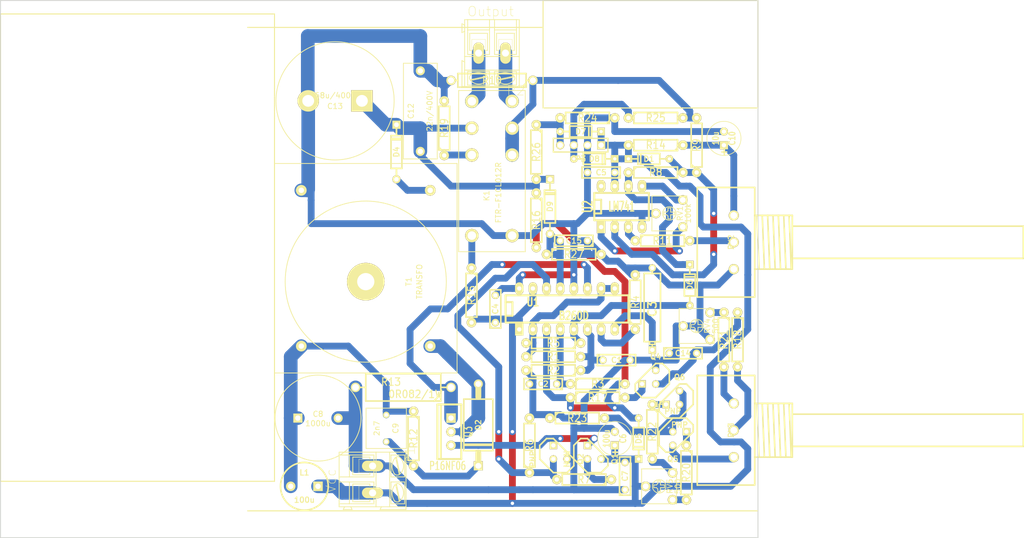
<source format=kicad_pcb>
(kicad_pcb (version 3) (host pcbnew "(2013-jul-07)-stable")

  (general
    (links 132)
    (no_connects 0)
    (area 38.924999 174.924999 180.075001 275.075001)
    (thickness 1.6)
    (drawings 14)
    (tracks 499)
    (zones 0)
    (modules 68)
    (nets 45)
  )

  (page A4)
  (title_block 
    (title "High Voltage Power Supply")
    (rev 1)
    (company "Copyright (c) 2014 Andreas Messer")
  )

  (layers
    (15 F.Cu signal)
    (0 B.Cu signal)
    (16 B.Adhes user)
    (17 F.Adhes user)
    (18 B.Paste user)
    (19 F.Paste user)
    (20 B.SilkS user)
    (21 F.SilkS user)
    (22 B.Mask user)
    (23 F.Mask user)
    (24 Dwgs.User user)
    (25 Cmts.User user)
    (26 Eco1.User user)
    (27 Eco2.User user)
    (28 Edge.Cuts user)
  )

  (setup
    (last_trace_width 1.27)
    (user_trace_width 0.635)
    (user_trace_width 1.27)
    (user_trace_width 2.54)
    (trace_clearance 0.254)
    (zone_clearance 0.508)
    (zone_45_only no)
    (trace_min 0.254)
    (segment_width 0.2)
    (edge_width 0.15)
    (via_size 0.889)
    (via_drill 0.635)
    (via_min_size 0.7)
    (via_min_drill 0.5)
    (user_via 0.7 0.5)
    (user_via 1.4 1)
    (user_via 2.8 2)
    (uvia_size 0.508)
    (uvia_drill 0.127)
    (uvias_allowed no)
    (uvia_min_size 0.508)
    (uvia_min_drill 0.127)
    (pcb_text_width 0.3)
    (pcb_text_size 1 1)
    (mod_edge_width 0.3)
    (mod_text_size 1 1)
    (mod_text_width 0.15)
    (pad_size 1.9 1.9)
    (pad_drill 1.3)
    (pad_to_mask_clearance 0)
    (aux_axis_origin 0 0)
    (visible_elements 7FFFFFFF)
    (pcbplotparams
      (layerselection 3178497)
      (usegerberextensions true)
      (excludeedgelayer true)
      (linewidth 0.150000)
      (plotframeref false)
      (viasonmask false)
      (mode 1)
      (useauxorigin false)
      (hpglpennumber 1)
      (hpglpenspeed 20)
      (hpglpendiameter 15)
      (hpglpenoverlay 2)
      (psnegative false)
      (psa4output false)
      (plotreference true)
      (plotvalue true)
      (plotothertext true)
      (plotinvisibletext false)
      (padsonsilk false)
      (subtractmaskfromsilk false)
      (outputformat 1)
      (mirror false)
      (drillshape 1)
      (scaleselection 1)
      (outputdirectory ""))
  )

  (net 0 "")
  (net 1 +15V)
  (net 2 /VOUT+)
  (net 3 /VOUT-)
  (net 4 GND)
  (net 5 N-000001)
  (net 6 N-0000010)
  (net 7 N-0000011)
  (net 8 N-0000012)
  (net 9 N-0000013)
  (net 10 N-0000015)
  (net 11 N-0000016)
  (net 12 N-0000017)
  (net 13 N-0000019)
  (net 14 N-000002)
  (net 15 N-0000020)
  (net 16 N-0000021)
  (net 17 N-0000022)
  (net 18 N-0000023)
  (net 19 N-0000024)
  (net 20 N-0000026)
  (net 21 N-0000027)
  (net 22 N-0000028)
  (net 23 N-000003)
  (net 24 N-0000030)
  (net 25 N-0000031)
  (net 26 N-0000032)
  (net 27 N-0000033)
  (net 28 N-0000034)
  (net 29 N-0000035)
  (net 30 N-0000036)
  (net 31 N-0000037)
  (net 32 N-0000038)
  (net 33 N-0000039)
  (net 34 N-000004)
  (net 35 N-0000040)
  (net 36 N-0000041)
  (net 37 N-0000042)
  (net 38 N-0000043)
  (net 39 N-0000044)
  (net 40 N-000005)
  (net 41 N-000006)
  (net 42 N-000007)
  (net 43 N-000008)
  (net 44 N-000009)

  (net_class Default "Dies ist die voreingestellte Netzklasse."
    (clearance 0.254)
    (trace_width 0.254)
    (via_dia 0.889)
    (via_drill 0.635)
    (uvia_dia 0.508)
    (uvia_drill 0.127)
    (add_net "")
    (add_net +15V)
    (add_net /VOUT+)
    (add_net /VOUT-)
    (add_net GND)
    (add_net N-000001)
    (add_net N-0000010)
    (add_net N-0000011)
    (add_net N-0000012)
    (add_net N-0000013)
    (add_net N-0000015)
    (add_net N-0000016)
    (add_net N-0000017)
    (add_net N-0000019)
    (add_net N-000002)
    (add_net N-0000020)
    (add_net N-0000021)
    (add_net N-0000022)
    (add_net N-0000023)
    (add_net N-0000024)
    (add_net N-0000026)
    (add_net N-0000027)
    (add_net N-0000028)
    (add_net N-000003)
    (add_net N-0000030)
    (add_net N-0000031)
    (add_net N-0000032)
    (add_net N-0000033)
    (add_net N-0000034)
    (add_net N-0000035)
    (add_net N-0000036)
    (add_net N-0000037)
    (add_net N-0000038)
    (add_net N-0000039)
    (add_net N-000004)
    (add_net N-0000040)
    (add_net N-0000041)
    (add_net N-0000042)
    (add_net N-0000043)
    (add_net N-0000044)
    (add_net N-000005)
    (add_net N-000006)
    (add_net N-000007)
    (add_net N-000008)
    (add_net N-000009)
  )

  (module transformer-ddr-smps (layer F.Cu) (tedit 53F84DAF) (tstamp 53FB8E2C)
    (at 160.33 127.635 90)
    (path /53F25269)
    (fp_text reference T1 (at 0 8 90) (layer F.SilkS)
      (effects (font (size 1 1) (thickness 0.15)))
    )
    (fp_text value TRANSFO (at 0 10 90) (layer F.SilkS)
      (effects (font (size 1 1) (thickness 0.15)))
    )
    (fp_line (start -17 -17) (end 22 -17) (layer F.SilkS) (width 0.15))
    (fp_line (start 22 -17) (end 22 17) (layer F.SilkS) (width 0.15))
    (fp_line (start 22 17) (end -17 17) (layer F.SilkS) (width 0.15))
    (fp_line (start -17 17) (end -17 -17) (layer F.SilkS) (width 0.15))
    (fp_circle (center 0 0) (end 15 0) (layer F.SilkS) (width 0.15))
    (pad "" np_thru_hole circle (at 0 0 90) (size 7 7) (drill 3.2)
      (layers *.Cu *.Mask F.SilkS)
    )
    (pad 3 thru_hole circle (at -12 12 90) (size 2 2) (drill 1)
      (layers *.Cu *.Mask F.SilkS)
      (net 6 N-0000010)
    )
    (pad 4 thru_hole circle (at -12 -12 90) (size 2 2) (drill 1)
      (layers *.Cu *.Mask F.SilkS)
      (net 15 N-0000020)
    )
    (pad 1 thru_hole circle (at 17 12 90) (size 2 2) (drill 1)
      (layers *.Cu *.Mask F.SilkS)
      (net 13 N-0000019)
    )
    (pad 2 thru_hole circle (at 17 -12 90) (size 2 2) (drill 1)
      (layers *.Cu *.Mask F.SilkS)
      (net 4 GND)
    )
  )

  (module TO92 (layer F.Cu) (tedit 443CFFD1) (tstamp 53FB8E3B)
    (at 213.035 145.415 180)
    (descr "Transistor TO92 brochage type BC237")
    (tags "TR TO92")
    (path /53F506D6)
    (fp_text reference Q4 (at -1.27 3.81 180) (layer F.SilkS)
      (effects (font (size 1.016 1.016) (thickness 0.2032)))
    )
    (fp_text value PNP (at -1.27 -5.08 180) (layer F.SilkS)
      (effects (font (size 1.016 1.016) (thickness 0.2032)))
    )
    (fp_line (start -1.27 2.54) (end 2.54 -1.27) (layer F.SilkS) (width 0.3048))
    (fp_line (start 2.54 -1.27) (end 2.54 -2.54) (layer F.SilkS) (width 0.3048))
    (fp_line (start 2.54 -2.54) (end 1.27 -3.81) (layer F.SilkS) (width 0.3048))
    (fp_line (start 1.27 -3.81) (end -1.27 -3.81) (layer F.SilkS) (width 0.3048))
    (fp_line (start -1.27 -3.81) (end -3.81 -1.27) (layer F.SilkS) (width 0.3048))
    (fp_line (start -3.81 -1.27) (end -3.81 1.27) (layer F.SilkS) (width 0.3048))
    (fp_line (start -3.81 1.27) (end -2.54 2.54) (layer F.SilkS) (width 0.3048))
    (fp_line (start -2.54 2.54) (end -1.27 2.54) (layer F.SilkS) (width 0.3048))
    (pad 1 thru_hole rect (at 1.27 -1.27 180) (size 1.397 1.397) (drill 0.8128)
      (layers *.Cu *.Mask F.SilkS)
      (net 11 N-0000016)
    )
    (pad 2 thru_hole circle (at -1.27 -1.27 180) (size 1.397 1.397) (drill 0.8128)
      (layers *.Cu *.Mask F.SilkS)
      (net 38 N-0000043)
    )
    (pad 3 thru_hole circle (at -1.27 1.27 180) (size 1.397 1.397) (drill 0.8128)
      (layers *.Cu *.Mask F.SilkS)
      (net 4 GND)
    )
    (model discret/to98.wrl
      (at (xyz 0 0 0))
      (scale (xyz 1 1 1))
      (rotate (xyz 0 0 0))
    )
  )

  (module TO92 (layer F.Cu) (tedit 443CFFD1) (tstamp 53FB8E4A)
    (at 196.525 159.385 90)
    (descr "Transistor TO92 brochage type BC237")
    (tags "TR TO92")
    (path /53F24FC2)
    (fp_text reference Q2 (at -1.27 3.81 90) (layer F.SilkS)
      (effects (font (size 1.016 1.016) (thickness 0.2032)))
    )
    (fp_text value PNP (at -1.27 -5.08 90) (layer F.SilkS)
      (effects (font (size 1.016 1.016) (thickness 0.2032)))
    )
    (fp_line (start -1.27 2.54) (end 2.54 -1.27) (layer F.SilkS) (width 0.3048))
    (fp_line (start 2.54 -1.27) (end 2.54 -2.54) (layer F.SilkS) (width 0.3048))
    (fp_line (start 2.54 -2.54) (end 1.27 -3.81) (layer F.SilkS) (width 0.3048))
    (fp_line (start 1.27 -3.81) (end -1.27 -3.81) (layer F.SilkS) (width 0.3048))
    (fp_line (start -1.27 -3.81) (end -3.81 -1.27) (layer F.SilkS) (width 0.3048))
    (fp_line (start -3.81 -1.27) (end -3.81 1.27) (layer F.SilkS) (width 0.3048))
    (fp_line (start -3.81 1.27) (end -2.54 2.54) (layer F.SilkS) (width 0.3048))
    (fp_line (start -2.54 2.54) (end -1.27 2.54) (layer F.SilkS) (width 0.3048))
    (pad 1 thru_hole rect (at 1.27 -1.27 90) (size 1.397 1.397) (drill 0.8128)
      (layers *.Cu *.Mask F.SilkS)
      (net 44 N-000009)
    )
    (pad 2 thru_hole circle (at -1.27 -1.27 90) (size 1.397 1.397) (drill 0.8128)
      (layers *.Cu *.Mask F.SilkS)
      (net 24 N-0000030)
    )
    (pad 3 thru_hole circle (at -1.27 1.27 90) (size 1.397 1.397) (drill 0.8128)
      (layers *.Cu *.Mask F.SilkS)
      (net 4 GND)
    )
    (model discret/to98.wrl
      (at (xyz 0 0 0))
      (scale (xyz 1 1 1))
      (rotate (xyz 0 0 0))
    )
  )

  (module TO92 (layer F.Cu) (tedit 443CFFD1) (tstamp 53FB8E59)
    (at 202.875 159.385 90)
    (descr "Transistor TO92 brochage type BC237")
    (tags "TR TO92")
    (path /53F24FD1)
    (fp_text reference Q1 (at -1.27 3.81 90) (layer F.SilkS)
      (effects (font (size 1.016 1.016) (thickness 0.2032)))
    )
    (fp_text value NPN (at -1.27 -5.08 90) (layer F.SilkS)
      (effects (font (size 1.016 1.016) (thickness 0.2032)))
    )
    (fp_line (start -1.27 2.54) (end 2.54 -1.27) (layer F.SilkS) (width 0.3048))
    (fp_line (start 2.54 -1.27) (end 2.54 -2.54) (layer F.SilkS) (width 0.3048))
    (fp_line (start 2.54 -2.54) (end 1.27 -3.81) (layer F.SilkS) (width 0.3048))
    (fp_line (start 1.27 -3.81) (end -1.27 -3.81) (layer F.SilkS) (width 0.3048))
    (fp_line (start -1.27 -3.81) (end -3.81 -1.27) (layer F.SilkS) (width 0.3048))
    (fp_line (start -3.81 -1.27) (end -3.81 1.27) (layer F.SilkS) (width 0.3048))
    (fp_line (start -3.81 1.27) (end -2.54 2.54) (layer F.SilkS) (width 0.3048))
    (fp_line (start -2.54 2.54) (end -1.27 2.54) (layer F.SilkS) (width 0.3048))
    (pad 1 thru_hole rect (at 1.27 -1.27 90) (size 1.397 1.397) (drill 0.8128)
      (layers *.Cu *.Mask F.SilkS)
      (net 44 N-000009)
    )
    (pad 2 thru_hole circle (at -1.27 -1.27 90) (size 1.397 1.397) (drill 0.8128)
      (layers *.Cu *.Mask F.SilkS)
      (net 10 N-0000015)
    )
    (pad 3 thru_hole circle (at -1.27 1.27 90) (size 1.397 1.397) (drill 0.8128)
      (layers *.Cu *.Mask F.SilkS)
      (net 1 +15V)
    )
    (model discret/to98.wrl
      (at (xyz 0 0 0))
      (scale (xyz 1 1 1))
      (rotate (xyz 0 0 0))
    )
  )

  (module TO92 (layer F.Cu) (tedit 443CFFD1) (tstamp 53FB8E68)
    (at 217.48 149.225 180)
    (descr "Transistor TO92 brochage type BC237")
    (tags "TR TO92")
    (path /53F9F878)
    (fp_text reference Q6 (at -1.27 3.81 180) (layer F.SilkS)
      (effects (font (size 1.016 1.016) (thickness 0.2032)))
    )
    (fp_text value PNP (at -1.27 -5.08 180) (layer F.SilkS)
      (effects (font (size 1.016 1.016) (thickness 0.2032)))
    )
    (fp_line (start -1.27 2.54) (end 2.54 -1.27) (layer F.SilkS) (width 0.3048))
    (fp_line (start 2.54 -1.27) (end 2.54 -2.54) (layer F.SilkS) (width 0.3048))
    (fp_line (start 2.54 -2.54) (end 1.27 -3.81) (layer F.SilkS) (width 0.3048))
    (fp_line (start 1.27 -3.81) (end -1.27 -3.81) (layer F.SilkS) (width 0.3048))
    (fp_line (start -1.27 -3.81) (end -3.81 -1.27) (layer F.SilkS) (width 0.3048))
    (fp_line (start -3.81 -1.27) (end -3.81 1.27) (layer F.SilkS) (width 0.3048))
    (fp_line (start -3.81 1.27) (end -2.54 2.54) (layer F.SilkS) (width 0.3048))
    (fp_line (start -2.54 2.54) (end -1.27 2.54) (layer F.SilkS) (width 0.3048))
    (pad 1 thru_hole rect (at 1.27 -1.27 180) (size 1.397 1.397) (drill 0.8128)
      (layers *.Cu *.Mask F.SilkS)
      (net 35 N-0000040)
    )
    (pad 2 thru_hole circle (at -1.27 -1.27 180) (size 1.397 1.397) (drill 0.8128)
      (layers *.Cu *.Mask F.SilkS)
      (net 33 N-0000039)
    )
    (pad 3 thru_hole circle (at -1.27 1.27 180) (size 1.397 1.397) (drill 0.8128)
      (layers *.Cu *.Mask F.SilkS)
      (net 33 N-0000039)
    )
    (model discret/to98.wrl
      (at (xyz 0 0 0))
      (scale (xyz 1 1 1))
      (rotate (xyz 0 0 0))
    )
  )

  (module TO92 (layer F.Cu) (tedit 443CFFD1) (tstamp 53FB8E77)
    (at 218.75 156.845)
    (descr "Transistor TO92 brochage type BC237")
    (tags "TR TO92")
    (path /53FA2750)
    (fp_text reference Q5 (at -1.27 3.81) (layer F.SilkS)
      (effects (font (size 1.016 1.016) (thickness 0.2032)))
    )
    (fp_text value PNP (at -1.27 -5.08) (layer F.SilkS)
      (effects (font (size 1.016 1.016) (thickness 0.2032)))
    )
    (fp_line (start -1.27 2.54) (end 2.54 -1.27) (layer F.SilkS) (width 0.3048))
    (fp_line (start 2.54 -1.27) (end 2.54 -2.54) (layer F.SilkS) (width 0.3048))
    (fp_line (start 2.54 -2.54) (end 1.27 -3.81) (layer F.SilkS) (width 0.3048))
    (fp_line (start 1.27 -3.81) (end -1.27 -3.81) (layer F.SilkS) (width 0.3048))
    (fp_line (start -1.27 -3.81) (end -3.81 -1.27) (layer F.SilkS) (width 0.3048))
    (fp_line (start -3.81 -1.27) (end -3.81 1.27) (layer F.SilkS) (width 0.3048))
    (fp_line (start -3.81 1.27) (end -2.54 2.54) (layer F.SilkS) (width 0.3048))
    (fp_line (start -2.54 2.54) (end -1.27 2.54) (layer F.SilkS) (width 0.3048))
    (pad 1 thru_hole rect (at 1.27 -1.27) (size 1.397 1.397) (drill 0.8128)
      (layers *.Cu *.Mask F.SilkS)
      (net 30 N-0000036)
    )
    (pad 2 thru_hole circle (at -1.27 -1.27) (size 1.397 1.397) (drill 0.8128)
      (layers *.Cu *.Mask F.SilkS)
      (net 33 N-0000039)
    )
    (pad 3 thru_hole circle (at -1.27 1.27) (size 1.397 1.397) (drill 0.8128)
      (layers *.Cu *.Mask F.SilkS)
      (net 23 N-000003)
    )
    (model discret/to98.wrl
      (at (xyz 0 0 0))
      (scale (xyz 1 1 1))
      (rotate (xyz 0 0 0))
    )
  )

  (module relay-2dt-rm (layer F.Cu) (tedit 53F9E13B) (tstamp 53FB8E97)
    (at 183.825 99.06 90)
    (path /53FC7505)
    (fp_text reference K1 (at -12.6 -1 90) (layer F.SilkS)
      (effects (font (size 1 1) (thickness 0.15)))
    )
    (fp_text value FTR-F1CL012R (at -12 1.2 90) (layer F.SilkS)
      (effects (font (size 1 1) (thickness 0.15)))
    )
    (fp_line (start -23 -6.2) (end 7 -6.2) (layer F.SilkS) (width 0.15))
    (fp_line (start 7 -6.2) (end 7 6.2) (layer F.SilkS) (width 0.15))
    (fp_line (start 7 6.2) (end -23 6.2) (layer F.SilkS) (width 0.15))
    (fp_line (start -23 6.2) (end -23 -6.2) (layer F.SilkS) (width 0.15))
    (pad 11 thru_hole circle (at 0 -3.75 90) (size 2.5 2.5) (drill 1.6)
      (layers *.Cu *.Mask F.SilkS)
      (net 2 /VOUT+)
    )
    (pad 21 thru_hole circle (at 0 3.75 90) (size 2.5 2.5) (drill 1.6)
      (layers *.Cu *.Mask F.SilkS)
      (net 3 /VOUT-)
    )
    (pad 14 thru_hole circle (at 5 -3.75 90) (size 2.5 2.5) (drill 1.6)
      (layers *.Cu *.Mask F.SilkS)
      (net 20 N-0000026)
    )
    (pad 24 thru_hole circle (at 5 3.75 90) (size 2.5 2.5) (drill 1.6)
      (layers *.Cu *.Mask F.SilkS)
      (net 21 N-0000027)
    )
    (pad 22 thru_hole circle (at -5 3.75 90) (size 2.5 2.5) (drill 1.6)
      (layers *.Cu *.Mask F.SilkS)
      (net 3 /VOUT-)
    )
    (pad 12 thru_hole circle (at -5 -3.75 90) (size 2.5 2.5) (drill 1.6)
      (layers *.Cu *.Mask F.SilkS)
      (net 22 N-0000028)
    )
    (pad A1 thru_hole circle (at -20 -3.75 90) (size 2.5 2.5) (drill 1.6)
      (layers *.Cu *.Mask F.SilkS)
      (net 18 N-0000023)
    )
    (pad A2 thru_hole circle (at -20 3.75 90) (size 2.5 2.5) (drill 1.6)
      (layers *.Cu *.Mask F.SilkS)
      (net 4 GND)
    )
  )

  (module R4-LARGE_PADS (layer F.Cu) (tedit 47E2673E) (tstamp 53FB8EA5)
    (at 220.02 163.195 270)
    (descr "Resitance 4 pas")
    (tags R)
    (path /53F9FA90)
    (autoplace_cost180 10)
    (fp_text reference R20 (at 0 0 270) (layer F.SilkS)
      (effects (font (size 1.397 1.27) (thickness 0.2032)))
    )
    (fp_text value 6k8 (at 0 0 270) (layer F.SilkS) hide
      (effects (font (size 1.397 1.27) (thickness 0.2032)))
    )
    (fp_line (start -5.08 0) (end -4.064 0) (layer F.SilkS) (width 0.3048))
    (fp_line (start -4.064 0) (end -4.064 -1.016) (layer F.SilkS) (width 0.3048))
    (fp_line (start -4.064 -1.016) (end 4.064 -1.016) (layer F.SilkS) (width 0.3048))
    (fp_line (start 4.064 -1.016) (end 4.064 1.016) (layer F.SilkS) (width 0.3048))
    (fp_line (start 4.064 1.016) (end -4.064 1.016) (layer F.SilkS) (width 0.3048))
    (fp_line (start -4.064 1.016) (end -4.064 0) (layer F.SilkS) (width 0.3048))
    (fp_line (start -4.064 -0.508) (end -3.556 -1.016) (layer F.SilkS) (width 0.3048))
    (fp_line (start 5.08 0) (end 4.064 0) (layer F.SilkS) (width 0.3048))
    (pad 1 thru_hole circle (at -5.08 0 270) (size 1.778 1.778) (drill 0.8128)
      (layers *.Cu *.Mask F.SilkS)
      (net 30 N-0000036)
    )
    (pad 2 thru_hole circle (at 5.08 0 270) (size 1.778 1.778) (drill 0.8128)
      (layers *.Cu *.Mask F.SilkS)
      (net 31 N-0000037)
    )
    (model discret/resistor.wrl
      (at (xyz 0 0 0))
      (scale (xyz 0.4 0.4 0.4))
      (rotate (xyz 0 0 0))
    )
  )

  (module R4-LARGE_PADS (layer F.Cu) (tedit 47E2673E) (tstamp 53FB8EB3)
    (at 190.805 158.11 90)
    (descr "Resitance 4 pas")
    (tags R)
    (path /53F2724B)
    (autoplace_cost180 10)
    (fp_text reference R6 (at 0 0 90) (layer F.SilkS)
      (effects (font (size 1.397 1.27) (thickness 0.2032)))
    )
    (fp_text value 2k2 (at 0 0 90) (layer F.SilkS) hide
      (effects (font (size 1.397 1.27) (thickness 0.2032)))
    )
    (fp_line (start -5.08 0) (end -4.064 0) (layer F.SilkS) (width 0.3048))
    (fp_line (start -4.064 0) (end -4.064 -1.016) (layer F.SilkS) (width 0.3048))
    (fp_line (start -4.064 -1.016) (end 4.064 -1.016) (layer F.SilkS) (width 0.3048))
    (fp_line (start 4.064 -1.016) (end 4.064 1.016) (layer F.SilkS) (width 0.3048))
    (fp_line (start 4.064 1.016) (end -4.064 1.016) (layer F.SilkS) (width 0.3048))
    (fp_line (start -4.064 1.016) (end -4.064 0) (layer F.SilkS) (width 0.3048))
    (fp_line (start -4.064 -0.508) (end -3.556 -1.016) (layer F.SilkS) (width 0.3048))
    (fp_line (start 5.08 0) (end 4.064 0) (layer F.SilkS) (width 0.3048))
    (pad 1 thru_hole circle (at -5.08 0 90) (size 1.778 1.778) (drill 0.8128)
      (layers *.Cu *.Mask F.SilkS)
      (net 24 N-0000030)
    )
    (pad 2 thru_hole circle (at 5.08 0 90) (size 1.778 1.778) (drill 0.8128)
      (layers *.Cu *.Mask F.SilkS)
      (net 4 GND)
    )
    (model discret/resistor.wrl
      (at (xyz 0 0 0))
      (scale (xyz 0.4 0.4 0.4))
      (rotate (xyz 0 0 0))
    )
  )

  (module R4-LARGE_PADS (layer F.Cu) (tedit 47E2673E) (tstamp 53FB8EC1)
    (at 203.51 149.225)
    (descr "Resitance 4 pas")
    (tags R)
    (path /53F4DCA8)
    (autoplace_cost180 10)
    (fp_text reference R17 (at 0 0) (layer F.SilkS)
      (effects (font (size 1.397 1.27) (thickness 0.2032)))
    )
    (fp_text value 2k2 (at 0 0) (layer F.SilkS) hide
      (effects (font (size 1.397 1.27) (thickness 0.2032)))
    )
    (fp_line (start -5.08 0) (end -4.064 0) (layer F.SilkS) (width 0.3048))
    (fp_line (start -4.064 0) (end -4.064 -1.016) (layer F.SilkS) (width 0.3048))
    (fp_line (start -4.064 -1.016) (end 4.064 -1.016) (layer F.SilkS) (width 0.3048))
    (fp_line (start 4.064 -1.016) (end 4.064 1.016) (layer F.SilkS) (width 0.3048))
    (fp_line (start 4.064 1.016) (end -4.064 1.016) (layer F.SilkS) (width 0.3048))
    (fp_line (start -4.064 1.016) (end -4.064 0) (layer F.SilkS) (width 0.3048))
    (fp_line (start -4.064 -0.508) (end -3.556 -1.016) (layer F.SilkS) (width 0.3048))
    (fp_line (start 5.08 0) (end 4.064 0) (layer F.SilkS) (width 0.3048))
    (pad 1 thru_hole circle (at -5.08 0) (size 1.778 1.778) (drill 0.8128)
      (layers *.Cu *.Mask F.SilkS)
      (net 12 N-0000017)
    )
    (pad 2 thru_hole circle (at 5.08 0) (size 1.778 1.778) (drill 0.8128)
      (layers *.Cu *.Mask F.SilkS)
      (net 11 N-0000016)
    )
    (model discret/resistor.wrl
      (at (xyz 0 0 0))
      (scale (xyz 0.4 0.4 0.4))
      (rotate (xyz 0 0 0))
    )
  )

  (module R4-LARGE_PADS (layer F.Cu) (tedit 47E2673E) (tstamp 53FB8ECF)
    (at 192.08 116.205 270)
    (descr "Resitance 4 pas")
    (tags R)
    (path /53F4E196)
    (autoplace_cost180 10)
    (fp_text reference R16 (at 0 0 270) (layer F.SilkS)
      (effects (font (size 1.397 1.27) (thickness 0.2032)))
    )
    (fp_text value 220k/0.5W (at 0 0 270) (layer F.SilkS) hide
      (effects (font (size 1.397 1.27) (thickness 0.2032)))
    )
    (fp_line (start -5.08 0) (end -4.064 0) (layer F.SilkS) (width 0.3048))
    (fp_line (start -4.064 0) (end -4.064 -1.016) (layer F.SilkS) (width 0.3048))
    (fp_line (start -4.064 -1.016) (end 4.064 -1.016) (layer F.SilkS) (width 0.3048))
    (fp_line (start 4.064 -1.016) (end 4.064 1.016) (layer F.SilkS) (width 0.3048))
    (fp_line (start 4.064 1.016) (end -4.064 1.016) (layer F.SilkS) (width 0.3048))
    (fp_line (start -4.064 1.016) (end -4.064 0) (layer F.SilkS) (width 0.3048))
    (fp_line (start -4.064 -0.508) (end -3.556 -1.016) (layer F.SilkS) (width 0.3048))
    (fp_line (start 5.08 0) (end 4.064 0) (layer F.SilkS) (width 0.3048))
    (pad 1 thru_hole circle (at -5.08 0 270) (size 1.778 1.778) (drill 0.8128)
      (layers *.Cu *.Mask F.SilkS)
      (net 2 /VOUT+)
    )
    (pad 2 thru_hole circle (at 5.08 0 270) (size 1.778 1.778) (drill 0.8128)
      (layers *.Cu *.Mask F.SilkS)
      (net 12 N-0000017)
    )
    (model discret/resistor.wrl
      (at (xyz 0 0 0))
      (scale (xyz 0.4 0.4 0.4))
      (rotate (xyz 0 0 0))
    )
  )

  (module R4-LARGE_PADS (layer F.Cu) (tedit 47E2673E) (tstamp 53FB8EDD)
    (at 214.305 102.235 180)
    (descr "Resitance 4 pas")
    (tags R)
    (path /53F9D5EF)
    (autoplace_cost180 10)
    (fp_text reference R14 (at 0 0 180) (layer F.SilkS)
      (effects (font (size 1.397 1.27) (thickness 0.2032)))
    )
    (fp_text value 15k (at 0 0 180) (layer F.SilkS) hide
      (effects (font (size 1.397 1.27) (thickness 0.2032)))
    )
    (fp_line (start -5.08 0) (end -4.064 0) (layer F.SilkS) (width 0.3048))
    (fp_line (start -4.064 0) (end -4.064 -1.016) (layer F.SilkS) (width 0.3048))
    (fp_line (start -4.064 -1.016) (end 4.064 -1.016) (layer F.SilkS) (width 0.3048))
    (fp_line (start 4.064 -1.016) (end 4.064 1.016) (layer F.SilkS) (width 0.3048))
    (fp_line (start 4.064 1.016) (end -4.064 1.016) (layer F.SilkS) (width 0.3048))
    (fp_line (start -4.064 1.016) (end -4.064 0) (layer F.SilkS) (width 0.3048))
    (fp_line (start -4.064 -0.508) (end -3.556 -1.016) (layer F.SilkS) (width 0.3048))
    (fp_line (start 5.08 0) (end 4.064 0) (layer F.SilkS) (width 0.3048))
    (pad 1 thru_hole circle (at -5.08 0 180) (size 1.778 1.778) (drill 0.8128)
      (layers *.Cu *.Mask F.SilkS)
      (net 28 N-0000034)
    )
    (pad 2 thru_hole circle (at 5.08 0 180) (size 1.778 1.778) (drill 0.8128)
      (layers *.Cu *.Mask F.SilkS)
      (net 1 +15V)
    )
    (model discret/resistor.wrl
      (at (xyz 0 0 0))
      (scale (xyz 0.4 0.4 0.4))
      (rotate (xyz 0 0 0))
    )
  )

  (module R4-LARGE_PADS (layer F.Cu) (tedit 47E2673E) (tstamp 53FB8EEB)
    (at 199.7 153.035)
    (descr "Resitance 4 pas")
    (tags R)
    (path /53FA04CE)
    (autoplace_cost180 10)
    (fp_text reference R23 (at 0 0) (layer F.SilkS)
      (effects (font (size 1.397 1.27) (thickness 0.2032)))
    )
    (fp_text value 6k8 (at 0 0) (layer F.SilkS) hide
      (effects (font (size 1.397 1.27) (thickness 0.2032)))
    )
    (fp_line (start -5.08 0) (end -4.064 0) (layer F.SilkS) (width 0.3048))
    (fp_line (start -4.064 0) (end -4.064 -1.016) (layer F.SilkS) (width 0.3048))
    (fp_line (start -4.064 -1.016) (end 4.064 -1.016) (layer F.SilkS) (width 0.3048))
    (fp_line (start 4.064 -1.016) (end 4.064 1.016) (layer F.SilkS) (width 0.3048))
    (fp_line (start 4.064 1.016) (end -4.064 1.016) (layer F.SilkS) (width 0.3048))
    (fp_line (start -4.064 1.016) (end -4.064 0) (layer F.SilkS) (width 0.3048))
    (fp_line (start -4.064 -0.508) (end -3.556 -1.016) (layer F.SilkS) (width 0.3048))
    (fp_line (start 5.08 0) (end 4.064 0) (layer F.SilkS) (width 0.3048))
    (pad 1 thru_hole circle (at -5.08 0) (size 1.778 1.778) (drill 0.8128)
      (layers *.Cu *.Mask F.SilkS)
      (net 4 GND)
    )
    (pad 2 thru_hole circle (at 5.08 0) (size 1.778 1.778) (drill 0.8128)
      (layers *.Cu *.Mask F.SilkS)
      (net 33 N-0000039)
    )
    (model discret/resistor.wrl
      (at (xyz 0 0 0))
      (scale (xyz 0.4 0.4 0.4))
      (rotate (xyz 0 0 0))
    )
  )

  (module R4-LARGE_PADS (layer F.Cu) (tedit 47E2673E) (tstamp 541407E2)
    (at 203.51 146.685)
    (descr "Resitance 4 pas")
    (tags R)
    (path /53F4F482)
    (autoplace_cost180 10)
    (fp_text reference R3 (at 0 0) (layer F.SilkS)
      (effects (font (size 1.397 1.27) (thickness 0.2032)))
    )
    (fp_text value 220k (at 0 0) (layer F.SilkS) hide
      (effects (font (size 1.397 1.27) (thickness 0.2032)))
    )
    (fp_line (start -5.08 0) (end -4.064 0) (layer F.SilkS) (width 0.3048))
    (fp_line (start -4.064 0) (end -4.064 -1.016) (layer F.SilkS) (width 0.3048))
    (fp_line (start -4.064 -1.016) (end 4.064 -1.016) (layer F.SilkS) (width 0.3048))
    (fp_line (start 4.064 -1.016) (end 4.064 1.016) (layer F.SilkS) (width 0.3048))
    (fp_line (start 4.064 1.016) (end -4.064 1.016) (layer F.SilkS) (width 0.3048))
    (fp_line (start -4.064 1.016) (end -4.064 0) (layer F.SilkS) (width 0.3048))
    (fp_line (start -4.064 -0.508) (end -3.556 -1.016) (layer F.SilkS) (width 0.3048))
    (fp_line (start 5.08 0) (end 4.064 0) (layer F.SilkS) (width 0.3048))
    (pad 1 thru_hole circle (at -5.08 0) (size 1.778 1.778) (drill 0.8128)
      (layers *.Cu *.Mask F.SilkS)
      (net 5 N-000001)
    )
    (pad 2 thru_hole circle (at 5.08 0) (size 1.778 1.778) (drill 0.8128)
      (layers *.Cu *.Mask F.SilkS)
      (net 12 N-0000017)
    )
    (model discret/resistor.wrl
      (at (xyz 0 0 0))
      (scale (xyz 0.4 0.4 0.4))
      (rotate (xyz 0 0 0))
    )
  )

  (module R4-LARGE_PADS (layer F.Cu) (tedit 47E2673E) (tstamp 53FB8F07)
    (at 229.545 138.43 270)
    (descr "Resitance 4 pas")
    (tags R)
    (path /53F9EF60)
    (autoplace_cost180 10)
    (fp_text reference R18 (at 0 0 270) (layer F.SilkS)
      (effects (font (size 1.397 1.27) (thickness 0.2032)))
    )
    (fp_text value 2k2 (at 0 0 270) (layer F.SilkS) hide
      (effects (font (size 1.397 1.27) (thickness 0.2032)))
    )
    (fp_line (start -5.08 0) (end -4.064 0) (layer F.SilkS) (width 0.3048))
    (fp_line (start -4.064 0) (end -4.064 -1.016) (layer F.SilkS) (width 0.3048))
    (fp_line (start -4.064 -1.016) (end 4.064 -1.016) (layer F.SilkS) (width 0.3048))
    (fp_line (start 4.064 -1.016) (end 4.064 1.016) (layer F.SilkS) (width 0.3048))
    (fp_line (start 4.064 1.016) (end -4.064 1.016) (layer F.SilkS) (width 0.3048))
    (fp_line (start -4.064 1.016) (end -4.064 0) (layer F.SilkS) (width 0.3048))
    (fp_line (start -4.064 -0.508) (end -3.556 -1.016) (layer F.SilkS) (width 0.3048))
    (fp_line (start 5.08 0) (end 4.064 0) (layer F.SilkS) (width 0.3048))
    (pad 1 thru_hole circle (at -5.08 0 270) (size 1.778 1.778) (drill 0.8128)
      (layers *.Cu *.Mask F.SilkS)
      (net 38 N-0000043)
    )
    (pad 2 thru_hole circle (at 5.08 0 270) (size 1.778 1.778) (drill 0.8128)
      (layers *.Cu *.Mask F.SilkS)
      (net 37 N-0000042)
    )
    (model discret/resistor.wrl
      (at (xyz 0 0 0))
      (scale (xyz 0.4 0.4 0.4))
      (rotate (xyz 0 0 0))
    )
  )

  (module R4-LARGE_PADS (layer F.Cu) (tedit 47E2673E) (tstamp 53FB8F15)
    (at 213.67 155.575 270)
    (descr "Resitance 4 pas")
    (tags R)
    (path /53F9FA7F)
    (autoplace_cost180 10)
    (fp_text reference R22 (at 0 0 270) (layer F.SilkS)
      (effects (font (size 1.397 1.27) (thickness 0.2032)))
    )
    (fp_text value 6k8 (at 0 0 270) (layer F.SilkS) hide
      (effects (font (size 1.397 1.27) (thickness 0.2032)))
    )
    (fp_line (start -5.08 0) (end -4.064 0) (layer F.SilkS) (width 0.3048))
    (fp_line (start -4.064 0) (end -4.064 -1.016) (layer F.SilkS) (width 0.3048))
    (fp_line (start -4.064 -1.016) (end 4.064 -1.016) (layer F.SilkS) (width 0.3048))
    (fp_line (start 4.064 -1.016) (end 4.064 1.016) (layer F.SilkS) (width 0.3048))
    (fp_line (start 4.064 1.016) (end -4.064 1.016) (layer F.SilkS) (width 0.3048))
    (fp_line (start -4.064 1.016) (end -4.064 0) (layer F.SilkS) (width 0.3048))
    (fp_line (start -4.064 -0.508) (end -3.556 -1.016) (layer F.SilkS) (width 0.3048))
    (fp_line (start 5.08 0) (end 4.064 0) (layer F.SilkS) (width 0.3048))
    (pad 1 thru_hole circle (at -5.08 0 270) (size 1.778 1.778) (drill 0.8128)
      (layers *.Cu *.Mask F.SilkS)
      (net 35 N-0000040)
    )
    (pad 2 thru_hole circle (at 5.08 0 270) (size 1.778 1.778) (drill 0.8128)
      (layers *.Cu *.Mask F.SilkS)
      (net 32 N-0000038)
    )
    (model discret/resistor.wrl
      (at (xyz 0 0 0))
      (scale (xyz 0.4 0.4 0.4))
      (rotate (xyz 0 0 0))
    )
  )

  (module R4-LARGE_PADS (layer F.Cu) (tedit 47E2673E) (tstamp 53FB8F23)
    (at 227.005 138.43 270)
    (descr "Resitance 4 pas")
    (tags R)
    (path /53F9F264)
    (autoplace_cost180 10)
    (fp_text reference R21 (at 0 0 270) (layer F.SilkS)
      (effects (font (size 1.397 1.27) (thickness 0.2032)))
    )
    (fp_text value 510 (at 0 0 270) (layer F.SilkS) hide
      (effects (font (size 1.397 1.27) (thickness 0.2032)))
    )
    (fp_line (start -5.08 0) (end -4.064 0) (layer F.SilkS) (width 0.3048))
    (fp_line (start -4.064 0) (end -4.064 -1.016) (layer F.SilkS) (width 0.3048))
    (fp_line (start -4.064 -1.016) (end 4.064 -1.016) (layer F.SilkS) (width 0.3048))
    (fp_line (start 4.064 -1.016) (end 4.064 1.016) (layer F.SilkS) (width 0.3048))
    (fp_line (start 4.064 1.016) (end -4.064 1.016) (layer F.SilkS) (width 0.3048))
    (fp_line (start -4.064 1.016) (end -4.064 0) (layer F.SilkS) (width 0.3048))
    (fp_line (start -4.064 -0.508) (end -3.556 -1.016) (layer F.SilkS) (width 0.3048))
    (fp_line (start 5.08 0) (end 4.064 0) (layer F.SilkS) (width 0.3048))
    (pad 1 thru_hole circle (at -5.08 0 270) (size 1.778 1.778) (drill 0.8128)
      (layers *.Cu *.Mask F.SilkS)
      (net 36 N-0000041)
    )
    (pad 2 thru_hole circle (at 5.08 0 270) (size 1.778 1.778) (drill 0.8128)
      (layers *.Cu *.Mask F.SilkS)
      (net 40 N-000005)
    )
    (model discret/resistor.wrl
      (at (xyz 0 0 0))
      (scale (xyz 0.4 0.4 0.4))
      (rotate (xyz 0 0 0))
    )
  )

  (module R4-LARGE_PADS (layer F.Cu) (tedit 47E2673E) (tstamp 53FB8F31)
    (at 195.255 144.145 180)
    (descr "Resitance 4 pas")
    (tags R)
    (path /53F9CC9C)
    (autoplace_cost180 10)
    (fp_text reference R2 (at 0 0 180) (layer F.SilkS)
      (effects (font (size 1.397 1.27) (thickness 0.2032)))
    )
    (fp_text value 10k (at 0 0 180) (layer F.SilkS) hide
      (effects (font (size 1.397 1.27) (thickness 0.2032)))
    )
    (fp_line (start -5.08 0) (end -4.064 0) (layer F.SilkS) (width 0.3048))
    (fp_line (start -4.064 0) (end -4.064 -1.016) (layer F.SilkS) (width 0.3048))
    (fp_line (start -4.064 -1.016) (end 4.064 -1.016) (layer F.SilkS) (width 0.3048))
    (fp_line (start 4.064 -1.016) (end 4.064 1.016) (layer F.SilkS) (width 0.3048))
    (fp_line (start 4.064 1.016) (end -4.064 1.016) (layer F.SilkS) (width 0.3048))
    (fp_line (start -4.064 1.016) (end -4.064 0) (layer F.SilkS) (width 0.3048))
    (fp_line (start -4.064 -0.508) (end -3.556 -1.016) (layer F.SilkS) (width 0.3048))
    (fp_line (start 5.08 0) (end 4.064 0) (layer F.SilkS) (width 0.3048))
    (pad 1 thru_hole circle (at -5.08 0 180) (size 1.778 1.778) (drill 0.8128)
      (layers *.Cu *.Mask F.SilkS)
      (net 34 N-000004)
    )
    (pad 2 thru_hole circle (at 5.08 0 180) (size 1.778 1.778) (drill 0.8128)
      (layers *.Cu *.Mask F.SilkS)
      (net 4 GND)
    )
    (model discret/resistor.wrl
      (at (xyz 0 0 0))
      (scale (xyz 0.4 0.4 0.4))
      (rotate (xyz 0 0 0))
    )
  )

  (module R4-LARGE_PADS (layer F.Cu) (tedit 47E2673E) (tstamp 53FB8F4D)
    (at 215.575 120.015)
    (descr "Resitance 4 pas")
    (tags R)
    (path /53F9EE5B)
    (autoplace_cost180 10)
    (fp_text reference R11 (at 0 0) (layer F.SilkS)
      (effects (font (size 1.397 1.27) (thickness 0.2032)))
    )
    (fp_text value 2k2 (at 0 0) (layer F.SilkS) hide
      (effects (font (size 1.397 1.27) (thickness 0.2032)))
    )
    (fp_line (start -5.08 0) (end -4.064 0) (layer F.SilkS) (width 0.3048))
    (fp_line (start -4.064 0) (end -4.064 -1.016) (layer F.SilkS) (width 0.3048))
    (fp_line (start -4.064 -1.016) (end 4.064 -1.016) (layer F.SilkS) (width 0.3048))
    (fp_line (start 4.064 -1.016) (end 4.064 1.016) (layer F.SilkS) (width 0.3048))
    (fp_line (start 4.064 1.016) (end -4.064 1.016) (layer F.SilkS) (width 0.3048))
    (fp_line (start -4.064 1.016) (end -4.064 0) (layer F.SilkS) (width 0.3048))
    (fp_line (start -4.064 -0.508) (end -3.556 -1.016) (layer F.SilkS) (width 0.3048))
    (fp_line (start 5.08 0) (end 4.064 0) (layer F.SilkS) (width 0.3048))
    (pad 1 thru_hole circle (at -5.08 0) (size 1.778 1.778) (drill 0.8128)
      (layers *.Cu *.Mask F.SilkS)
      (net 29 N-0000035)
    )
    (pad 2 thru_hole circle (at 5.08 0) (size 1.778 1.778) (drill 0.8128)
      (layers *.Cu *.Mask F.SilkS)
      (net 39 N-0000044)
    )
    (model discret/resistor.wrl
      (at (xyz 0 0 0))
      (scale (xyz 0.4 0.4 0.4))
      (rotate (xyz 0 0 0))
    )
  )

  (module R4-LARGE_PADS (layer F.Cu) (tedit 47E2673E) (tstamp 53FB8F5B)
    (at 214.305 107.315)
    (descr "Resitance 4 pas")
    (tags R)
    (path /53F9C8F0)
    (autoplace_cost180 10)
    (fp_text reference R8 (at 0 0) (layer F.SilkS)
      (effects (font (size 1.397 1.27) (thickness 0.2032)))
    )
    (fp_text value 220k (at 0 0) (layer F.SilkS) hide
      (effects (font (size 1.397 1.27) (thickness 0.2032)))
    )
    (fp_line (start -5.08 0) (end -4.064 0) (layer F.SilkS) (width 0.3048))
    (fp_line (start -4.064 0) (end -4.064 -1.016) (layer F.SilkS) (width 0.3048))
    (fp_line (start -4.064 -1.016) (end 4.064 -1.016) (layer F.SilkS) (width 0.3048))
    (fp_line (start 4.064 -1.016) (end 4.064 1.016) (layer F.SilkS) (width 0.3048))
    (fp_line (start 4.064 1.016) (end -4.064 1.016) (layer F.SilkS) (width 0.3048))
    (fp_line (start -4.064 1.016) (end -4.064 0) (layer F.SilkS) (width 0.3048))
    (fp_line (start -4.064 -0.508) (end -3.556 -1.016) (layer F.SilkS) (width 0.3048))
    (fp_line (start 5.08 0) (end 4.064 0) (layer F.SilkS) (width 0.3048))
    (pad 1 thru_hole circle (at -5.08 0) (size 1.778 1.778) (drill 0.8128)
      (layers *.Cu *.Mask F.SilkS)
      (net 19 N-0000024)
    )
    (pad 2 thru_hole circle (at 5.08 0) (size 1.778 1.778) (drill 0.8128)
      (layers *.Cu *.Mask F.SilkS)
      (net 27 N-0000033)
    )
    (model discret/resistor.wrl
      (at (xyz 0 0 0))
      (scale (xyz 0.4 0.4 0.4))
      (rotate (xyz 0 0 0))
    )
  )

  (module R4-LARGE_PADS (layer F.Cu) (tedit 47E2673E) (tstamp 53FB8F69)
    (at 195.255 139.065 180)
    (descr "Resitance 4 pas")
    (tags R)
    (path /53F51CA3)
    (autoplace_cost180 10)
    (fp_text reference R5 (at 0 0 180) (layer F.SilkS)
      (effects (font (size 1.397 1.27) (thickness 0.2032)))
    )
    (fp_text value 22k (at 0 0 180) (layer F.SilkS) hide
      (effects (font (size 1.397 1.27) (thickness 0.2032)))
    )
    (fp_line (start -5.08 0) (end -4.064 0) (layer F.SilkS) (width 0.3048))
    (fp_line (start -4.064 0) (end -4.064 -1.016) (layer F.SilkS) (width 0.3048))
    (fp_line (start -4.064 -1.016) (end 4.064 -1.016) (layer F.SilkS) (width 0.3048))
    (fp_line (start 4.064 -1.016) (end 4.064 1.016) (layer F.SilkS) (width 0.3048))
    (fp_line (start 4.064 1.016) (end -4.064 1.016) (layer F.SilkS) (width 0.3048))
    (fp_line (start -4.064 1.016) (end -4.064 0) (layer F.SilkS) (width 0.3048))
    (fp_line (start -4.064 -0.508) (end -3.556 -1.016) (layer F.SilkS) (width 0.3048))
    (fp_line (start 5.08 0) (end 4.064 0) (layer F.SilkS) (width 0.3048))
    (pad 1 thru_hole circle (at -5.08 0 180) (size 1.778 1.778) (drill 0.8128)
      (layers *.Cu *.Mask F.SilkS)
      (net 41 N-000006)
    )
    (pad 2 thru_hole circle (at 5.08 0 180) (size 1.778 1.778) (drill 0.8128)
      (layers *.Cu *.Mask F.SilkS)
      (net 42 N-000007)
    )
    (model discret/resistor.wrl
      (at (xyz 0 0 0))
      (scale (xyz 0.4 0.4 0.4))
      (rotate (xyz 0 0 0))
    )
  )

  (module R4-LARGE_PADS (layer F.Cu) (tedit 47E2673E) (tstamp 53FB8F77)
    (at 221.925 102.235 90)
    (descr "Resitance 4 pas")
    (tags R)
    (path /53F51727)
    (autoplace_cost180 10)
    (fp_text reference R9 (at 0 0 90) (layer F.SilkS)
      (effects (font (size 1.397 1.27) (thickness 0.2032)))
    )
    (fp_text value 2k2 (at 0 0 90) (layer F.SilkS) hide
      (effects (font (size 1.397 1.27) (thickness 0.2032)))
    )
    (fp_line (start -5.08 0) (end -4.064 0) (layer F.SilkS) (width 0.3048))
    (fp_line (start -4.064 0) (end -4.064 -1.016) (layer F.SilkS) (width 0.3048))
    (fp_line (start -4.064 -1.016) (end 4.064 -1.016) (layer F.SilkS) (width 0.3048))
    (fp_line (start 4.064 -1.016) (end 4.064 1.016) (layer F.SilkS) (width 0.3048))
    (fp_line (start 4.064 1.016) (end -4.064 1.016) (layer F.SilkS) (width 0.3048))
    (fp_line (start -4.064 1.016) (end -4.064 0) (layer F.SilkS) (width 0.3048))
    (fp_line (start -4.064 -0.508) (end -3.556 -1.016) (layer F.SilkS) (width 0.3048))
    (fp_line (start 5.08 0) (end 4.064 0) (layer F.SilkS) (width 0.3048))
    (pad 1 thru_hole circle (at -5.08 0 90) (size 1.778 1.778) (drill 0.8128)
      (layers *.Cu *.Mask F.SilkS)
      (net 27 N-0000033)
    )
    (pad 2 thru_hole circle (at 5.08 0 90) (size 1.778 1.778) (drill 0.8128)
      (layers *.Cu *.Mask F.SilkS)
      (net 3 /VOUT-)
    )
    (model discret/resistor.wrl
      (at (xyz 0 0 0))
      (scale (xyz 0.4 0.4 0.4))
      (rotate (xyz 0 0 0))
    )
  )

  (module R4-LARGE_PADS (layer F.Cu) (tedit 47E2673E) (tstamp 53FB8F85)
    (at 169.22 156.845 270)
    (descr "Resitance 4 pas")
    (tags R)
    (path /53F25374)
    (autoplace_cost180 10)
    (fp_text reference R12 (at 0 0 270) (layer F.SilkS)
      (effects (font (size 1.397 1.27) (thickness 0.2032)))
    )
    (fp_text value 470 (at 0 0 270) (layer F.SilkS) hide
      (effects (font (size 1.397 1.27) (thickness 0.2032)))
    )
    (fp_line (start -5.08 0) (end -4.064 0) (layer F.SilkS) (width 0.3048))
    (fp_line (start -4.064 0) (end -4.064 -1.016) (layer F.SilkS) (width 0.3048))
    (fp_line (start -4.064 -1.016) (end 4.064 -1.016) (layer F.SilkS) (width 0.3048))
    (fp_line (start 4.064 -1.016) (end 4.064 1.016) (layer F.SilkS) (width 0.3048))
    (fp_line (start 4.064 1.016) (end -4.064 1.016) (layer F.SilkS) (width 0.3048))
    (fp_line (start -4.064 1.016) (end -4.064 0) (layer F.SilkS) (width 0.3048))
    (fp_line (start -4.064 -0.508) (end -3.556 -1.016) (layer F.SilkS) (width 0.3048))
    (fp_line (start 5.08 0) (end 4.064 0) (layer F.SilkS) (width 0.3048))
    (pad 1 thru_hole circle (at -5.08 0 270) (size 1.778 1.778) (drill 0.8128)
      (layers *.Cu *.Mask F.SilkS)
      (net 15 N-0000020)
    )
    (pad 2 thru_hole circle (at 5.08 0 270) (size 1.778 1.778) (drill 0.8128)
      (layers *.Cu *.Mask F.SilkS)
      (net 43 N-000008)
    )
    (model discret/resistor.wrl
      (at (xyz 0 0 0))
      (scale (xyz 0.4 0.4 0.4))
      (rotate (xyz 0 0 0))
    )
  )

  (module R4-LARGE_PADS (layer F.Cu) (tedit 47E2673E) (tstamp 53FB8F93)
    (at 200.97 164.465 180)
    (descr "Resitance 4 pas")
    (tags R)
    (path /53F24F48)
    (autoplace_cost180 10)
    (fp_text reference R7 (at 0 0 180) (layer F.SilkS)
      (effects (font (size 1.397 1.27) (thickness 0.2032)))
    )
    (fp_text value 2k2 (at 0 0 180) (layer F.SilkS) hide
      (effects (font (size 1.397 1.27) (thickness 0.2032)))
    )
    (fp_line (start -5.08 0) (end -4.064 0) (layer F.SilkS) (width 0.3048))
    (fp_line (start -4.064 0) (end -4.064 -1.016) (layer F.SilkS) (width 0.3048))
    (fp_line (start -4.064 -1.016) (end 4.064 -1.016) (layer F.SilkS) (width 0.3048))
    (fp_line (start 4.064 -1.016) (end 4.064 1.016) (layer F.SilkS) (width 0.3048))
    (fp_line (start 4.064 1.016) (end -4.064 1.016) (layer F.SilkS) (width 0.3048))
    (fp_line (start -4.064 1.016) (end -4.064 0) (layer F.SilkS) (width 0.3048))
    (fp_line (start -4.064 -0.508) (end -3.556 -1.016) (layer F.SilkS) (width 0.3048))
    (fp_line (start 5.08 0) (end 4.064 0) (layer F.SilkS) (width 0.3048))
    (pad 1 thru_hole circle (at -5.08 0 180) (size 1.778 1.778) (drill 0.8128)
      (layers *.Cu *.Mask F.SilkS)
      (net 10 N-0000015)
    )
    (pad 2 thru_hole circle (at 5.08 0 180) (size 1.778 1.778) (drill 0.8128)
      (layers *.Cu *.Mask F.SilkS)
      (net 24 N-0000030)
    )
    (model discret/resistor.wrl
      (at (xyz 0 0 0))
      (scale (xyz 0.4 0.4 0.4))
      (rotate (xyz 0 0 0))
    )
  )

  (module R4-LARGE_PADS (layer F.Cu) (tedit 47E2673E) (tstamp 53FB8FA1)
    (at 195.255 141.605)
    (descr "Resitance 4 pas")
    (tags R)
    (path /53F249C8)
    (autoplace_cost180 10)
    (fp_text reference R1 (at 0 0) (layer F.SilkS)
      (effects (font (size 1.397 1.27) (thickness 0.2032)))
    )
    (fp_text value 6k8 (at 0 0) (layer F.SilkS) hide
      (effects (font (size 1.397 1.27) (thickness 0.2032)))
    )
    (fp_line (start -5.08 0) (end -4.064 0) (layer F.SilkS) (width 0.3048))
    (fp_line (start -4.064 0) (end -4.064 -1.016) (layer F.SilkS) (width 0.3048))
    (fp_line (start -4.064 -1.016) (end 4.064 -1.016) (layer F.SilkS) (width 0.3048))
    (fp_line (start 4.064 -1.016) (end 4.064 1.016) (layer F.SilkS) (width 0.3048))
    (fp_line (start 4.064 1.016) (end -4.064 1.016) (layer F.SilkS) (width 0.3048))
    (fp_line (start -4.064 1.016) (end -4.064 0) (layer F.SilkS) (width 0.3048))
    (fp_line (start -4.064 -0.508) (end -3.556 -1.016) (layer F.SilkS) (width 0.3048))
    (fp_line (start 5.08 0) (end 4.064 0) (layer F.SilkS) (width 0.3048))
    (pad 1 thru_hole circle (at -5.08 0) (size 1.778 1.778) (drill 0.8128)
      (layers *.Cu *.Mask F.SilkS)
      (net 42 N-000007)
    )
    (pad 2 thru_hole circle (at 5.08 0) (size 1.778 1.778) (drill 0.8128)
      (layers *.Cu *.Mask F.SilkS)
      (net 34 N-000004)
    )
    (model discret/resistor.wrl
      (at (xyz 0 0 0))
      (scale (xyz 0.4 0.4 0.4))
      (rotate (xyz 0 0 0))
    )
  )

  (module R4-LARGE_PADS (layer F.Cu) (tedit 47E2673E) (tstamp 53FB8FAF)
    (at 210.495 131.445 90)
    (descr "Resitance 4 pas")
    (tags R)
    (path /53F24819)
    (autoplace_cost180 10)
    (fp_text reference R4 (at 0 0 90) (layer F.SilkS)
      (effects (font (size 1.397 1.27) (thickness 0.2032)))
    )
    (fp_text value 17k8 (at 0 0 90) (layer F.SilkS) hide
      (effects (font (size 1.397 1.27) (thickness 0.2032)))
    )
    (fp_line (start -5.08 0) (end -4.064 0) (layer F.SilkS) (width 0.3048))
    (fp_line (start -4.064 0) (end -4.064 -1.016) (layer F.SilkS) (width 0.3048))
    (fp_line (start -4.064 -1.016) (end 4.064 -1.016) (layer F.SilkS) (width 0.3048))
    (fp_line (start 4.064 -1.016) (end 4.064 1.016) (layer F.SilkS) (width 0.3048))
    (fp_line (start 4.064 1.016) (end -4.064 1.016) (layer F.SilkS) (width 0.3048))
    (fp_line (start -4.064 1.016) (end -4.064 0) (layer F.SilkS) (width 0.3048))
    (fp_line (start -4.064 -0.508) (end -3.556 -1.016) (layer F.SilkS) (width 0.3048))
    (fp_line (start 5.08 0) (end 4.064 0) (layer F.SilkS) (width 0.3048))
    (pad 1 thru_hole circle (at -5.08 0 90) (size 1.778 1.778) (drill 0.8128)
      (layers *.Cu *.Mask F.SilkS)
      (net 7 N-0000011)
    )
    (pad 2 thru_hole circle (at 5.08 0 90) (size 1.778 1.778) (drill 0.8128)
      (layers *.Cu *.Mask F.SilkS)
      (net 4 GND)
    )
    (model discret/resistor.wrl
      (at (xyz 0 0 0))
      (scale (xyz 0.4 0.4 0.4))
      (rotate (xyz 0 0 0))
    )
  )

  (module mkp_1844_178x63 (layer F.Cu) (tedit 53FB85C7) (tstamp 53FB8FB9)
    (at 170.49 95.885 90)
    (descr "Unpolarized Capacitor RM15 17.8x6.3")
    (path /53F25C1E)
    (fp_text reference C12 (at 0 -1.75 90) (layer F.SilkS)
      (effects (font (size 1 1) (thickness 0.15)))
    )
    (fp_text value 22n/400V (at 0 1.75 90) (layer F.SilkS)
      (effects (font (size 1 1) (thickness 0.15)))
    )
    (fp_line (start -8.9 -3.15) (end 8.9 -3.15) (layer F.SilkS) (width 0.15))
    (fp_line (start 8.9 -3.15) (end 8.9 3.15) (layer F.SilkS) (width 0.15))
    (fp_line (start 8.9 3.15) (end -8.9 3.15) (layer F.SilkS) (width 0.15))
    (fp_line (start -8.9 3.15) (end -8.9 -3.15) (layer F.SilkS) (width 0.15))
    (pad 1 thru_hole circle (at -7.5 0 90) (size 1.7 1.7) (drill 1)
      (layers *.Cu *.Mask F.SilkS)
      (net 2 /VOUT+)
    )
    (pad 2 thru_hole circle (at 7.5 0 90) (size 1.7 1.7) (drill 1)
      (layers *.Cu *.Mask F.SilkS)
      (net 4 GND)
    )
  )

  (module mkp_1837_75 (layer F.Cu) (tedit 53FB817C) (tstamp 53FB8FCD)
    (at 164.14 154.94 270)
    (descr "Unpolarized Capacitor RM5 7.5x7.5")
    (path /53F25382)
    (fp_text reference C9 (at 0 -1.75 270) (layer F.SilkS)
      (effects (font (size 1 1) (thickness 0.15)))
    )
    (fp_text value 2n7 (at 0 1.75 270) (layer F.SilkS)
      (effects (font (size 1 1) (thickness 0.15)))
    )
    (fp_line (start -3.75 -3.75) (end 3.75 -3.75) (layer F.SilkS) (width 0.15))
    (fp_line (start 3.75 -3.75) (end 3.75 3.75) (layer F.SilkS) (width 0.15))
    (fp_line (start 3.75 3.75) (end -3.75 3.75) (layer F.SilkS) (width 0.15))
    (fp_line (start -3.75 3.75) (end -3.75 -3.75) (layer F.SilkS) (width 0.15))
    (pad 1 thru_hole circle (at -2.5 0 270) (size 1.2 1.2) (drill 0.7)
      (layers *.Cu *.Mask F.SilkS)
      (net 15 N-0000020)
    )
    (pad 2 thru_hole circle (at 2.5 0 270) (size 1.2 1.2) (drill 0.7)
      (layers *.Cu *.Mask F.SilkS)
      (net 43 N-000008)
    )
  )

  (module DO-41 (layer F.Cu) (tedit 4C5F69ED) (tstamp 53FB8FFF)
    (at 166.045 103.505 90)
    (descr "Diode 3 pas")
    (tags "DIODE DEV")
    (path /53F25BDC)
    (fp_text reference D4 (at 0 0 90) (layer F.SilkS)
      (effects (font (size 1.016 1.016) (thickness 0.2032)))
    )
    (fp_text value "BYT 11-1000" (at 0 0 90) (layer F.SilkS) hide
      (effects (font (size 1.016 1.016) (thickness 0.2032)))
    )
    (fp_line (start -3.81 0) (end -5.08 0) (layer F.SilkS) (width 0.3175))
    (fp_line (start 3.81 0) (end 5.08 0) (layer F.SilkS) (width 0.3175))
    (fp_line (start 3.81 0) (end 3.048 0) (layer F.SilkS) (width 0.3175))
    (fp_line (start 3.048 0) (end 3.048 -1.016) (layer F.SilkS) (width 0.3048))
    (fp_line (start 3.048 -1.016) (end -3.048 -1.016) (layer F.SilkS) (width 0.3048))
    (fp_line (start -3.048 -1.016) (end -3.048 0) (layer F.SilkS) (width 0.3048))
    (fp_line (start -3.048 0) (end -3.81 0) (layer F.SilkS) (width 0.3048))
    (fp_line (start -3.048 0) (end -3.048 1.016) (layer F.SilkS) (width 0.3048))
    (fp_line (start -3.048 1.016) (end 3.048 1.016) (layer F.SilkS) (width 0.3048))
    (fp_line (start 3.048 1.016) (end 3.048 0) (layer F.SilkS) (width 0.3048))
    (fp_line (start 2.54 -1.016) (end 2.54 1.016) (layer F.SilkS) (width 0.3048))
    (fp_line (start 2.286 1.016) (end 2.286 -1.016) (layer F.SilkS) (width 0.3048))
    (pad 2 thru_hole rect (at 5.08 0 90) (size 1.524 1.524) (drill 0.889)
      (layers *.Cu *.Mask F.SilkS)
      (net 2 /VOUT+)
    )
    (pad 1 thru_hole circle (at -5.08 0 90) (size 1.524 1.524) (drill 0.889)
      (layers *.Cu *.Mask F.SilkS)
      (net 13 N-0000019)
    )
  )

  (module DO-35 (layer F.Cu) (tedit 4C5F69DC) (tstamp 53FB901E)
    (at 213.035 104.775 180)
    (descr "Diode 3 pas")
    (tags "DIODE DEV")
    (path /53F9DC76)
    (fp_text reference D1 (at 0 0 180) (layer F.SilkS)
      (effects (font (size 1.016 1.016) (thickness 0.2032)))
    )
    (fp_text value DIODE (at 0 0 180) (layer F.SilkS) hide
      (effects (font (size 1.016 1.016) (thickness 0.2032)))
    )
    (fp_line (start 2.032 0) (end 3.81 0) (layer F.SilkS) (width 0.3175))
    (fp_line (start -2.032 0) (end -3.81 0) (layer F.SilkS) (width 0.3175))
    (fp_line (start 1.524 -1.016) (end 1.524 1.016) (layer F.SilkS) (width 0.3175))
    (fp_line (start -2.032 -1.016) (end -2.032 1.016) (layer F.SilkS) (width 0.3175))
    (fp_line (start -2.032 1.016) (end 2.032 1.016) (layer F.SilkS) (width 0.3175))
    (fp_line (start 2.032 1.016) (end 2.032 -1.016) (layer F.SilkS) (width 0.3175))
    (fp_line (start 2.032 -1.016) (end -2.032 -1.016) (layer F.SilkS) (width 0.3175))
    (pad 2 thru_hole rect (at 3.81 0 180) (size 1.4224 1.4224) (drill 0.6096)
      (layers *.Cu *.Mask F.SilkS)
      (net 1 +15V)
    )
    (pad 1 thru_hole circle (at -3.81 0 180) (size 1.4224 1.4224) (drill 0.6096)
      (layers *.Cu *.Mask F.SilkS)
      (net 27 N-0000033)
    )
    (model discret/diode.wrl
      (at (xyz 0 0 0))
      (scale (xyz 0.3 0.3 0.3))
      (rotate (xyz 0 0 0))
    )
  )

  (module DO-35 (layer F.Cu) (tedit 4C5F69DC) (tstamp 53FB902B)
    (at 211.13 156.845 270)
    (descr "Diode 3 pas")
    (tags "DIODE DEV")
    (path /53F510FB)
    (fp_text reference D5 (at 0 0 270) (layer F.SilkS)
      (effects (font (size 1.016 1.016) (thickness 0.2032)))
    )
    (fp_text value DIODE (at 0 0 270) (layer F.SilkS) hide
      (effects (font (size 1.016 1.016) (thickness 0.2032)))
    )
    (fp_line (start 2.032 0) (end 3.81 0) (layer F.SilkS) (width 0.3175))
    (fp_line (start -2.032 0) (end -3.81 0) (layer F.SilkS) (width 0.3175))
    (fp_line (start 1.524 -1.016) (end 1.524 1.016) (layer F.SilkS) (width 0.3175))
    (fp_line (start -2.032 -1.016) (end -2.032 1.016) (layer F.SilkS) (width 0.3175))
    (fp_line (start -2.032 1.016) (end 2.032 1.016) (layer F.SilkS) (width 0.3175))
    (fp_line (start 2.032 1.016) (end 2.032 -1.016) (layer F.SilkS) (width 0.3175))
    (fp_line (start 2.032 -1.016) (end -2.032 -1.016) (layer F.SilkS) (width 0.3175))
    (pad 2 thru_hole rect (at 3.81 0 270) (size 1.4224 1.4224) (drill 0.6096)
      (layers *.Cu *.Mask F.SilkS)
      (net 1 +15V)
    )
    (pad 1 thru_hole circle (at -3.81 0 270) (size 1.4224 1.4224) (drill 0.6096)
      (layers *.Cu *.Mask F.SilkS)
      (net 12 N-0000017)
    )
    (model discret/diode.wrl
      (at (xyz 0 0 0))
      (scale (xyz 0.3 0.3 0.3))
      (rotate (xyz 0 0 0))
    )
  )

  (module DIP-8__300_ELL (layer F.Cu) (tedit 200000) (tstamp 53FB903E)
    (at 207.955 113.665)
    (descr "8 pins DIL package, elliptical pads")
    (tags DIL)
    (path /53F9C8E3)
    (fp_text reference U2 (at -6.35 0 90) (layer F.SilkS)
      (effects (font (size 1.778 1.143) (thickness 0.3048)))
    )
    (fp_text value LM741 (at 0 0) (layer F.SilkS)
      (effects (font (size 1.778 1.016) (thickness 0.3048)))
    )
    (fp_line (start -5.08 -1.27) (end -3.81 -1.27) (layer F.SilkS) (width 0.381))
    (fp_line (start -3.81 -1.27) (end -3.81 1.27) (layer F.SilkS) (width 0.381))
    (fp_line (start -3.81 1.27) (end -5.08 1.27) (layer F.SilkS) (width 0.381))
    (fp_line (start -5.08 -2.54) (end 5.08 -2.54) (layer F.SilkS) (width 0.381))
    (fp_line (start 5.08 -2.54) (end 5.08 2.54) (layer F.SilkS) (width 0.381))
    (fp_line (start 5.08 2.54) (end -5.08 2.54) (layer F.SilkS) (width 0.381))
    (fp_line (start -5.08 2.54) (end -5.08 -2.54) (layer F.SilkS) (width 0.381))
    (pad 1 thru_hole rect (at -3.81 3.81) (size 1.5748 2.286) (drill 0.8128)
      (layers *.Cu *.Mask F.SilkS)
      (net 25 N-0000031)
    )
    (pad 2 thru_hole oval (at -1.27 3.81) (size 1.5748 2.286) (drill 0.8128)
      (layers *.Cu *.Mask F.SilkS)
      (net 27 N-0000033)
    )
    (pad 3 thru_hole oval (at 1.27 3.81) (size 1.5748 2.286) (drill 0.8128)
      (layers *.Cu *.Mask F.SilkS)
      (net 29 N-0000035)
    )
    (pad 4 thru_hole oval (at 3.81 3.81) (size 1.5748 2.286) (drill 0.8128)
      (layers *.Cu *.Mask F.SilkS)
      (net 4 GND)
    )
    (pad 5 thru_hole oval (at 3.81 -3.81) (size 1.5748 2.286) (drill 0.8128)
      (layers *.Cu *.Mask F.SilkS)
      (net 26 N-0000032)
    )
    (pad 6 thru_hole oval (at 1.27 -3.81) (size 1.5748 2.286) (drill 0.8128)
      (layers *.Cu *.Mask F.SilkS)
      (net 19 N-0000024)
    )
    (pad 7 thru_hole oval (at -1.27 -3.81) (size 1.5748 2.286) (drill 0.8128)
      (layers *.Cu *.Mask F.SilkS)
      (net 1 +15V)
    )
    (pad 8 thru_hole oval (at -3.81 -3.81) (size 1.5748 2.286) (drill 0.8128)
      (layers *.Cu *.Mask F.SilkS)
    )
    (model dil/dil_8.wrl
      (at (xyz 0 0 0))
      (scale (xyz 1 1 1))
      (rotate (xyz 0 0 0))
    )
  )

  (module DIP-16__300_ELL (layer F.Cu) (tedit 200000) (tstamp 53FB905A)
    (at 197.795 132.715)
    (descr "16 pins DIL package, elliptical pads")
    (tags DIL)
    (path /53F24775)
    (fp_text reference U1 (at -6.35 -1.27) (layer F.SilkS)
      (effects (font (size 1.524 1.143) (thickness 0.3048)))
    )
    (fp_text value B260D (at 1.27 1.27) (layer F.SilkS)
      (effects (font (size 1.524 1.143) (thickness 0.3048)))
    )
    (fp_line (start -11.43 -1.27) (end -11.43 -1.27) (layer F.SilkS) (width 0.381))
    (fp_line (start -11.43 -1.27) (end -10.16 -1.27) (layer F.SilkS) (width 0.381))
    (fp_line (start -10.16 -1.27) (end -10.16 1.27) (layer F.SilkS) (width 0.381))
    (fp_line (start -10.16 1.27) (end -11.43 1.27) (layer F.SilkS) (width 0.381))
    (fp_line (start -11.43 -2.54) (end 11.43 -2.54) (layer F.SilkS) (width 0.381))
    (fp_line (start 11.43 -2.54) (end 11.43 2.54) (layer F.SilkS) (width 0.381))
    (fp_line (start 11.43 2.54) (end -11.43 2.54) (layer F.SilkS) (width 0.381))
    (fp_line (start -11.43 2.54) (end -11.43 -2.54) (layer F.SilkS) (width 0.381))
    (pad 1 thru_hole rect (at -8.89 3.81) (size 1.5748 2.286) (drill 0.8128)
      (layers *.Cu *.Mask F.SilkS)
      (net 1 +15V)
    )
    (pad 2 thru_hole oval (at -6.35 3.81) (size 1.5748 2.286) (drill 0.8128)
      (layers *.Cu *.Mask F.SilkS)
      (net 42 N-000007)
    )
    (pad 3 thru_hole oval (at -3.81 3.81) (size 1.5748 2.286) (drill 0.8128)
      (layers *.Cu *.Mask F.SilkS)
      (net 12 N-0000017)
    )
    (pad 4 thru_hole oval (at -1.27 3.81) (size 1.5748 2.286) (drill 0.8128)
      (layers *.Cu *.Mask F.SilkS)
      (net 5 N-000001)
    )
    (pad 5 thru_hole oval (at 1.27 3.81) (size 1.5748 2.286) (drill 0.8128)
      (layers *.Cu *.Mask F.SilkS)
      (net 41 N-000006)
    )
    (pad 6 thru_hole oval (at 3.81 3.81) (size 1.5748 2.286) (drill 0.8128)
      (layers *.Cu *.Mask F.SilkS)
      (net 34 N-000004)
    )
    (pad 7 thru_hole oval (at 6.35 3.81) (size 1.5748 2.286) (drill 0.8128)
      (layers *.Cu *.Mask F.SilkS)
      (net 7 N-0000011)
    )
    (pad 8 thru_hole oval (at 8.89 3.81) (size 1.5748 2.286) (drill 0.8128)
      (layers *.Cu *.Mask F.SilkS)
      (net 8 N-0000012)
    )
    (pad 9 thru_hole oval (at 8.89 -3.81) (size 1.5748 2.286) (drill 0.8128)
      (layers *.Cu *.Mask F.SilkS)
      (net 42 N-000007)
    )
    (pad 10 thru_hole oval (at 6.35 -3.81) (size 1.5748 2.286) (drill 0.8128)
      (layers *.Cu *.Mask F.SilkS)
      (net 42 N-000007)
    )
    (pad 11 thru_hole oval (at 3.81 -3.81) (size 1.5748 2.286) (drill 0.8128)
      (layers *.Cu *.Mask F.SilkS)
      (net 14 N-000002)
    )
    (pad 12 thru_hole oval (at 1.27 -3.81) (size 1.5748 2.286) (drill 0.8128)
      (layers *.Cu *.Mask F.SilkS)
      (net 4 GND)
    )
    (pad 13 thru_hole oval (at -1.27 -3.81) (size 1.5748 2.286) (drill 0.8128)
      (layers *.Cu *.Mask F.SilkS)
      (net 9 N-0000013)
    )
    (pad 14 thru_hole oval (at -3.81 -3.81) (size 1.5748 2.286) (drill 0.8128)
      (layers *.Cu *.Mask F.SilkS)
      (net 24 N-0000030)
    )
    (pad 15 thru_hole oval (at -6.35 -3.81) (size 1.5748 2.286) (drill 0.8128)
      (layers *.Cu *.Mask F.SilkS)
      (net 1 +15V)
    )
    (pad 16 thru_hole oval (at -8.89 -3.81) (size 1.5748 2.286) (drill 0.8128)
      (layers *.Cu *.Mask F.SilkS)
      (net 4 GND)
    )
    (model dil/dil_16.wrl
      (at (xyz 0 0 0))
      (scale (xyz 1 1 1))
      (rotate (xyz 0 0 0))
    )
  )

  (module cp_snapin_rm10_220 (layer F.Cu) (tedit 53FB8D8B) (tstamp 53FB9061)
    (at 154.615 93.98 180)
    (path /53F25C24)
    (fp_text reference C13 (at 0 -1 180) (layer F.SilkS)
      (effects (font (size 1 1) (thickness 0.15)))
    )
    (fp_text value 68u/400V (at 0 1 180) (layer F.SilkS)
      (effects (font (size 1 1) (thickness 0.15)))
    )
    (fp_circle (center 0 0) (end 11 0) (layer F.SilkS) (width 0.15))
    (pad 1 thru_hole rect (at -5 0 180) (size 4 4) (drill 2.2)
      (layers *.Cu *.Mask F.SilkS)
      (net 2 /VOUT+)
    )
    (pad 2 thru_hole circle (at 5 0 180) (size 4 4) (drill 2.2)
      (layers *.Cu *.Mask F.SilkS)
      (net 4 GND)
    )
  )

  (module cp_radial_rm75_160 (layer F.Cu) (tedit 53FB8BBD) (tstamp 53FB9068)
    (at 151.44 153.035)
    (path /53F53EBC)
    (fp_text reference C8 (at 0 -0.75) (layer F.SilkS)
      (effects (font (size 1 1) (thickness 0.15)))
    )
    (fp_text value 1000u (at 0 1) (layer F.SilkS)
      (effects (font (size 1 1) (thickness 0.15)))
    )
    (fp_circle (center 0 0) (end 8 0) (layer F.SilkS) (width 0.15))
    (pad 1 thru_hole rect (at -3.75 0) (size 1.7 1.7) (drill 1)
      (layers *.Cu *.Mask F.SilkS)
      (net 15 N-0000020)
    )
    (pad 2 thru_hole circle (at 3.75 0) (size 1.7 1.7) (drill 1)
      (layers *.Cu *.Mask F.SilkS)
      (net 4 GND)
    )
  )

  (module CP6 (layer F.Cu) (tedit 200000) (tstamp 54149579)
    (at 213.67 132.715 90)
    (descr "Condensateur polarise")
    (tags CP)
    (path /53F2480A)
    (fp_text reference C3 (at 0 0 90) (layer F.SilkS)
      (effects (font (size 1.524 1.524) (thickness 0.3048)))
    )
    (fp_text value 3n3 (at 0.635 0 90) (layer F.SilkS) hide
      (effects (font (size 1.524 1.524) (thickness 0.3048)))
    )
    (fp_line (start -7.62 0) (end -6.604 0) (layer F.SilkS) (width 0.3048))
    (fp_line (start -6.096 0.508) (end -6.604 0.508) (layer F.SilkS) (width 0.3048))
    (fp_line (start -6.604 0.508) (end -6.604 -0.508) (layer F.SilkS) (width 0.3048))
    (fp_line (start -6.604 -0.508) (end -6.096 -0.508) (layer F.SilkS) (width 0.3048))
    (fp_line (start 7.62 0) (end 6.604 0) (layer F.SilkS) (width 0.3048))
    (fp_line (start 6.604 0) (end 6.604 -1.524) (layer F.SilkS) (width 0.3048))
    (fp_line (start 6.604 -1.524) (end -6.096 -1.524) (layer F.SilkS) (width 0.3048))
    (fp_line (start -6.096 -1.524) (end -6.096 1.524) (layer F.SilkS) (width 0.3048))
    (fp_line (start -6.096 1.524) (end 6.604 1.524) (layer F.SilkS) (width 0.3048))
    (fp_line (start 6.604 1.524) (end 6.604 0) (layer F.SilkS) (width 0.3048))
    (pad 1 thru_hole rect (at -7.62 0 90) (size 1.397 1.397) (drill 0.8128)
      (layers *.Cu *.Mask F.SilkS)
      (net 8 N-0000012)
    )
    (pad 2 thru_hole circle (at 7.62 0 90) (size 1.397 1.397) (drill 0.8128)
      (layers *.Cu *.Mask F.SilkS)
      (net 4 GND)
    )
    (model discret/c_pol.wrl
      (at (xyz 0 0 0))
      (scale (xyz 0.6 0.6 0.6))
      (rotate (xyz 0 0 0))
    )
  )

  (module C2 (layer F.Cu) (tedit 200000) (tstamp 53FB9083)
    (at 219.385 140.97)
    (descr "Condensateur = 2 pas")
    (tags C)
    (path /53F8602E)
    (fp_text reference C14 (at 0 0) (layer F.SilkS)
      (effects (font (size 1.016 1.016) (thickness 0.2032)))
    )
    (fp_text value 100n (at 0 0) (layer F.SilkS) hide
      (effects (font (size 1.016 1.016) (thickness 0.2032)))
    )
    (fp_line (start -3.556 -1.016) (end 3.556 -1.016) (layer F.SilkS) (width 0.3048))
    (fp_line (start 3.556 -1.016) (end 3.556 1.016) (layer F.SilkS) (width 0.3048))
    (fp_line (start 3.556 1.016) (end -3.556 1.016) (layer F.SilkS) (width 0.3048))
    (fp_line (start -3.556 1.016) (end -3.556 -1.016) (layer F.SilkS) (width 0.3048))
    (fp_line (start -3.556 -0.508) (end -3.048 -1.016) (layer F.SilkS) (width 0.3048))
    (pad 1 thru_hole circle (at -2.54 0) (size 1.397 1.397) (drill 0.8128)
      (layers *.Cu *.Mask F.SilkS)
      (net 4 GND)
    )
    (pad 2 thru_hole circle (at 2.54 0) (size 1.397 1.397) (drill 0.8128)
      (layers *.Cu *.Mask F.SilkS)
      (net 38 N-0000043)
    )
    (model discret/capa_2pas_5x5mm.wrl
      (at (xyz 0 0 0))
      (scale (xyz 1 1 1))
      (rotate (xyz 0 0 0))
    )
  )

  (module C2 (layer F.Cu) (tedit 200000) (tstamp 53FB908E)
    (at 208.59 163.83 90)
    (descr "Condensateur = 2 pas")
    (tags C)
    (path /53F2597A)
    (fp_text reference C7 (at 0 0 90) (layer F.SilkS)
      (effects (font (size 1.016 1.016) (thickness 0.2032)))
    )
    (fp_text value 100n (at 0 0 90) (layer F.SilkS) hide
      (effects (font (size 1.016 1.016) (thickness 0.2032)))
    )
    (fp_line (start -3.556 -1.016) (end 3.556 -1.016) (layer F.SilkS) (width 0.3048))
    (fp_line (start 3.556 -1.016) (end 3.556 1.016) (layer F.SilkS) (width 0.3048))
    (fp_line (start 3.556 1.016) (end -3.556 1.016) (layer F.SilkS) (width 0.3048))
    (fp_line (start -3.556 1.016) (end -3.556 -1.016) (layer F.SilkS) (width 0.3048))
    (fp_line (start -3.556 -0.508) (end -3.048 -1.016) (layer F.SilkS) (width 0.3048))
    (pad 1 thru_hole circle (at -2.54 0 90) (size 1.397 1.397) (drill 0.8128)
      (layers *.Cu *.Mask F.SilkS)
      (net 4 GND)
    )
    (pad 2 thru_hole circle (at 2.54 0 90) (size 1.397 1.397) (drill 0.8128)
      (layers *.Cu *.Mask F.SilkS)
      (net 1 +15V)
    )
    (model discret/capa_2pas_5x5mm.wrl
      (at (xyz 0 0 0))
      (scale (xyz 1 1 1))
      (rotate (xyz 0 0 0))
    )
  )

  (module C2 (layer F.Cu) (tedit 200000) (tstamp 53FB9099)
    (at 204.145 107.315 180)
    (descr "Condensateur = 2 pas")
    (tags C)
    (path /53F9D2F8)
    (fp_text reference C5 (at 0 0 180) (layer F.SilkS)
      (effects (font (size 1.016 1.016) (thickness 0.2032)))
    )
    (fp_text value 100n (at 0 0 180) (layer F.SilkS) hide
      (effects (font (size 1.016 1.016) (thickness 0.2032)))
    )
    (fp_line (start -3.556 -1.016) (end 3.556 -1.016) (layer F.SilkS) (width 0.3048))
    (fp_line (start 3.556 -1.016) (end 3.556 1.016) (layer F.SilkS) (width 0.3048))
    (fp_line (start 3.556 1.016) (end -3.556 1.016) (layer F.SilkS) (width 0.3048))
    (fp_line (start -3.556 1.016) (end -3.556 -1.016) (layer F.SilkS) (width 0.3048))
    (fp_line (start -3.556 -0.508) (end -3.048 -1.016) (layer F.SilkS) (width 0.3048))
    (pad 1 thru_hole circle (at -2.54 0 180) (size 1.397 1.397) (drill 0.8128)
      (layers *.Cu *.Mask F.SilkS)
      (net 1 +15V)
    )
    (pad 2 thru_hole circle (at 2.54 0 180) (size 1.397 1.397) (drill 0.8128)
      (layers *.Cu *.Mask F.SilkS)
      (net 4 GND)
    )
    (model discret/capa_2pas_5x5mm.wrl
      (at (xyz 0 0 0))
      (scale (xyz 1 1 1))
      (rotate (xyz 0 0 0))
    )
  )

  (module C2 (layer F.Cu) (tedit 200000) (tstamp 541407EE)
    (at 193.35 146.685 180)
    (descr "Condensateur = 2 pas")
    (tags C)
    (path /53F4F47C)
    (fp_text reference C2 (at 0 0 180) (layer F.SilkS)
      (effects (font (size 1.016 1.016) (thickness 0.2032)))
    )
    (fp_text value 22n (at 0 0 180) (layer F.SilkS) hide
      (effects (font (size 1.016 1.016) (thickness 0.2032)))
    )
    (fp_line (start -3.556 -1.016) (end 3.556 -1.016) (layer F.SilkS) (width 0.3048))
    (fp_line (start 3.556 -1.016) (end 3.556 1.016) (layer F.SilkS) (width 0.3048))
    (fp_line (start 3.556 1.016) (end -3.556 1.016) (layer F.SilkS) (width 0.3048))
    (fp_line (start -3.556 1.016) (end -3.556 -1.016) (layer F.SilkS) (width 0.3048))
    (fp_line (start -3.556 -0.508) (end -3.048 -1.016) (layer F.SilkS) (width 0.3048))
    (pad 1 thru_hole circle (at -2.54 0 180) (size 1.397 1.397) (drill 0.8128)
      (layers *.Cu *.Mask F.SilkS)
      (net 5 N-000001)
    )
    (pad 2 thru_hole circle (at 2.54 0 180) (size 1.397 1.397) (drill 0.8128)
      (layers *.Cu *.Mask F.SilkS)
      (net 4 GND)
    )
    (model discret/capa_2pas_5x5mm.wrl
      (at (xyz 0 0 0))
      (scale (xyz 1 1 1))
      (rotate (xyz 0 0 0))
    )
  )

  (module C2 (layer F.Cu) (tedit 200000) (tstamp 53FB90AF)
    (at 184.46 132.715 90)
    (descr "Condensateur = 2 pas")
    (tags C)
    (path /53F4FE80)
    (fp_text reference C4 (at 0 0 90) (layer F.SilkS)
      (effects (font (size 1.016 1.016) (thickness 0.2032)))
    )
    (fp_text value 100n (at 0 0 90) (layer F.SilkS) hide
      (effects (font (size 1.016 1.016) (thickness 0.2032)))
    )
    (fp_line (start -3.556 -1.016) (end 3.556 -1.016) (layer F.SilkS) (width 0.3048))
    (fp_line (start 3.556 -1.016) (end 3.556 1.016) (layer F.SilkS) (width 0.3048))
    (fp_line (start 3.556 1.016) (end -3.556 1.016) (layer F.SilkS) (width 0.3048))
    (fp_line (start -3.556 1.016) (end -3.556 -1.016) (layer F.SilkS) (width 0.3048))
    (fp_line (start -3.556 -0.508) (end -3.048 -1.016) (layer F.SilkS) (width 0.3048))
    (pad 1 thru_hole circle (at -2.54 0 90) (size 1.397 1.397) (drill 0.8128)
      (layers *.Cu *.Mask F.SilkS)
      (net 1 +15V)
    )
    (pad 2 thru_hole circle (at 2.54 0 90) (size 1.397 1.397) (drill 0.8128)
      (layers *.Cu *.Mask F.SilkS)
      (net 4 GND)
    )
    (model discret/capa_2pas_5x5mm.wrl
      (at (xyz 0 0 0))
      (scale (xyz 1 1 1))
      (rotate (xyz 0 0 0))
    )
  )

  (module C1V7 (layer F.Cu) (tedit 200000) (tstamp 53FB90B7)
    (at 227.005 100.965 90)
    (path /53FA2E49)
    (fp_text reference C10 (at 0 1.524 90) (layer F.SilkS)
      (effects (font (size 1.143 0.889) (thickness 0.2032)))
    )
    (fp_text value 10u (at 0 -1.524 90) (layer F.SilkS)
      (effects (font (size 1.143 0.889) (thickness 0.2032)))
    )
    (fp_text user + (at -2.54 0 90) (layer F.SilkS)
      (effects (font (size 1.143 1.143) (thickness 0.3048)))
    )
    (fp_circle (center 0 0) (end 3.175 0) (layer F.SilkS) (width 0.127))
    (pad 1 thru_hole rect (at -1.27 0 90) (size 1.524 1.524) (drill 0.8128)
      (layers *.Cu *.Mask F.SilkS)
      (net 28 N-0000034)
    )
    (pad 2 thru_hole circle (at 1.27 0 90) (size 1.524 1.524) (drill 0.8128)
      (layers *.Cu *.Mask F.SilkS)
      (net 4 GND)
    )
    (model discret/c_vert_c1v7.wrl
      (at (xyz 0 0 0))
      (scale (xyz 1 1 1))
      (rotate (xyz 0 0 0))
    )
  )

  (module C1V7 (layer F.Cu) (tedit 200000) (tstamp 53FB90BF)
    (at 206.685 156.845 90)
    (path /53F4ED70)
    (fp_text reference C6 (at 0 1.524 90) (layer F.SilkS)
      (effects (font (size 1.143 0.889) (thickness 0.2032)))
    )
    (fp_text value 100u (at 0 -1.524 90) (layer F.SilkS)
      (effects (font (size 1.143 0.889) (thickness 0.2032)))
    )
    (fp_text user + (at -2.54 0 90) (layer F.SilkS)
      (effects (font (size 1.143 1.143) (thickness 0.3048)))
    )
    (fp_circle (center 0 0) (end 3.175 0) (layer F.SilkS) (width 0.127))
    (pad 1 thru_hole rect (at -1.27 0 90) (size 1.524 1.524) (drill 0.8128)
      (layers *.Cu *.Mask F.SilkS)
      (net 1 +15V)
    )
    (pad 2 thru_hole circle (at 1.27 0 90) (size 1.524 1.524) (drill 0.8128)
      (layers *.Cu *.Mask F.SilkS)
      (net 4 GND)
    )
    (model discret/c_vert_c1v7.wrl
      (at (xyz 0 0 0))
      (scale (xyz 1 1 1))
      (rotate (xyz 0 0 0))
    )
  )

  (module R7 (layer F.Cu) (tedit 200000) (tstamp 53FC742C)
    (at 167.315 147.32 180)
    (descr "Resitance 7 pas")
    (tags R)
    (path /53F5015D)
    (autoplace_cost180 10)
    (fp_text reference R13 (at 2.286 1.016 180) (layer F.SilkS)
      (effects (font (size 1.397 1.27) (thickness 0.2032)))
    )
    (fp_text value 0R082/1W (at -2.286 -1.27 180) (layer F.SilkS)
      (effects (font (size 1.397 1.27) (thickness 0.2032)))
    )
    (fp_line (start -8.89 0) (end -8.89 0) (layer F.SilkS) (width 0.3048))
    (fp_line (start -8.89 0) (end -8.89 0) (layer F.SilkS) (width 0.3048))
    (fp_line (start 6.985 0) (end 8.89 0) (layer F.SilkS) (width 0.3048))
    (fp_line (start 8.89 0) (end 8.89 0) (layer F.SilkS) (width 0.3048))
    (fp_line (start 6.985 2.54) (end -6.985 2.54) (layer F.SilkS) (width 0.3048))
    (fp_line (start -6.985 -2.54) (end 6.985 -2.54) (layer F.SilkS) (width 0.3048))
    (fp_line (start -6.985 -1.27) (end -5.715 -2.54) (layer F.SilkS) (width 0.3048))
    (fp_line (start 6.985 -2.54) (end 6.985 2.54) (layer F.SilkS) (width 0.3048))
    (fp_line (start -6.985 -2.54) (end -6.985 2.54) (layer F.SilkS) (width 0.3048))
    (fp_line (start -8.89 0) (end -6.985 0) (layer F.SilkS) (width 0.3048))
    (pad 1 thru_hole circle (at -8.89 0 180) (size 1.778 1.778) (drill 1.27)
      (layers *.Cu *.Mask F.SilkS)
      (net 14 N-000002)
    )
    (pad 2 thru_hole circle (at 8.89 0 180) (size 1.778 1.778) (drill 1.27)
      (layers *.Cu *.Mask F.SilkS)
      (net 4 GND)
    )
    (model discret/resistor.wrl
      (at (xyz 0 0 0))
      (scale (xyz 0.7 0.7 0.7))
      (rotate (xyz 0 0 0))
    )
  )

  (module pot_acp_ca6_v5 (layer F.Cu) (tedit 53FC7376) (tstamp 53FC7464)
    (at 216.845 114.935 90)
    (path /53F9E784)
    (fp_text reference RV1 (at 0 2 90) (layer F.SilkS)
      (effects (font (size 1 1) (thickness 0.15)))
    )
    (fp_text value 100k (at 0 3.5 90) (layer F.SilkS)
      (effects (font (size 1 1) (thickness 0.15)))
    )
    (fp_line (start -0.25 1) (end 0.25 1) (layer F.SilkS) (width 0.15))
    (fp_line (start 0.25 1) (end 0.25 0.25) (layer F.SilkS) (width 0.15))
    (fp_line (start 0.25 0.25) (end 1 0.25) (layer F.SilkS) (width 0.15))
    (fp_line (start 1 0.25) (end 1 -0.25) (layer F.SilkS) (width 0.15))
    (fp_line (start 1 -0.25) (end 0.5 -0.25) (layer F.SilkS) (width 0.15))
    (fp_line (start 0.5 -0.25) (end 0.25 -0.5) (layer F.SilkS) (width 0.15))
    (fp_line (start 0.25 -0.5) (end 0.25 -1) (layer F.SilkS) (width 0.15))
    (fp_line (start 0.25 -1) (end -0.25 -1) (layer F.SilkS) (width 0.15))
    (fp_line (start -0.25 -1) (end -0.25 -0.5) (layer F.SilkS) (width 0.15))
    (fp_line (start -0.25 -0.5) (end -0.5 -0.25) (layer F.SilkS) (width 0.15))
    (fp_line (start -0.5 -0.25) (end -1 -0.25) (layer F.SilkS) (width 0.15))
    (fp_line (start -1 -0.25) (end -1 0.25) (layer F.SilkS) (width 0.15))
    (fp_line (start -1 0.25) (end -0.25 0.25) (layer F.SilkS) (width 0.15))
    (fp_line (start -0.25 0.25) (end -0.25 1) (layer F.SilkS) (width 0.15))
    (fp_line (start -3.25 -3.25) (end 3.25 -3.25) (layer F.SilkS) (width 0.15))
    (fp_line (start 3.25 -3.25) (end 3.25 3.25) (layer F.SilkS) (width 0.15))
    (fp_line (start 3.25 3.25) (end -3.25 3.25) (layer F.SilkS) (width 0.15))
    (fp_line (start -3.25 3.25) (end -3.25 -3.25) (layer F.SilkS) (width 0.15))
    (fp_circle (center 0 0) (end 1.25 0) (layer F.SilkS) (width 0.15))
    (pad 1 thru_hole circle (at -2.5 2.5 90) (size 1.8 1.8) (drill 1.1)
      (layers *.Cu *.Mask F.SilkS)
      (net 25 N-0000031)
    )
    (pad 2 thru_hole circle (at 0 -2.5 90) (size 1.8 1.8) (drill 1.1)
      (layers *.Cu *.Mask F.SilkS)
      (net 4 GND)
    )
    (pad 3 thru_hole circle (at 2.5 2.5 90) (size 1.8 1.8) (drill 1.1)
      (layers *.Cu *.Mask F.SilkS)
      (net 26 N-0000032)
    )
  )

  (module pot_acp_ca6_v5 (layer F.Cu) (tedit 53FC7376) (tstamp 53FC747E)
    (at 221.925 135.89 90)
    (path /53F9F434)
    (fp_text reference RV4 (at 0 2 90) (layer F.SilkS)
      (effects (font (size 1 1) (thickness 0.15)))
    )
    (fp_text value 500 (at 0 3.5 90) (layer F.SilkS)
      (effects (font (size 1 1) (thickness 0.15)))
    )
    (fp_line (start -0.25 1) (end 0.25 1) (layer F.SilkS) (width 0.15))
    (fp_line (start 0.25 1) (end 0.25 0.25) (layer F.SilkS) (width 0.15))
    (fp_line (start 0.25 0.25) (end 1 0.25) (layer F.SilkS) (width 0.15))
    (fp_line (start 1 0.25) (end 1 -0.25) (layer F.SilkS) (width 0.15))
    (fp_line (start 1 -0.25) (end 0.5 -0.25) (layer F.SilkS) (width 0.15))
    (fp_line (start 0.5 -0.25) (end 0.25 -0.5) (layer F.SilkS) (width 0.15))
    (fp_line (start 0.25 -0.5) (end 0.25 -1) (layer F.SilkS) (width 0.15))
    (fp_line (start 0.25 -1) (end -0.25 -1) (layer F.SilkS) (width 0.15))
    (fp_line (start -0.25 -1) (end -0.25 -0.5) (layer F.SilkS) (width 0.15))
    (fp_line (start -0.25 -0.5) (end -0.5 -0.25) (layer F.SilkS) (width 0.15))
    (fp_line (start -0.5 -0.25) (end -1 -0.25) (layer F.SilkS) (width 0.15))
    (fp_line (start -1 -0.25) (end -1 0.25) (layer F.SilkS) (width 0.15))
    (fp_line (start -1 0.25) (end -0.25 0.25) (layer F.SilkS) (width 0.15))
    (fp_line (start -0.25 0.25) (end -0.25 1) (layer F.SilkS) (width 0.15))
    (fp_line (start -3.25 -3.25) (end 3.25 -3.25) (layer F.SilkS) (width 0.15))
    (fp_line (start 3.25 -3.25) (end 3.25 3.25) (layer F.SilkS) (width 0.15))
    (fp_line (start 3.25 3.25) (end -3.25 3.25) (layer F.SilkS) (width 0.15))
    (fp_line (start -3.25 3.25) (end -3.25 -3.25) (layer F.SilkS) (width 0.15))
    (fp_circle (center 0 0) (end 1.25 0) (layer F.SilkS) (width 0.15))
    (pad 1 thru_hole circle (at -2.5 2.5 90) (size 1.8 1.8) (drill 1.1)
      (layers *.Cu *.Mask F.SilkS)
      (net 4 GND)
    )
    (pad 2 thru_hole circle (at 0 -2.5 90) (size 1.8 1.8) (drill 1.1)
      (layers *.Cu *.Mask F.SilkS)
      (net 4 GND)
    )
    (pad 3 thru_hole circle (at 2.5 2.5 90) (size 1.8 1.8) (drill 1.1)
      (layers *.Cu *.Mask F.SilkS)
      (net 36 N-0000041)
    )
  )

  (module pot_acp_ca6_v5 (layer F.Cu) (tedit 53FC7376) (tstamp 53FC7498)
    (at 214.94 165.735 90)
    (path /53F9FA8A)
    (fp_text reference RV5 (at 0 2 90) (layer F.SilkS)
      (effects (font (size 1 1) (thickness 0.15)))
    )
    (fp_text value 500 (at 0 3.5 90) (layer F.SilkS)
      (effects (font (size 1 1) (thickness 0.15)))
    )
    (fp_line (start -0.25 1) (end 0.25 1) (layer F.SilkS) (width 0.15))
    (fp_line (start 0.25 1) (end 0.25 0.25) (layer F.SilkS) (width 0.15))
    (fp_line (start 0.25 0.25) (end 1 0.25) (layer F.SilkS) (width 0.15))
    (fp_line (start 1 0.25) (end 1 -0.25) (layer F.SilkS) (width 0.15))
    (fp_line (start 1 -0.25) (end 0.5 -0.25) (layer F.SilkS) (width 0.15))
    (fp_line (start 0.5 -0.25) (end 0.25 -0.5) (layer F.SilkS) (width 0.15))
    (fp_line (start 0.25 -0.5) (end 0.25 -1) (layer F.SilkS) (width 0.15))
    (fp_line (start 0.25 -1) (end -0.25 -1) (layer F.SilkS) (width 0.15))
    (fp_line (start -0.25 -1) (end -0.25 -0.5) (layer F.SilkS) (width 0.15))
    (fp_line (start -0.25 -0.5) (end -0.5 -0.25) (layer F.SilkS) (width 0.15))
    (fp_line (start -0.5 -0.25) (end -1 -0.25) (layer F.SilkS) (width 0.15))
    (fp_line (start -1 -0.25) (end -1 0.25) (layer F.SilkS) (width 0.15))
    (fp_line (start -1 0.25) (end -0.25 0.25) (layer F.SilkS) (width 0.15))
    (fp_line (start -0.25 0.25) (end -0.25 1) (layer F.SilkS) (width 0.15))
    (fp_line (start -3.25 -3.25) (end 3.25 -3.25) (layer F.SilkS) (width 0.15))
    (fp_line (start 3.25 -3.25) (end 3.25 3.25) (layer F.SilkS) (width 0.15))
    (fp_line (start 3.25 3.25) (end -3.25 3.25) (layer F.SilkS) (width 0.15))
    (fp_line (start -3.25 3.25) (end -3.25 -3.25) (layer F.SilkS) (width 0.15))
    (fp_circle (center 0 0) (end 1.25 0) (layer F.SilkS) (width 0.15))
    (pad 1 thru_hole circle (at -2.5 2.5 90) (size 1.8 1.8) (drill 1.1)
      (layers *.Cu *.Mask F.SilkS)
      (net 31 N-0000037)
    )
    (pad 2 thru_hole circle (at 0 -2.5 90) (size 1.8 1.8) (drill 1.1)
      (layers *.Cu *.Mask F.SilkS)
      (net 1 +15V)
    )
    (pad 3 thru_hole circle (at 2.5 2.5 90) (size 1.8 1.8) (drill 1.1)
      (layers *.Cu *.Mask F.SilkS)
      (net 32 N-0000038)
    )
  )

  (module C2V8 (layer F.Cu) (tedit 46544AA3) (tstamp 53FC74B7)
    (at 148.9 165.735 180)
    (descr "Condensateur polarise")
    (tags CP)
    (path /53F53EC9)
    (fp_text reference L1 (at 0 2.54 180) (layer F.SilkS)
      (effects (font (size 1.016 1.016) (thickness 0.2032)))
    )
    (fp_text value 100u (at 0 -2.54 180) (layer F.SilkS)
      (effects (font (size 1.016 1.016) (thickness 0.2032)))
    )
    (fp_circle (center 0 0) (end -4.445 0) (layer F.SilkS) (width 0.3048))
    (pad 1 thru_hole rect (at -2.54 0 180) (size 1.778 1.778) (drill 1.016)
      (layers *.Cu *.Mask F.SilkS)
      (net 1 +15V)
    )
    (pad 2 thru_hole circle (at 2.54 0 180) (size 1.778 1.778) (drill 1.016)
      (layers *.Cu *.Mask F.SilkS)
      (net 15 N-0000020)
    )
    (model discret/c_vert_c2v10.wrl
      (at (xyz 0 0 0))
      (scale (xyz 1 1 1))
      (rotate (xyz 0 0 0))
    )
  )

  (module AK300-2 (layer F.Cu) (tedit 4C5EE07C) (tstamp 53FC750E)
    (at 183.825 85.09 180)
    (descr CONNECTOR)
    (tags CONNECTOR)
    (path /53F52587)
    (attr virtual)
    (fp_text reference P2 (at -4.445 -6.985 180) (layer F.SilkS)
      (effects (font (size 1.778 1.778) (thickness 0.0889)))
    )
    (fp_text value Output (at 0.254 7.747 180) (layer F.SilkS)
      (effects (font (size 1.778 1.778) (thickness 0.0889)))
    )
    (fp_line (start -3.7846 2.54) (end -1.2446 2.54) (layer F.SilkS) (width 0.06604))
    (fp_line (start -1.2446 2.54) (end -1.2446 -0.254) (layer F.SilkS) (width 0.06604))
    (fp_line (start -3.7846 -0.254) (end -1.2446 -0.254) (layer F.SilkS) (width 0.06604))
    (fp_line (start -3.7846 2.54) (end -3.7846 -0.254) (layer F.SilkS) (width 0.06604))
    (fp_line (start 1.2192 2.54) (end 3.7592 2.54) (layer F.SilkS) (width 0.06604))
    (fp_line (start 3.7592 2.54) (end 3.7592 -0.254) (layer F.SilkS) (width 0.06604))
    (fp_line (start 1.2192 -0.254) (end 3.7592 -0.254) (layer F.SilkS) (width 0.06604))
    (fp_line (start 1.2192 2.54) (end 1.2192 -0.254) (layer F.SilkS) (width 0.06604))
    (fp_line (start 5.08 -6.223) (end 5.08 -3.175) (layer F.SilkS) (width 0.1524))
    (fp_line (start 5.08 -6.223) (end -5.08 -6.223) (layer F.SilkS) (width 0.1524))
    (fp_line (start 5.08 -6.223) (end 5.588 -6.223) (layer F.SilkS) (width 0.1524))
    (fp_line (start 5.588 -6.223) (end 5.588 -1.397) (layer F.SilkS) (width 0.1524))
    (fp_line (start 5.588 -1.397) (end 5.08 -1.651) (layer F.SilkS) (width 0.1524))
    (fp_line (start 5.588 5.461) (end 5.08 5.207) (layer F.SilkS) (width 0.1524))
    (fp_line (start 5.08 5.207) (end 5.08 6.223) (layer F.SilkS) (width 0.1524))
    (fp_line (start 5.588 3.81) (end 5.08 4.064) (layer F.SilkS) (width 0.1524))
    (fp_line (start 5.08 4.064) (end 5.08 5.207) (layer F.SilkS) (width 0.1524))
    (fp_line (start 5.588 3.81) (end 5.588 5.461) (layer F.SilkS) (width 0.1524))
    (fp_line (start 0.4572 6.223) (end 0.4572 4.318) (layer F.SilkS) (width 0.1524))
    (fp_line (start 4.5212 -0.254) (end 4.5212 4.318) (layer F.SilkS) (width 0.1524))
    (fp_line (start 0.4572 6.223) (end 4.5212 6.223) (layer F.SilkS) (width 0.1524))
    (fp_line (start 4.5212 6.223) (end 5.08 6.223) (layer F.SilkS) (width 0.1524))
    (fp_line (start -0.4826 6.223) (end -0.4826 4.318) (layer F.SilkS) (width 0.1524))
    (fp_line (start -0.4826 6.223) (end 0.4572 6.223) (layer F.SilkS) (width 0.1524))
    (fp_line (start -4.5466 -0.254) (end -4.5466 4.318) (layer F.SilkS) (width 0.1524))
    (fp_line (start -5.08 6.223) (end -4.5466 6.223) (layer F.SilkS) (width 0.1524))
    (fp_line (start -4.5466 6.223) (end -0.4826 6.223) (layer F.SilkS) (width 0.1524))
    (fp_line (start 0.4572 4.318) (end 4.5212 4.318) (layer F.SilkS) (width 0.1524))
    (fp_line (start 0.4572 4.318) (end 0.4572 -0.254) (layer F.SilkS) (width 0.1524))
    (fp_line (start 4.5212 4.318) (end 4.5212 6.223) (layer F.SilkS) (width 0.1524))
    (fp_line (start -0.4826 4.318) (end -4.5466 4.318) (layer F.SilkS) (width 0.1524))
    (fp_line (start -0.4826 4.318) (end -0.4826 -0.254) (layer F.SilkS) (width 0.1524))
    (fp_line (start -4.5466 4.318) (end -4.5466 6.223) (layer F.SilkS) (width 0.1524))
    (fp_line (start 4.1402 3.683) (end 4.1402 0.508) (layer F.SilkS) (width 0.1524))
    (fp_line (start 4.1402 3.683) (end 0.8382 3.683) (layer F.SilkS) (width 0.1524))
    (fp_line (start 0.8382 3.683) (end 0.8382 0.508) (layer F.SilkS) (width 0.1524))
    (fp_line (start -0.8636 3.683) (end -0.8636 0.508) (layer F.SilkS) (width 0.1524))
    (fp_line (start -0.8636 3.683) (end -4.1656 3.683) (layer F.SilkS) (width 0.1524))
    (fp_line (start -4.1656 3.683) (end -4.1656 0.508) (layer F.SilkS) (width 0.1524))
    (fp_line (start -4.1656 0.508) (end -3.7846 0.508) (layer F.SilkS) (width 0.1524))
    (fp_line (start -0.8636 0.508) (end -1.2446 0.508) (layer F.SilkS) (width 0.1524))
    (fp_line (start 0.8382 0.508) (end 1.2192 0.508) (layer F.SilkS) (width 0.1524))
    (fp_line (start 4.1402 0.508) (end 3.7592 0.508) (layer F.SilkS) (width 0.1524))
    (fp_line (start -5.08 6.223) (end -5.08 -0.635) (layer F.SilkS) (width 0.1524))
    (fp_line (start -5.08 -0.635) (end -5.08 -3.175) (layer F.SilkS) (width 0.1524))
    (fp_line (start 5.08 -1.651) (end 5.08 -0.635) (layer F.SilkS) (width 0.1524))
    (fp_line (start 5.08 -0.635) (end 5.08 4.064) (layer F.SilkS) (width 0.1524))
    (fp_line (start -5.08 -3.175) (end 5.08 -3.175) (layer F.SilkS) (width 0.1524))
    (fp_line (start -5.08 -3.175) (end -5.08 -6.223) (layer F.SilkS) (width 0.1524))
    (fp_line (start 5.08 -3.175) (end 5.08 -1.651) (layer F.SilkS) (width 0.1524))
    (fp_line (start 0.4572 -3.429) (end 0.4572 -5.969) (layer F.SilkS) (width 0.1524))
    (fp_line (start 0.4572 -5.969) (end 4.5212 -5.969) (layer F.SilkS) (width 0.1524))
    (fp_line (start 4.5212 -5.969) (end 4.5212 -3.429) (layer F.SilkS) (width 0.1524))
    (fp_line (start 4.5212 -3.429) (end 0.4572 -3.429) (layer F.SilkS) (width 0.1524))
    (fp_line (start -0.4826 -3.429) (end -0.4826 -5.969) (layer F.SilkS) (width 0.1524))
    (fp_line (start -0.4826 -3.429) (end -4.5466 -3.429) (layer F.SilkS) (width 0.1524))
    (fp_line (start -4.5466 -3.429) (end -4.5466 -5.969) (layer F.SilkS) (width 0.1524))
    (fp_line (start -0.4826 -5.969) (end -4.5466 -5.969) (layer F.SilkS) (width 0.1524))
    (fp_line (start 0.8636 -4.445) (end 3.9116 -5.08) (layer F.SilkS) (width 0.1524))
    (fp_line (start 0.9906 -4.318) (end 4.0386 -4.953) (layer F.SilkS) (width 0.1524))
    (fp_line (start -4.1402 -4.445) (end -1.08966 -5.08) (layer F.SilkS) (width 0.1524))
    (fp_line (start -4.0132 -4.318) (end -0.9652 -4.953) (layer F.SilkS) (width 0.1524))
    (fp_line (start -4.5466 -0.254) (end -4.1656 -0.254) (layer F.SilkS) (width 0.1524))
    (fp_line (start -0.4826 -0.254) (end -0.8636 -0.254) (layer F.SilkS) (width 0.1524))
    (fp_line (start -0.8636 -0.254) (end -4.1656 -0.254) (layer F.SilkS) (width 0.1524))
    (fp_line (start -5.08 -0.635) (end -4.1656 -0.635) (layer F.SilkS) (width 0.1524))
    (fp_line (start -4.1656 -0.635) (end -0.8636 -0.635) (layer F.SilkS) (width 0.1524))
    (fp_line (start -0.8636 -0.635) (end 0.8382 -0.635) (layer F.SilkS) (width 0.1524))
    (fp_line (start 5.08 -0.635) (end 4.1402 -0.635) (layer F.SilkS) (width 0.1524))
    (fp_line (start 4.1402 -0.635) (end 0.8382 -0.635) (layer F.SilkS) (width 0.1524))
    (fp_line (start 4.5212 -0.254) (end 4.1402 -0.254) (layer F.SilkS) (width 0.1524))
    (fp_line (start 0.4572 -0.254) (end 0.8382 -0.254) (layer F.SilkS) (width 0.1524))
    (fp_line (start 0.8382 -0.254) (end 4.1402 -0.254) (layer F.SilkS) (width 0.1524))
    (fp_arc (start 3.5052 -4.59486) (end 4.01066 -5.05206) (angle 90.5) (layer F.SilkS) (width 0.1524))
    (fp_arc (start 2.54 -6.0706) (end 4.00304 -4.11734) (angle 75.5) (layer F.SilkS) (width 0.1524))
    (fp_arc (start 2.46126 -3.7084) (end 0.8636 -5.0038) (angle 100) (layer F.SilkS) (width 0.1524))
    (fp_arc (start 1.3462 -4.64566) (end 1.05664 -4.1275) (angle 104.2) (layer F.SilkS) (width 0.1524))
    (fp_arc (start -1.4986 -4.59486) (end -0.9906 -5.05206) (angle 90.5) (layer F.SilkS) (width 0.1524))
    (fp_arc (start -2.46126 -6.0706) (end -0.99822 -4.11734) (angle 75.5) (layer F.SilkS) (width 0.1524))
    (fp_arc (start -2.53746 -3.7084) (end -4.1402 -5.0038) (angle 100) (layer F.SilkS) (width 0.1524))
    (fp_arc (start -3.6576 -4.64566) (end -3.94462 -4.1275) (angle 104.2) (layer F.SilkS) (width 0.1524))
    (pad 1 thru_hole oval (at -2.5146 0 180) (size 1.9812 3.9624) (drill 1.3208)
      (layers *.Cu F.Paste F.SilkS F.Mask)
      (net 21 N-0000027)
    )
    (pad 2 thru_hole oval (at 2.4892 0 180) (size 1.9812 3.9624) (drill 1.3208)
      (layers *.Cu F.Paste F.SilkS F.Mask)
      (net 20 N-0000026)
    )
  )

  (module AK300-2 (layer F.Cu) (tedit 4C5EE07C) (tstamp 53FC7565)
    (at 161.6 164.465 270)
    (descr CONNECTOR)
    (tags CONNECTOR)
    (path /53F5285F)
    (attr virtual)
    (fp_text reference P1 (at -4.445 -6.985 270) (layer F.SilkS)
      (effects (font (size 1.778 1.778) (thickness 0.0889)))
    )
    (fp_text value Vcc (at 0.254 7.747 270) (layer F.SilkS)
      (effects (font (size 1.778 1.778) (thickness 0.0889)))
    )
    (fp_line (start -3.7846 2.54) (end -1.2446 2.54) (layer F.SilkS) (width 0.06604))
    (fp_line (start -1.2446 2.54) (end -1.2446 -0.254) (layer F.SilkS) (width 0.06604))
    (fp_line (start -3.7846 -0.254) (end -1.2446 -0.254) (layer F.SilkS) (width 0.06604))
    (fp_line (start -3.7846 2.54) (end -3.7846 -0.254) (layer F.SilkS) (width 0.06604))
    (fp_line (start 1.2192 2.54) (end 3.7592 2.54) (layer F.SilkS) (width 0.06604))
    (fp_line (start 3.7592 2.54) (end 3.7592 -0.254) (layer F.SilkS) (width 0.06604))
    (fp_line (start 1.2192 -0.254) (end 3.7592 -0.254) (layer F.SilkS) (width 0.06604))
    (fp_line (start 1.2192 2.54) (end 1.2192 -0.254) (layer F.SilkS) (width 0.06604))
    (fp_line (start 5.08 -6.223) (end 5.08 -3.175) (layer F.SilkS) (width 0.1524))
    (fp_line (start 5.08 -6.223) (end -5.08 -6.223) (layer F.SilkS) (width 0.1524))
    (fp_line (start 5.08 -6.223) (end 5.588 -6.223) (layer F.SilkS) (width 0.1524))
    (fp_line (start 5.588 -6.223) (end 5.588 -1.397) (layer F.SilkS) (width 0.1524))
    (fp_line (start 5.588 -1.397) (end 5.08 -1.651) (layer F.SilkS) (width 0.1524))
    (fp_line (start 5.588 5.461) (end 5.08 5.207) (layer F.SilkS) (width 0.1524))
    (fp_line (start 5.08 5.207) (end 5.08 6.223) (layer F.SilkS) (width 0.1524))
    (fp_line (start 5.588 3.81) (end 5.08 4.064) (layer F.SilkS) (width 0.1524))
    (fp_line (start 5.08 4.064) (end 5.08 5.207) (layer F.SilkS) (width 0.1524))
    (fp_line (start 5.588 3.81) (end 5.588 5.461) (layer F.SilkS) (width 0.1524))
    (fp_line (start 0.4572 6.223) (end 0.4572 4.318) (layer F.SilkS) (width 0.1524))
    (fp_line (start 4.5212 -0.254) (end 4.5212 4.318) (layer F.SilkS) (width 0.1524))
    (fp_line (start 0.4572 6.223) (end 4.5212 6.223) (layer F.SilkS) (width 0.1524))
    (fp_line (start 4.5212 6.223) (end 5.08 6.223) (layer F.SilkS) (width 0.1524))
    (fp_line (start -0.4826 6.223) (end -0.4826 4.318) (layer F.SilkS) (width 0.1524))
    (fp_line (start -0.4826 6.223) (end 0.4572 6.223) (layer F.SilkS) (width 0.1524))
    (fp_line (start -4.5466 -0.254) (end -4.5466 4.318) (layer F.SilkS) (width 0.1524))
    (fp_line (start -5.08 6.223) (end -4.5466 6.223) (layer F.SilkS) (width 0.1524))
    (fp_line (start -4.5466 6.223) (end -0.4826 6.223) (layer F.SilkS) (width 0.1524))
    (fp_line (start 0.4572 4.318) (end 4.5212 4.318) (layer F.SilkS) (width 0.1524))
    (fp_line (start 0.4572 4.318) (end 0.4572 -0.254) (layer F.SilkS) (width 0.1524))
    (fp_line (start 4.5212 4.318) (end 4.5212 6.223) (layer F.SilkS) (width 0.1524))
    (fp_line (start -0.4826 4.318) (end -4.5466 4.318) (layer F.SilkS) (width 0.1524))
    (fp_line (start -0.4826 4.318) (end -0.4826 -0.254) (layer F.SilkS) (width 0.1524))
    (fp_line (start -4.5466 4.318) (end -4.5466 6.223) (layer F.SilkS) (width 0.1524))
    (fp_line (start 4.1402 3.683) (end 4.1402 0.508) (layer F.SilkS) (width 0.1524))
    (fp_line (start 4.1402 3.683) (end 0.8382 3.683) (layer F.SilkS) (width 0.1524))
    (fp_line (start 0.8382 3.683) (end 0.8382 0.508) (layer F.SilkS) (width 0.1524))
    (fp_line (start -0.8636 3.683) (end -0.8636 0.508) (layer F.SilkS) (width 0.1524))
    (fp_line (start -0.8636 3.683) (end -4.1656 3.683) (layer F.SilkS) (width 0.1524))
    (fp_line (start -4.1656 3.683) (end -4.1656 0.508) (layer F.SilkS) (width 0.1524))
    (fp_line (start -4.1656 0.508) (end -3.7846 0.508) (layer F.SilkS) (width 0.1524))
    (fp_line (start -0.8636 0.508) (end -1.2446 0.508) (layer F.SilkS) (width 0.1524))
    (fp_line (start 0.8382 0.508) (end 1.2192 0.508) (layer F.SilkS) (width 0.1524))
    (fp_line (start 4.1402 0.508) (end 3.7592 0.508) (layer F.SilkS) (width 0.1524))
    (fp_line (start -5.08 6.223) (end -5.08 -0.635) (layer F.SilkS) (width 0.1524))
    (fp_line (start -5.08 -0.635) (end -5.08 -3.175) (layer F.SilkS) (width 0.1524))
    (fp_line (start 5.08 -1.651) (end 5.08 -0.635) (layer F.SilkS) (width 0.1524))
    (fp_line (start 5.08 -0.635) (end 5.08 4.064) (layer F.SilkS) (width 0.1524))
    (fp_line (start -5.08 -3.175) (end 5.08 -3.175) (layer F.SilkS) (width 0.1524))
    (fp_line (start -5.08 -3.175) (end -5.08 -6.223) (layer F.SilkS) (width 0.1524))
    (fp_line (start 5.08 -3.175) (end 5.08 -1.651) (layer F.SilkS) (width 0.1524))
    (fp_line (start 0.4572 -3.429) (end 0.4572 -5.969) (layer F.SilkS) (width 0.1524))
    (fp_line (start 0.4572 -5.969) (end 4.5212 -5.969) (layer F.SilkS) (width 0.1524))
    (fp_line (start 4.5212 -5.969) (end 4.5212 -3.429) (layer F.SilkS) (width 0.1524))
    (fp_line (start 4.5212 -3.429) (end 0.4572 -3.429) (layer F.SilkS) (width 0.1524))
    (fp_line (start -0.4826 -3.429) (end -0.4826 -5.969) (layer F.SilkS) (width 0.1524))
    (fp_line (start -0.4826 -3.429) (end -4.5466 -3.429) (layer F.SilkS) (width 0.1524))
    (fp_line (start -4.5466 -3.429) (end -4.5466 -5.969) (layer F.SilkS) (width 0.1524))
    (fp_line (start -0.4826 -5.969) (end -4.5466 -5.969) (layer F.SilkS) (width 0.1524))
    (fp_line (start 0.8636 -4.445) (end 3.9116 -5.08) (layer F.SilkS) (width 0.1524))
    (fp_line (start 0.9906 -4.318) (end 4.0386 -4.953) (layer F.SilkS) (width 0.1524))
    (fp_line (start -4.1402 -4.445) (end -1.08966 -5.08) (layer F.SilkS) (width 0.1524))
    (fp_line (start -4.0132 -4.318) (end -0.9652 -4.953) (layer F.SilkS) (width 0.1524))
    (fp_line (start -4.5466 -0.254) (end -4.1656 -0.254) (layer F.SilkS) (width 0.1524))
    (fp_line (start -0.4826 -0.254) (end -0.8636 -0.254) (layer F.SilkS) (width 0.1524))
    (fp_line (start -0.8636 -0.254) (end -4.1656 -0.254) (layer F.SilkS) (width 0.1524))
    (fp_line (start -5.08 -0.635) (end -4.1656 -0.635) (layer F.SilkS) (width 0.1524))
    (fp_line (start -4.1656 -0.635) (end -0.8636 -0.635) (layer F.SilkS) (width 0.1524))
    (fp_line (start -0.8636 -0.635) (end 0.8382 -0.635) (layer F.SilkS) (width 0.1524))
    (fp_line (start 5.08 -0.635) (end 4.1402 -0.635) (layer F.SilkS) (width 0.1524))
    (fp_line (start 4.1402 -0.635) (end 0.8382 -0.635) (layer F.SilkS) (width 0.1524))
    (fp_line (start 4.5212 -0.254) (end 4.1402 -0.254) (layer F.SilkS) (width 0.1524))
    (fp_line (start 0.4572 -0.254) (end 0.8382 -0.254) (layer F.SilkS) (width 0.1524))
    (fp_line (start 0.8382 -0.254) (end 4.1402 -0.254) (layer F.SilkS) (width 0.1524))
    (fp_arc (start 3.5052 -4.59486) (end 4.01066 -5.05206) (angle 90.5) (layer F.SilkS) (width 0.1524))
    (fp_arc (start 2.54 -6.0706) (end 4.00304 -4.11734) (angle 75.5) (layer F.SilkS) (width 0.1524))
    (fp_arc (start 2.46126 -3.7084) (end 0.8636 -5.0038) (angle 100) (layer F.SilkS) (width 0.1524))
    (fp_arc (start 1.3462 -4.64566) (end 1.05664 -4.1275) (angle 104.2) (layer F.SilkS) (width 0.1524))
    (fp_arc (start -1.4986 -4.59486) (end -0.9906 -5.05206) (angle 90.5) (layer F.SilkS) (width 0.1524))
    (fp_arc (start -2.46126 -6.0706) (end -0.99822 -4.11734) (angle 75.5) (layer F.SilkS) (width 0.1524))
    (fp_arc (start -2.53746 -3.7084) (end -4.1402 -5.0038) (angle 100) (layer F.SilkS) (width 0.1524))
    (fp_arc (start -3.6576 -4.64566) (end -3.94462 -4.1275) (angle 104.2) (layer F.SilkS) (width 0.1524))
    (pad 1 thru_hole oval (at -2.5146 0 270) (size 1.9812 3.9624) (drill 1.3208)
      (layers *.Cu F.Paste F.SilkS F.Mask)
      (net 4 GND)
    )
    (pad 2 thru_hole oval (at 2.4892 0 270) (size 1.9812 3.9624) (drill 1.3208)
      (layers *.Cu F.Paste F.SilkS F.Mask)
      (net 1 +15V)
    )
  )

  (module R4-LARGE_PADS (layer F.Cu) (tedit 47E2673E) (tstamp 5402E9C2)
    (at 214.305 97.155)
    (descr "Resitance 4 pas")
    (tags R)
    (path /5402DD07)
    (autoplace_cost180 10)
    (fp_text reference R25 (at 0 0) (layer F.SilkS)
      (effects (font (size 1.397 1.27) (thickness 0.2032)))
    )
    (fp_text value 2k2 (at 0 0) (layer F.SilkS) hide
      (effects (font (size 1.397 1.27) (thickness 0.2032)))
    )
    (fp_line (start -5.08 0) (end -4.064 0) (layer F.SilkS) (width 0.3048))
    (fp_line (start -4.064 0) (end -4.064 -1.016) (layer F.SilkS) (width 0.3048))
    (fp_line (start -4.064 -1.016) (end 4.064 -1.016) (layer F.SilkS) (width 0.3048))
    (fp_line (start 4.064 -1.016) (end 4.064 1.016) (layer F.SilkS) (width 0.3048))
    (fp_line (start 4.064 1.016) (end -4.064 1.016) (layer F.SilkS) (width 0.3048))
    (fp_line (start -4.064 1.016) (end -4.064 0) (layer F.SilkS) (width 0.3048))
    (fp_line (start -4.064 -0.508) (end -3.556 -1.016) (layer F.SilkS) (width 0.3048))
    (fp_line (start 5.08 0) (end 4.064 0) (layer F.SilkS) (width 0.3048))
    (pad 1 thru_hole circle (at -5.08 0) (size 1.778 1.778) (drill 0.8128)
      (layers *.Cu *.Mask F.SilkS)
      (net 17 N-0000022)
    )
    (pad 2 thru_hole circle (at 5.08 0) (size 1.778 1.778) (drill 0.8128)
      (layers *.Cu *.Mask F.SilkS)
      (net 3 /VOUT-)
    )
    (model discret/resistor.wrl
      (at (xyz 0 0 0))
      (scale (xyz 0.4 0.4 0.4))
      (rotate (xyz 0 0 0))
    )
  )

  (module R4-LARGE_PADS (layer F.Cu) (tedit 47E2673E) (tstamp 5402E9D0)
    (at 201.605 97.155 180)
    (descr "Resitance 4 pas")
    (tags R)
    (path /5402DF5D)
    (autoplace_cost180 10)
    (fp_text reference R24 (at 0 0 180) (layer F.SilkS)
      (effects (font (size 1.397 1.27) (thickness 0.2032)))
    )
    (fp_text value 2k2 (at 0 0 180) (layer F.SilkS) hide
      (effects (font (size 1.397 1.27) (thickness 0.2032)))
    )
    (fp_line (start -5.08 0) (end -4.064 0) (layer F.SilkS) (width 0.3048))
    (fp_line (start -4.064 0) (end -4.064 -1.016) (layer F.SilkS) (width 0.3048))
    (fp_line (start -4.064 -1.016) (end 4.064 -1.016) (layer F.SilkS) (width 0.3048))
    (fp_line (start 4.064 -1.016) (end 4.064 1.016) (layer F.SilkS) (width 0.3048))
    (fp_line (start 4.064 1.016) (end -4.064 1.016) (layer F.SilkS) (width 0.3048))
    (fp_line (start -4.064 1.016) (end -4.064 0) (layer F.SilkS) (width 0.3048))
    (fp_line (start -4.064 -0.508) (end -3.556 -1.016) (layer F.SilkS) (width 0.3048))
    (fp_line (start 5.08 0) (end 4.064 0) (layer F.SilkS) (width 0.3048))
    (pad 1 thru_hole circle (at -5.08 0 180) (size 1.778 1.778) (drill 0.8128)
      (layers *.Cu *.Mask F.SilkS)
      (net 4 GND)
    )
    (pad 2 thru_hole circle (at 5.08 0 180) (size 1.778 1.778) (drill 0.8128)
      (layers *.Cu *.Mask F.SilkS)
      (net 16 N-0000021)
    )
    (model discret/resistor.wrl
      (at (xyz 0 0 0))
      (scale (xyz 0.4 0.4 0.4))
      (rotate (xyz 0 0 0))
    )
  )

  (module R4-LARGE_PADS (layer F.Cu) (tedit 47E2673E) (tstamp 5402E9DE)
    (at 192.08 103.505 270)
    (descr "Resitance 4 pas")
    (tags R)
    (path /5402DF63)
    (autoplace_cost180 10)
    (fp_text reference R26 (at 0 0 270) (layer F.SilkS)
      (effects (font (size 1.397 1.27) (thickness 0.2032)))
    )
    (fp_text value 220k (at 0 0 270) (layer F.SilkS) hide
      (effects (font (size 1.397 1.27) (thickness 0.2032)))
    )
    (fp_line (start -5.08 0) (end -4.064 0) (layer F.SilkS) (width 0.3048))
    (fp_line (start -4.064 0) (end -4.064 -1.016) (layer F.SilkS) (width 0.3048))
    (fp_line (start -4.064 -1.016) (end 4.064 -1.016) (layer F.SilkS) (width 0.3048))
    (fp_line (start 4.064 -1.016) (end 4.064 1.016) (layer F.SilkS) (width 0.3048))
    (fp_line (start 4.064 1.016) (end -4.064 1.016) (layer F.SilkS) (width 0.3048))
    (fp_line (start -4.064 1.016) (end -4.064 0) (layer F.SilkS) (width 0.3048))
    (fp_line (start -4.064 -0.508) (end -3.556 -1.016) (layer F.SilkS) (width 0.3048))
    (fp_line (start 5.08 0) (end 4.064 0) (layer F.SilkS) (width 0.3048))
    (pad 1 thru_hole circle (at -5.08 0 270) (size 1.778 1.778) (drill 0.8128)
      (layers *.Cu *.Mask F.SilkS)
      (net 16 N-0000021)
    )
    (pad 2 thru_hole circle (at 5.08 0 270) (size 1.778 1.778) (drill 0.8128)
      (layers *.Cu *.Mask F.SilkS)
      (net 2 /VOUT+)
    )
    (model discret/resistor.wrl
      (at (xyz 0 0 0))
      (scale (xyz 0.4 0.4 0.4))
      (rotate (xyz 0 0 0))
    )
  )

  (module R4-LARGE_PADS (layer F.Cu) (tedit 47E2673E) (tstamp 541497A5)
    (at 199.065 122.555)
    (descr "Resitance 4 pas")
    (tags R)
    (path /5402F407)
    (autoplace_cost180 10)
    (fp_text reference R27 (at 0 0) (layer F.SilkS)
      (effects (font (size 1.397 1.27) (thickness 0.2032)))
    )
    (fp_text value 510 (at 0 0) (layer F.SilkS) hide
      (effects (font (size 1.397 1.27) (thickness 0.2032)))
    )
    (fp_line (start -5.08 0) (end -4.064 0) (layer F.SilkS) (width 0.3048))
    (fp_line (start -4.064 0) (end -4.064 -1.016) (layer F.SilkS) (width 0.3048))
    (fp_line (start -4.064 -1.016) (end 4.064 -1.016) (layer F.SilkS) (width 0.3048))
    (fp_line (start 4.064 -1.016) (end 4.064 1.016) (layer F.SilkS) (width 0.3048))
    (fp_line (start 4.064 1.016) (end -4.064 1.016) (layer F.SilkS) (width 0.3048))
    (fp_line (start -4.064 1.016) (end -4.064 0) (layer F.SilkS) (width 0.3048))
    (fp_line (start -4.064 -0.508) (end -3.556 -1.016) (layer F.SilkS) (width 0.3048))
    (fp_line (start 5.08 0) (end 4.064 0) (layer F.SilkS) (width 0.3048))
    (pad 1 thru_hole circle (at -5.08 0) (size 1.778 1.778) (drill 0.8128)
      (layers *.Cu *.Mask F.SilkS)
      (net 9 N-0000013)
    )
    (pad 2 thru_hole circle (at 5.08 0) (size 1.778 1.778) (drill 0.8128)
      (layers *.Cu *.Mask F.SilkS)
      (net 4 GND)
    )
    (model discret/resistor.wrl
      (at (xyz 0 0 0))
      (scale (xyz 0.4 0.4 0.4))
      (rotate (xyz 0 0 0))
    )
  )

  (module PIN_ARRAY_4x1 (layer F.Cu) (tedit 4C10F42E) (tstamp 5402E9F8)
    (at 200.335 102.235 180)
    (descr "Double rangee de contacts 2 x 5 pins")
    (tags CONN)
    (path /5402DB20)
    (fp_text reference P3 (at 0 -2.54 180) (layer F.SilkS)
      (effects (font (size 1.016 1.016) (thickness 0.2032)))
    )
    (fp_text value CONN_4 (at 0 2.54 180) (layer F.SilkS) hide
      (effects (font (size 1.016 1.016) (thickness 0.2032)))
    )
    (fp_line (start 5.08 1.27) (end -5.08 1.27) (layer F.SilkS) (width 0.254))
    (fp_line (start 5.08 -1.27) (end -5.08 -1.27) (layer F.SilkS) (width 0.254))
    (fp_line (start -5.08 -1.27) (end -5.08 1.27) (layer F.SilkS) (width 0.254))
    (fp_line (start 5.08 1.27) (end 5.08 -1.27) (layer F.SilkS) (width 0.254))
    (pad 1 thru_hole rect (at -3.81 0 180) (size 1.524 1.524) (drill 1.016)
      (layers *.Cu *.Mask F.SilkS)
      (net 1 +15V)
    )
    (pad 2 thru_hole circle (at -1.27 0 180) (size 1.524 1.524) (drill 1.016)
      (layers *.Cu *.Mask F.SilkS)
      (net 4 GND)
    )
    (pad 3 thru_hole circle (at 1.27 0 180) (size 1.524 1.524) (drill 1.016)
      (layers *.Cu *.Mask F.SilkS)
      (net 17 N-0000022)
    )
    (pad 4 thru_hole circle (at 3.81 0 180) (size 1.524 1.524) (drill 1.016)
      (layers *.Cu *.Mask F.SilkS)
      (net 16 N-0000021)
    )
    (model pin_array\pins_array_4x1.wrl
      (at (xyz 0 0 0))
      (scale (xyz 1 1 1))
      (rotate (xyz 0 0 0))
    )
  )

  (module DO-41 (layer F.Cu) (tedit 4C5F69ED) (tstamp 5402EA0A)
    (at 194.62 113.665 90)
    (descr "Diode 3 pas")
    (tags "DIODE DEV")
    (path /5402EDF0)
    (fp_text reference D9 (at 0 0 90) (layer F.SilkS)
      (effects (font (size 1.016 1.016) (thickness 0.2032)))
    )
    (fp_text value 250V/0.5W (at 0 0 90) (layer F.SilkS) hide
      (effects (font (size 1.016 1.016) (thickness 0.2032)))
    )
    (fp_line (start -3.81 0) (end -5.08 0) (layer F.SilkS) (width 0.3175))
    (fp_line (start 3.81 0) (end 5.08 0) (layer F.SilkS) (width 0.3175))
    (fp_line (start 3.81 0) (end 3.048 0) (layer F.SilkS) (width 0.3175))
    (fp_line (start 3.048 0) (end 3.048 -1.016) (layer F.SilkS) (width 0.3048))
    (fp_line (start 3.048 -1.016) (end -3.048 -1.016) (layer F.SilkS) (width 0.3048))
    (fp_line (start -3.048 -1.016) (end -3.048 0) (layer F.SilkS) (width 0.3048))
    (fp_line (start -3.048 0) (end -3.81 0) (layer F.SilkS) (width 0.3048))
    (fp_line (start -3.048 0) (end -3.048 1.016) (layer F.SilkS) (width 0.3048))
    (fp_line (start -3.048 1.016) (end 3.048 1.016) (layer F.SilkS) (width 0.3048))
    (fp_line (start 3.048 1.016) (end 3.048 0) (layer F.SilkS) (width 0.3048))
    (fp_line (start 2.54 -1.016) (end 2.54 1.016) (layer F.SilkS) (width 0.3048))
    (fp_line (start 2.286 1.016) (end 2.286 -1.016) (layer F.SilkS) (width 0.3048))
    (pad 2 thru_hole rect (at 5.08 0 90) (size 1.524 1.524) (drill 0.889)
      (layers *.Cu *.Mask F.SilkS)
      (net 2 /VOUT+)
    )
    (pad 1 thru_hole circle (at -5.08 0 90) (size 1.524 1.524) (drill 0.889)
      (layers *.Cu *.Mask F.SilkS)
      (net 9 N-0000013)
    )
  )

  (module DO-35 (layer F.Cu) (tedit 4C5F69DC) (tstamp 541492BD)
    (at 220.655 128.27 90)
    (descr "Diode 3 pas")
    (tags "DIODE DEV")
    (path /5402D86A)
    (fp_text reference D6 (at 0 0 90) (layer F.SilkS)
      (effects (font (size 1.016 1.016) (thickness 0.2032)))
    )
    (fp_text value DIODE (at 0 0 90) (layer F.SilkS) hide
      (effects (font (size 1.016 1.016) (thickness 0.2032)))
    )
    (fp_line (start 2.032 0) (end 3.81 0) (layer F.SilkS) (width 0.3175))
    (fp_line (start -2.032 0) (end -3.81 0) (layer F.SilkS) (width 0.3175))
    (fp_line (start 1.524 -1.016) (end 1.524 1.016) (layer F.SilkS) (width 0.3175))
    (fp_line (start -2.032 -1.016) (end -2.032 1.016) (layer F.SilkS) (width 0.3175))
    (fp_line (start -2.032 1.016) (end 2.032 1.016) (layer F.SilkS) (width 0.3175))
    (fp_line (start 2.032 1.016) (end 2.032 -1.016) (layer F.SilkS) (width 0.3175))
    (fp_line (start 2.032 -1.016) (end -2.032 -1.016) (layer F.SilkS) (width 0.3175))
    (pad 2 thru_hole rect (at 3.81 0 90) (size 1.4224 1.4224) (drill 0.6096)
      (layers *.Cu *.Mask F.SilkS)
      (net 19 N-0000024)
    )
    (pad 1 thru_hole circle (at -3.81 0 90) (size 1.4224 1.4224) (drill 0.6096)
      (layers *.Cu *.Mask F.SilkS)
      (net 41 N-000006)
    )
    (model discret/diode.wrl
      (at (xyz 0 0 0))
      (scale (xyz 0.3 0.3 0.3))
      (rotate (xyz 0 0 0))
    )
  )

  (module DO-35 (layer F.Cu) (tedit 4C5F69DC) (tstamp 5402EA48)
    (at 200.335 99.695)
    (descr "Diode 3 pas")
    (tags "DIODE DEV")
    (path /5402DD0D)
    (fp_text reference D7 (at 0 0) (layer F.SilkS)
      (effects (font (size 1.016 1.016) (thickness 0.2032)))
    )
    (fp_text value DIODE (at 0 0) (layer F.SilkS) hide
      (effects (font (size 1.016 1.016) (thickness 0.2032)))
    )
    (fp_line (start 2.032 0) (end 3.81 0) (layer F.SilkS) (width 0.3175))
    (fp_line (start -2.032 0) (end -3.81 0) (layer F.SilkS) (width 0.3175))
    (fp_line (start 1.524 -1.016) (end 1.524 1.016) (layer F.SilkS) (width 0.3175))
    (fp_line (start -2.032 -1.016) (end -2.032 1.016) (layer F.SilkS) (width 0.3175))
    (fp_line (start -2.032 1.016) (end 2.032 1.016) (layer F.SilkS) (width 0.3175))
    (fp_line (start 2.032 1.016) (end 2.032 -1.016) (layer F.SilkS) (width 0.3175))
    (fp_line (start 2.032 -1.016) (end -2.032 -1.016) (layer F.SilkS) (width 0.3175))
    (pad 2 thru_hole rect (at 3.81 0) (size 1.4224 1.4224) (drill 0.6096)
      (layers *.Cu *.Mask F.SilkS)
      (net 1 +15V)
    )
    (pad 1 thru_hole circle (at -3.81 0) (size 1.4224 1.4224) (drill 0.6096)
      (layers *.Cu *.Mask F.SilkS)
      (net 16 N-0000021)
    )
    (model discret/diode.wrl
      (at (xyz 0 0 0))
      (scale (xyz 0.3 0.3 0.3))
      (rotate (xyz 0 0 0))
    )
  )

  (module DO-35 (layer F.Cu) (tedit 4C5F69DC) (tstamp 5402EA55)
    (at 202.875 104.775)
    (descr "Diode 3 pas")
    (tags "DIODE DEV")
    (path /5402DD46)
    (fp_text reference D8 (at 0 0) (layer F.SilkS)
      (effects (font (size 1.016 1.016) (thickness 0.2032)))
    )
    (fp_text value DIODE (at 0 0) (layer F.SilkS) hide
      (effects (font (size 1.016 1.016) (thickness 0.2032)))
    )
    (fp_line (start 2.032 0) (end 3.81 0) (layer F.SilkS) (width 0.3175))
    (fp_line (start -2.032 0) (end -3.81 0) (layer F.SilkS) (width 0.3175))
    (fp_line (start 1.524 -1.016) (end 1.524 1.016) (layer F.SilkS) (width 0.3175))
    (fp_line (start -2.032 -1.016) (end -2.032 1.016) (layer F.SilkS) (width 0.3175))
    (fp_line (start -2.032 1.016) (end 2.032 1.016) (layer F.SilkS) (width 0.3175))
    (fp_line (start 2.032 1.016) (end 2.032 -1.016) (layer F.SilkS) (width 0.3175))
    (fp_line (start 2.032 -1.016) (end -2.032 -1.016) (layer F.SilkS) (width 0.3175))
    (pad 2 thru_hole rect (at 3.81 0) (size 1.4224 1.4224) (drill 0.6096)
      (layers *.Cu *.Mask F.SilkS)
      (net 1 +15V)
    )
    (pad 1 thru_hole circle (at -3.81 0) (size 1.4224 1.4224) (drill 0.6096)
      (layers *.Cu *.Mask F.SilkS)
      (net 17 N-0000022)
    )
    (model discret/diode.wrl
      (at (xyz 0 0 0))
      (scale (xyz 0.3 0.3 0.3))
      (rotate (xyz 0 0 0))
    )
  )

  (module C2 (layer F.Cu) (tedit 200000) (tstamp 5402EA60)
    (at 199.065 120.015 180)
    (descr "Condensateur = 2 pas")
    (tags C)
    (path /5402F50B)
    (fp_text reference C15 (at 0 0 180) (layer F.SilkS)
      (effects (font (size 1.016 1.016) (thickness 0.2032)))
    )
    (fp_text value 100n (at 0 0 180) (layer F.SilkS) hide
      (effects (font (size 1.016 1.016) (thickness 0.2032)))
    )
    (fp_line (start -3.556 -1.016) (end 3.556 -1.016) (layer F.SilkS) (width 0.3048))
    (fp_line (start 3.556 -1.016) (end 3.556 1.016) (layer F.SilkS) (width 0.3048))
    (fp_line (start 3.556 1.016) (end -3.556 1.016) (layer F.SilkS) (width 0.3048))
    (fp_line (start -3.556 1.016) (end -3.556 -1.016) (layer F.SilkS) (width 0.3048))
    (fp_line (start -3.556 -0.508) (end -3.048 -1.016) (layer F.SilkS) (width 0.3048))
    (pad 1 thru_hole circle (at -2.54 0 180) (size 1.397 1.397) (drill 0.8128)
      (layers *.Cu *.Mask F.SilkS)
      (net 4 GND)
    )
    (pad 2 thru_hole circle (at 2.54 0 180) (size 1.397 1.397) (drill 0.8128)
      (layers *.Cu *.Mask F.SilkS)
      (net 9 N-0000013)
    )
    (model discret/capa_2pas_5x5mm.wrl
      (at (xyz 0 0 0))
      (scale (xyz 1 1 1))
      (rotate (xyz 0 0 0))
    )
  )

  (module DO-201 (layer F.Cu) (tedit 5402E2B0) (tstamp 53FB9011)
    (at 181.285 154.305 270)
    (descr "Diode Package DO-201")
    (tags DIODE)
    (path /53F25455)
    (fp_text reference D2 (at 0 0 270) (layer F.SilkS)
      (effects (font (size 1.016 1.016) (thickness 0.2032)))
    )
    (fp_text value BY296 (at 0 0 270) (layer F.SilkS) hide
      (effects (font (size 1.016 1.016) (thickness 0.2032)))
    )
    (fp_line (start -5.2 0) (end -7.6 0) (layer F.SilkS) (width 1.1))
    (fp_line (start 5.2 0) (end 7.6 0) (layer F.SilkS) (width 1.1))
    (fp_line (start 3.8 -2.7) (end 3.8 2.7) (layer F.SilkS) (width 0.3))
    (fp_line (start 3.8 2.7) (end 3.6 2.7) (layer F.SilkS) (width 0.3))
    (fp_line (start 3.6 2.7) (end 3.6 -2.7) (layer F.SilkS) (width 0.3))
    (fp_line (start -4.8 -2.7) (end 4.8 -2.7) (layer F.SilkS) (width 0.3))
    (fp_line (start 4.8 -2.7) (end 4.8 2.7) (layer F.SilkS) (width 0.3))
    (fp_line (start 4.8 2.7) (end -4.8 2.7) (layer F.SilkS) (width 0.3))
    (fp_line (start -4.8 2.7) (end -4.8 -2.7) (layer F.SilkS) (width 0.3))
    (pad 2 thru_hole rect (at 7.62 0 270) (size 1.7 1.7) (drill 1.1)
      (layers *.Cu *.Mask F.SilkS)
      (net 43 N-000008)
    )
    (pad 1 thru_hole circle (at -7.62 0 270) (size 1.7 1.7) (drill 1.1)
      (layers *.Cu *.Mask F.SilkS)
      (net 6 N-0000010)
    )
  )

  (module pot_omeg_pc20bu (layer F.Cu) (tedit 541321D4) (tstamp 54132306)
    (at 228.34 155.305 270)
    (path /53F5080A)
    (fp_text reference RV3 (at 0 0 270) (layer F.SilkS)
      (effects (font (size 1 1) (thickness 0.15)))
    )
    (fp_text value 2k2 (at 0 0 270) (layer F.SilkS)
      (effects (font (size 1 1) (thickness 0.15)))
    )
    (fp_line (start -3 -11.4) (end -3 -54.4) (layer F.SilkS) (width 0.3))
    (fp_line (start -3 -54.4) (end 3 -54.4) (layer F.SilkS) (width 0.3))
    (fp_line (start 3 -54.4) (end 3 -11.4) (layer F.SilkS) (width 0.3))
    (fp_line (start 5 -11.2) (end -5 -10.8) (layer F.SilkS) (width 0.3))
    (fp_line (start -5 -9.8) (end 5 -10.2) (layer F.SilkS) (width 0.3))
    (fp_line (start -5 -8.8) (end 5 -9.2) (layer F.SilkS) (width 0.3))
    (fp_line (start -5 -7.8) (end 5 -8.2) (layer F.SilkS) (width 0.3))
    (fp_line (start -5 -6.8) (end 5 -7.2) (layer F.SilkS) (width 0.3))
    (fp_line (start -5 -5.8) (end 5 -6.2) (layer F.SilkS) (width 0.3))
    (fp_line (start -5 -4.8) (end 5 -5.2) (layer F.SilkS) (width 0.3))
    (fp_line (start -5 -4.4) (end -5 -11.4) (layer F.SilkS) (width 0.3))
    (fp_line (start -5 -11.4) (end 5 -11.4) (layer F.SilkS) (width 0.3))
    (fp_line (start 5 -11.4) (end 5 -4.4) (layer F.SilkS) (width 0.3))
    (fp_line (start -10.2 -4.4) (end 10.2 -4.4) (layer F.SilkS) (width 0.3))
    (fp_line (start -10.2 6.3) (end -10.2 -4.4) (layer F.SilkS) (width 0.3))
    (fp_line (start 10.2 -4.4) (end 10.2 6.3) (layer F.SilkS) (width 0.3))
    (fp_line (start 10.2 6.3) (end -10.2 6.3) (layer F.SilkS) (width 0.3))
    (pad 1 thru_hole circle (at -5 -0.5 270) (size 1.9 1.9) (drill 1.3)
      (layers *.Cu *.Mask F.SilkS)
      (net 40 N-000005)
    )
    (pad 2 thru_hole circle (at 0 -0.5 270) (size 1.9 1.9) (drill 1.3)
      (layers *.Cu *.Mask F.SilkS)
      (net 37 N-0000042)
    )
    (pad 3 thru_hole circle (at 5 -0.5 270) (size 1.9 1.9) (drill 1.3)
      (layers *.Cu *.Mask F.SilkS)
      (net 23 N-000003)
    )
  )

  (module pot_omeg_pc20bu (layer F.Cu) (tedit 541321D4) (tstamp 5413231E)
    (at 228.34 120.305 270)
    (path /53F64304)
    (fp_text reference RV2 (at 0 0 270) (layer F.SilkS)
      (effects (font (size 1 1) (thickness 0.15)))
    )
    (fp_text value 2k2 (at 0 0 270) (layer F.SilkS)
      (effects (font (size 1 1) (thickness 0.15)))
    )
    (fp_line (start -3 -11.4) (end -3 -54.4) (layer F.SilkS) (width 0.3))
    (fp_line (start -3 -54.4) (end 3 -54.4) (layer F.SilkS) (width 0.3))
    (fp_line (start 3 -54.4) (end 3 -11.4) (layer F.SilkS) (width 0.3))
    (fp_line (start 5 -11.2) (end -5 -10.8) (layer F.SilkS) (width 0.3))
    (fp_line (start -5 -9.8) (end 5 -10.2) (layer F.SilkS) (width 0.3))
    (fp_line (start -5 -8.8) (end 5 -9.2) (layer F.SilkS) (width 0.3))
    (fp_line (start -5 -7.8) (end 5 -8.2) (layer F.SilkS) (width 0.3))
    (fp_line (start -5 -6.8) (end 5 -7.2) (layer F.SilkS) (width 0.3))
    (fp_line (start -5 -5.8) (end 5 -6.2) (layer F.SilkS) (width 0.3))
    (fp_line (start -5 -4.8) (end 5 -5.2) (layer F.SilkS) (width 0.3))
    (fp_line (start -5 -4.4) (end -5 -11.4) (layer F.SilkS) (width 0.3))
    (fp_line (start -5 -11.4) (end 5 -11.4) (layer F.SilkS) (width 0.3))
    (fp_line (start 5 -11.4) (end 5 -4.4) (layer F.SilkS) (width 0.3))
    (fp_line (start -10.2 -4.4) (end 10.2 -4.4) (layer F.SilkS) (width 0.3))
    (fp_line (start -10.2 6.3) (end -10.2 -4.4) (layer F.SilkS) (width 0.3))
    (fp_line (start 10.2 -4.4) (end 10.2 6.3) (layer F.SilkS) (width 0.3))
    (fp_line (start 10.2 6.3) (end -10.2 6.3) (layer F.SilkS) (width 0.3))
    (pad 1 thru_hole circle (at -5 -0.5 270) (size 1.9 1.9) (drill 1.3)
      (layers *.Cu *.Mask F.SilkS)
      (net 28 N-0000034)
    )
    (pad 2 thru_hole circle (at 0 -0.5 270) (size 1.9 1.9) (drill 1.3)
      (layers *.Cu *.Mask F.SilkS)
      (net 39 N-0000044)
    )
    (pad 3 thru_hole circle (at 5 -0.5 270) (size 1.9 1.9) (drill 1.3)
      (layers *.Cu *.Mask F.SilkS)
      (net 4 GND)
    )
  )

  (module R6 (layer F.Cu) (tedit 200000) (tstamp 53FC744A)
    (at 183.825 90.17 180)
    (descr "Resistance 6 pas")
    (tags R)
    (path /53F51701)
    (autoplace_cost180 10)
    (fp_text reference R10 (at 0 0 180) (layer F.SilkS)
      (effects (font (size 1.397 1.27) (thickness 0.2032)))
    )
    (fp_text value 10 (at 0.254 0 180) (layer F.SilkS) hide
      (effects (font (size 1.397 1.27) (thickness 0.2032)))
    )
    (fp_line (start -6.35 -1.27) (end 6.35 -1.27) (layer F.SilkS) (width 0.3048))
    (fp_line (start 6.35 -1.27) (end 6.35 1.27) (layer F.SilkS) (width 0.3048))
    (fp_line (start 6.35 1.27) (end -6.35 1.27) (layer F.SilkS) (width 0.3048))
    (fp_line (start 6.35 0) (end 7.62 0) (layer F.SilkS) (width 0.3048))
    (fp_line (start -7.62 0) (end -6.35 0) (layer F.SilkS) (width 0.3048))
    (fp_line (start -6.35 -0.508) (end -5.588 -1.27) (layer F.SilkS) (width 0.3048))
    (fp_line (start -6.35 -1.27) (end -6.35 1.27) (layer F.SilkS) (width 0.3048))
    (pad 1 thru_hole circle (at -7.62 0 180) (size 1.778 1.778) (drill 1.143)
      (layers *.Cu *.Mask F.SilkS)
      (net 3 /VOUT-)
    )
    (pad 2 thru_hole circle (at 7.62 0 180) (size 1.778 1.778) (drill 1.143)
      (layers *.Cu *.Mask F.SilkS)
      (net 4 GND)
    )
    (model discret/resistor.wrl
      (at (xyz 0 0 0))
      (scale (xyz 0.6 0.6 0.6))
      (rotate (xyz 0 0 0))
    )
  )

  (module R4-LARGE_PADS (layer F.Cu) (tedit 47E2673E) (tstamp 53FC743C)
    (at 174.935 99.06 90)
    (descr "Resitance 4 pas")
    (tags R)
    (path /53F5230A)
    (autoplace_cost180 10)
    (fp_text reference R19 (at 0 0 90) (layer F.SilkS)
      (effects (font (size 1.397 1.27) (thickness 0.2032)))
    )
    (fp_text value 1k (at 0 0 90) (layer F.SilkS) hide
      (effects (font (size 1.397 1.27) (thickness 0.2032)))
    )
    (fp_line (start -5.08 0) (end -4.064 0) (layer F.SilkS) (width 0.3048))
    (fp_line (start -4.064 0) (end -4.064 -1.016) (layer F.SilkS) (width 0.3048))
    (fp_line (start -4.064 -1.016) (end 4.064 -1.016) (layer F.SilkS) (width 0.3048))
    (fp_line (start 4.064 -1.016) (end 4.064 1.016) (layer F.SilkS) (width 0.3048))
    (fp_line (start 4.064 1.016) (end -4.064 1.016) (layer F.SilkS) (width 0.3048))
    (fp_line (start -4.064 1.016) (end -4.064 0) (layer F.SilkS) (width 0.3048))
    (fp_line (start -4.064 -0.508) (end -3.556 -1.016) (layer F.SilkS) (width 0.3048))
    (fp_line (start 5.08 0) (end 4.064 0) (layer F.SilkS) (width 0.3048))
    (pad 1 thru_hole circle (at -5.08 0 90) (size 1.778 1.778) (drill 0.8128)
      (layers *.Cu *.Mask F.SilkS)
      (net 22 N-0000028)
    )
    (pad 2 thru_hole circle (at 5.08 0 90) (size 1.778 1.778) (drill 0.8128)
      (layers *.Cu *.Mask F.SilkS)
      (net 4 GND)
    )
    (model discret/resistor.wrl
      (at (xyz 0 0 0))
      (scale (xyz 0.4 0.4 0.4))
      (rotate (xyz 0 0 0))
    )
  )

  (module TO220GDS_VERT (layer F.Cu) (tedit 506C80E9) (tstamp 53FB8E87)
    (at 176.205 155.575 180)
    (descr "TO220 Mosfet Vertical")
    (tags "TR TO220 T")
    (path /53F251F3)
    (fp_text reference Q3 (at -3.175 0 270) (layer F.SilkS)
      (effects (font (size 1.524 1.016) (thickness 0.2032)))
    )
    (fp_text value P16NF06 (at 0.635 -6.35 180) (layer F.SilkS)
      (effects (font (size 1.524 1.016) (thickness 0.2032)))
    )
    (fp_line (start 1.905 -5.08) (end 2.54 -5.08) (layer F.SilkS) (width 0.381))
    (fp_line (start 2.54 -5.08) (end 2.54 5.08) (layer F.SilkS) (width 0.381))
    (fp_line (start 2.54 5.08) (end 1.905 5.08) (layer F.SilkS) (width 0.381))
    (fp_line (start -1.905 -5.08) (end 1.905 -5.08) (layer F.SilkS) (width 0.381))
    (fp_line (start 1.905 -5.08) (end 1.905 5.08) (layer F.SilkS) (width 0.381))
    (fp_line (start 1.905 5.08) (end -1.905 5.08) (layer F.SilkS) (width 0.381))
    (fp_line (start -1.905 5.08) (end -1.905 -5.08) (layer F.SilkS) (width 0.381))
    (pad G thru_hole circle (at 0 -2.54 180) (size 1.778 1.778) (drill 1.016)
      (layers *.Cu *.Mask F.SilkS)
      (net 44 N-000009)
    )
    (pad D thru_hole circle (at 0 0 180) (size 1.778 1.778) (drill 1.016)
      (layers *.Cu *.Mask F.SilkS)
      (net 6 N-0000010)
    )
    (pad S thru_hole rect (at 0 2.54 180) (size 1.778 1.778) (drill 1.016)
      (layers *.Cu *.Mask F.SilkS)
      (net 14 N-000002)
    )
  )

  (module C2 (layer F.Cu) (tedit 200000) (tstamp 53FB90C7)
    (at 207.01 142.24)
    (descr "Condensateur = 2 pas")
    (tags C)
    (path /5420FFF2)
    (fp_text reference C1 (at 0 0) (layer F.SilkS)
      (effects (font (size 1.016 1.016) (thickness 0.2032)))
    )
    (fp_text value 100n (at 0 0) (layer F.SilkS) hide
      (effects (font (size 1.016 1.016) (thickness 0.2032)))
    )
    (fp_line (start -3.556 -1.016) (end 3.556 -1.016) (layer F.SilkS) (width 0.3048))
    (fp_line (start 3.556 -1.016) (end 3.556 1.016) (layer F.SilkS) (width 0.3048))
    (fp_line (start 3.556 1.016) (end -3.556 1.016) (layer F.SilkS) (width 0.3048))
    (fp_line (start -3.556 1.016) (end -3.556 -1.016) (layer F.SilkS) (width 0.3048))
    (fp_line (start -3.556 -0.508) (end -3.048 -1.016) (layer F.SilkS) (width 0.3048))
    (pad 1 thru_hole circle (at -2.54 0) (size 1.397 1.397) (drill 0.8128)
      (layers *.Cu *.Mask F.SilkS)
      (net 34 N-000004)
    )
    (pad 2 thru_hole circle (at 2.54 0) (size 1.397 1.397) (drill 0.8128)
      (layers *.Cu *.Mask F.SilkS)
      (net 4 GND)
    )
    (model discret/capa_2pas_5x5mm.wrl
      (at (xyz 0 0 0))
      (scale (xyz 1 1 1))
      (rotate (xyz 0 0 0))
    )
  )

  (module R4-LARGE_PADS (layer F.Cu) (tedit 47E2673E) (tstamp 54231077)
    (at 180.01 130.17 270)
    (descr "Resitance 4 pas")
    (tags R)
    (path /542312DC)
    (autoplace_cost180 10)
    (fp_text reference R15 (at 0 0 270) (layer F.SilkS)
      (effects (font (size 1.397 1.27) (thickness 0.2032)))
    )
    (fp_text value 100 (at 0 0 270) (layer F.SilkS) hide
      (effects (font (size 1.397 1.27) (thickness 0.2032)))
    )
    (fp_line (start -5.08 0) (end -4.064 0) (layer F.SilkS) (width 0.3048))
    (fp_line (start -4.064 0) (end -4.064 -1.016) (layer F.SilkS) (width 0.3048))
    (fp_line (start -4.064 -1.016) (end 4.064 -1.016) (layer F.SilkS) (width 0.3048))
    (fp_line (start 4.064 -1.016) (end 4.064 1.016) (layer F.SilkS) (width 0.3048))
    (fp_line (start 4.064 1.016) (end -4.064 1.016) (layer F.SilkS) (width 0.3048))
    (fp_line (start -4.064 1.016) (end -4.064 0) (layer F.SilkS) (width 0.3048))
    (fp_line (start -4.064 -0.508) (end -3.556 -1.016) (layer F.SilkS) (width 0.3048))
    (fp_line (start 5.08 0) (end 4.064 0) (layer F.SilkS) (width 0.3048))
    (pad 1 thru_hole circle (at -5.08 0 270) (size 1.778 1.778) (drill 0.8128)
      (layers *.Cu *.Mask F.SilkS)
      (net 18 N-0000023)
    )
    (pad 2 thru_hole circle (at 5.08 0 270) (size 1.778 1.778) (drill 0.8128)
      (layers *.Cu *.Mask F.SilkS)
      (net 1 +15V)
    )
    (model discret/resistor.wrl
      (at (xyz 0 0 0))
      (scale (xyz 0.4 0.4 0.4))
      (rotate (xyz 0 0 0))
    )
  )

  (gr_line (start 92.34 164.805) (end 143.34 164.805) (angle 90) (layer F.SilkS) (width 0.2))
  (gr_line (start 92.34 77.805) (end 92.34 164.805) (angle 90) (layer F.SilkS) (width 0.2))
  (gr_line (start 143.34 77.805) (end 92.34 77.805) (angle 90) (layer F.SilkS) (width 0.2) (tstamp 5415FBCC))
  (gr_line (start 143.34 164.805) (end 143.34 77.805) (angle 90) (layer F.SilkS) (width 0.2))
  (gr_line (start 138.34 80.305) (end 193.34 80.305) (angle 90) (layer F.SilkS) (width 0.2))
  (gr_line (start 138.34 170.305) (end 233.34 170.305) (angle 90) (layer F.SilkS) (width 0.2))
  (gr_line (start 233.34 75.305) (end 233.34 95.305) (angle 90) (layer F.SilkS) (width 0.2))
  (gr_line (start 193.34 75.305) (end 233.34 75.305) (angle 90) (layer F.SilkS) (width 0.2))
  (gr_line (start 193.34 95.305) (end 193.34 75.305) (angle 90) (layer F.SilkS) (width 0.2))
  (gr_line (start 233.34 95.305) (end 193.34 95.305) (angle 90) (layer F.SilkS) (width 0.2))
  (gr_line (start 92.34 75.305) (end 92.34 175.305) (angle 90) (layer Edge.Cuts) (width 0.15))
  (gr_line (start 233.34 75.305) (end 92.34 75.305) (angle 90) (layer Edge.Cuts) (width 0.15))
  (gr_line (start 233.34 175.305) (end 233.34 75.305) (angle 90) (layer Edge.Cuts) (width 0.15))
  (gr_line (start 92.34 175.305) (end 233.34 175.305) (angle 90) (layer Edge.Cuts) (width 0.15))

  (segment (start 188.905 133.985) (end 187.63 135.26) (width 1.27) (layer B.Cu) (net 1))
  (segment (start 187.63 135.26) (end 187.63 155.57) (width 1.27) (layer B.Cu) (net 1) (tstamp 54231614))
  (segment (start 184.46 135.255) (end 184.46 134.615) (width 1.27) (layer B.Cu) (net 1))
  (segment (start 184.46 134.615) (end 188.905 134.615) (width 1.27) (layer B.Cu) (net 1) (tstamp 5423160A))
  (segment (start 188.905 134.615) (end 188.905 136.525) (width 1.27) (layer B.Cu) (net 1) (tstamp 5423160C))
  (segment (start 180.01 135.25) (end 180.645 134.615) (width 1.27) (layer B.Cu) (net 1))
  (segment (start 188.905 134.615) (end 188.905 136.525) (width 1.27) (layer B.Cu) (net 1) (tstamp 542315F8))
  (segment (start 180.645 134.615) (end 188.905 134.615) (width 1.27) (layer B.Cu) (net 1) (tstamp 542315F7))
  (segment (start 188.265 135.885) (end 188.905 136.525) (width 1.27) (layer B.Cu) (net 1) (tstamp 54231542))
  (segment (start 212.44 165.735) (end 212.445 165.73) (width 1.27) (layer B.Cu) (net 1))
  (segment (start 212.445 165.73) (end 214.935 165.73) (width 1.27) (layer B.Cu) (net 1) (tstamp 54231469))
  (segment (start 231.45 126.365) (end 231.445 126.37) (width 1.27) (layer B.Cu) (net 1))
  (segment (start 211.765 104.775) (end 209.225 104.775) (width 1.27) (layer B.Cu) (net 1) (tstamp 5414A18B))
  (segment (start 230.18 117.475) (end 223.195 117.475) (width 1.27) (layer B.Cu) (net 1) (tstamp 54149B78))
  (segment (start 220.02 109.855) (end 218.75 109.855) (width 1.27) (layer B.Cu) (net 1) (tstamp 54149B8B))
  (segment (start 218.75 109.855) (end 216.21 107.315) (width 1.27) (layer B.Cu) (net 1) (tstamp 54149B8E))
  (segment (start 220.655 109.855) (end 222.56 111.76) (width 1.27) (layer B.Cu) (net 1) (tstamp 5414A16F))
  (segment (start 222.56 111.76) (end 222.56 116.84) (width 1.27) (layer B.Cu) (net 1) (tstamp 5414A175))
  (segment (start 222.56 116.84) (end 223.195 117.475) (width 1.27) (layer B.Cu) (net 1) (tstamp 5414A179))
  (segment (start 220.02 109.855) (end 220.655 109.855) (width 1.27) (layer B.Cu) (net 1))
  (segment (start 214.305 107.315) (end 216.21 107.315) (width 1.27) (layer B.Cu) (net 1) (tstamp 5414A18D))
  (segment (start 211.765 104.775) (end 214.305 107.315) (width 1.27) (layer B.Cu) (net 1))
  (segment (start 231.45 118.745) (end 231.45 126.365) (width 1.27) (layer B.Cu) (net 1) (tstamp 5415CB87))
  (segment (start 230.18 117.475) (end 231.45 118.745) (width 1.27) (layer B.Cu) (net 1))
  (segment (start 231.445 126.37) (end 231.445 136.52) (width 1.27) (layer B.Cu) (net 1) (tstamp 542313CE))
  (segment (start 231.445 136.52) (end 224.46 143.505) (width 1.27) (layer B.Cu) (net 1) (tstamp 542313D1))
  (segment (start 224.46 143.505) (end 224.46 155.57) (width 1.27) (layer B.Cu) (net 1) (tstamp 542313D9))
  (segment (start 224.46 155.57) (end 226.365 157.475) (width 1.27) (layer B.Cu) (net 1) (tstamp 542313E0))
  (segment (start 226.365 157.475) (end 228.905 157.475) (width 1.27) (layer B.Cu) (net 1) (tstamp 542313EB))
  (segment (start 228.905 157.475) (end 230.175 157.475) (width 1.27) (layer B.Cu) (net 1) (tstamp 542313EE))
  (segment (start 230.175 157.475) (end 231.445 158.745) (width 1.27) (layer B.Cu) (net 1) (tstamp 542313F3))
  (segment (start 231.445 158.745) (end 231.445 162.555) (width 1.27) (layer B.Cu) (net 1) (tstamp 542313F8))
  (segment (start 231.445 162.555) (end 229.54 164.46) (width 1.27) (layer B.Cu) (net 1) (tstamp 542313FC))
  (segment (start 229.54 164.46) (end 228.27 165.73) (width 1.27) (layer B.Cu) (net 1) (tstamp 54231400))
  (segment (start 228.27 165.73) (end 214.935 165.73) (width 1.27) (layer B.Cu) (net 1) (tstamp 54231405))
  (segment (start 210.495 168.905) (end 210.495 168.91) (width 1.27) (layer B.Cu) (net 1) (tstamp 54231418))
  (segment (start 214.935 165.73) (end 211.76 168.905) (width 1.27) (layer B.Cu) (net 1) (tstamp 5423140C))
  (segment (start 211.76 168.905) (end 210.495 168.905) (width 1.27) (layer B.Cu) (net 1) (tstamp 54231413))
  (segment (start 188.905 136.525) (end 188.265 135.885) (width 1.27) (layer B.Cu) (net 1))
  (segment (start 187.63 135.255) (end 188.905 135.255) (width 1.27) (layer B.Cu) (net 1) (tstamp 5423133A))
  (segment (start 187.63 135.255) (end 187.63 155.57) (width 1.27) (layer B.Cu) (net 1))
  (segment (start 187.625 168.91) (end 166.68 168.91) (width 1.27) (layer B.Cu) (net 1) (tstamp 5423123D))
  (via (at 187.63 155.57) (size 0.889) (layers F.Cu B.Cu) (net 1))
  (segment (start 187.63 155.57) (end 187.63 168.905) (width 1.27) (layer F.Cu) (net 1) (tstamp 54231237))
  (via (at 187.63 168.905) (size 0.889) (layers F.Cu B.Cu) (net 1))
  (segment (start 187.63 168.905) (end 187.625 168.91) (width 1.27) (layer B.Cu) (net 1) (tstamp 5423123C))
  (segment (start 166.68 168.91) (end 164.7242 166.9542) (width 1.27) (layer B.Cu) (net 1) (tstamp 54231242))
  (segment (start 164.7242 166.9542) (end 161.6 166.9542) (width 1.27) (layer B.Cu) (net 1) (tstamp 54231243))
  (segment (start 187.63 135.255) (end 187.635 135.255) (width 1.27) (layer B.Cu) (net 1) (tstamp 54231225))
  (segment (start 188.905 135.255) (end 188.905 136.525) (width 1.27) (layer B.Cu) (net 1) (tstamp 5414A22C))
  (segment (start 187.635 135.255) (end 188.905 135.255) (width 1.27) (layer B.Cu) (net 1) (tstamp 5414A229))
  (segment (start 209.225 102.235) (end 209.225 104.775) (width 1.27) (layer B.Cu) (net 1))
  (segment (start 151.44 165.735) (end 154.7166 165.735) (width 2.54) (layer B.Cu) (net 1))
  (segment (start 154.7166 165.735) (end 155.9358 166.9542) (width 2.54) (layer B.Cu) (net 1) (tstamp 5414A155))
  (segment (start 161.6 166.9542) (end 164.7242 166.9542) (width 1.27) (layer B.Cu) (net 1))
  (segment (start 166.68 168.91) (end 171.76 168.91) (width 1.27) (layer B.Cu) (net 1) (tstamp 5414A151))
  (segment (start 171.76 168.91) (end 210.495 168.91) (width 1.27) (layer B.Cu) (net 1) (tstamp 54148BEF))
  (segment (start 210.495 165.735) (end 210.495 168.91) (width 1.27) (layer B.Cu) (net 1) (tstamp 5413FC16))
  (segment (start 164.7242 166.9542) (end 166.68 168.91) (width 1.27) (layer B.Cu) (net 1) (tstamp 5414A150))
  (segment (start 161.6 166.9542) (end 155.9358 166.9542) (width 2.54) (layer B.Cu) (net 1))
  (segment (start 209.225 102.235) (end 206.685 102.235) (width 1.27) (layer B.Cu) (net 1))
  (segment (start 204.145 99.695) (end 204.145 102.235) (width 1.27) (layer B.Cu) (net 1))
  (segment (start 204.145 102.235) (end 206.685 102.235) (width 1.27) (layer B.Cu) (net 1))
  (segment (start 206.685 102.235) (end 206.685 104.775) (width 1.27) (layer B.Cu) (net 1) (tstamp 5414903B))
  (segment (start 206.685 104.775) (end 206.685 107.315) (width 1.27) (layer B.Cu) (net 1))
  (segment (start 206.685 104.775) (end 207.955 104.775) (width 1.27) (layer B.Cu) (net 1) (tstamp 54148ADA))
  (segment (start 207.955 104.775) (end 209.225 104.775) (width 1.27) (layer B.Cu) (net 1) (tstamp 541481B7))
  (segment (start 206.685 107.315) (end 206.685 109.855) (width 1.27) (layer B.Cu) (net 1))
  (segment (start 188.905 136.525) (end 188.905 133.985) (width 1.27) (layer B.Cu) (net 1))
  (segment (start 188.905 133.985) (end 191.445 131.445) (width 1.27) (layer B.Cu) (net 1) (tstamp 54142179))
  (segment (start 191.445 131.445) (end 191.445 128.905) (width 1.27) (layer B.Cu) (net 1) (tstamp 5414217D))
  (segment (start 210.495 165.735) (end 212.44 165.735) (width 1.27) (layer B.Cu) (net 1))
  (segment (start 208.59 161.29) (end 208.59 160.655) (width 1.27) (layer B.Cu) (net 1))
  (segment (start 208.59 160.655) (end 204.145 160.655) (width 1.27) (layer B.Cu) (net 1) (tstamp 5413FB38))
  (segment (start 206.685 158.115) (end 206.685 160.655) (width 1.27) (layer B.Cu) (net 1))
  (segment (start 204.145 160.655) (end 206.685 160.655) (width 1.27) (layer B.Cu) (net 1))
  (segment (start 206.685 160.655) (end 210.495 160.655) (width 1.27) (layer B.Cu) (net 1) (tstamp 5413FB36))
  (segment (start 210.495 161.29) (end 210.495 165.735) (width 1.27) (layer B.Cu) (net 1))
  (segment (start 210.495 160.655) (end 210.495 161.29) (width 1.27) (layer B.Cu) (net 1) (tstamp 5413FB2F))
  (segment (start 194.62 108.585) (end 192.08 108.585) (width 1.27) (layer B.Cu) (net 2))
  (segment (start 170.49 103.385) (end 170.49 104.14) (width 1.27) (layer B.Cu) (net 2))
  (segment (start 192.08 109.855) (end 192.08 108.585) (width 1.27) (layer B.Cu) (net 2) (tstamp 541484B2))
  (segment (start 176.205 109.855) (end 192.08 109.855) (width 1.27) (layer B.Cu) (net 2) (tstamp 541484AC))
  (segment (start 170.49 104.14) (end 176.205 109.855) (width 1.27) (layer B.Cu) (net 2) (tstamp 541484A9))
  (segment (start 180.075 99.06) (end 170.49 99.06) (width 1.27) (layer B.Cu) (net 2))
  (segment (start 170.49 103.385) (end 170.49 99.06) (width 2.54) (layer B.Cu) (net 2))
  (segment (start 166.68 99.06) (end 166.045 98.425) (width 2.54) (layer B.Cu) (net 2) (tstamp 5414846A))
  (segment (start 170.49 99.06) (end 166.68 99.06) (width 2.54) (layer B.Cu) (net 2) (tstamp 54148465))
  (segment (start 159.615 93.98) (end 164.06 98.425) (width 2.54) (layer B.Cu) (net 2))
  (segment (start 164.06 98.425) (end 166.045 98.425) (width 2.54) (layer B.Cu) (net 2) (tstamp 5414845D))
  (segment (start 192.08 108.585) (end 192.08 111.125) (width 1.27) (layer B.Cu) (net 2))
  (segment (start 219.385 97.155) (end 221.925 97.155) (width 1.27) (layer B.Cu) (net 3))
  (segment (start 207.32 90.17) (end 214.94 90.17) (width 1.27) (layer B.Cu) (net 3))
  (segment (start 220.655 97.155) (end 221.925 97.155) (width 1.27) (layer B.Cu) (net 3) (tstamp 5414918F))
  (segment (start 220.655 95.885) (end 220.655 97.155) (width 1.27) (layer B.Cu) (net 3) (tstamp 5414918E))
  (segment (start 214.94 90.17) (end 220.655 95.885) (width 1.27) (layer B.Cu) (net 3) (tstamp 5414918C))
  (segment (start 191.445 90.17) (end 207.32 90.17) (width 1.27) (layer B.Cu) (net 3))
  (segment (start 187.575 99.06) (end 187.575 98.485) (width 1.27) (layer B.Cu) (net 3))
  (segment (start 191.445 94.615) (end 191.445 90.17) (width 1.27) (layer B.Cu) (net 3) (tstamp 54148233))
  (segment (start 187.575 98.485) (end 191.445 94.615) (width 1.27) (layer B.Cu) (net 3) (tstamp 54148232))
  (segment (start 187.575 100.965) (end 187.635 100.965) (width 1.27) (layer B.Cu) (net 3) (tstamp 54147DE9))
  (segment (start 187.635 100.965) (end 187.575 100.965) (width 1.27) (layer B.Cu) (net 3) (tstamp 54147DEB))
  (segment (start 187.575 104.06) (end 187.575 100.965) (width 2.54) (layer B.Cu) (net 3))
  (segment (start 187.575 100.965) (end 187.575 99.06) (width 2.54) (layer B.Cu) (net 3) (tstamp 54147DEC))
  (segment (start 188.905 128.905) (end 188.905 126.99) (width 1.27) (layer B.Cu) (net 4))
  (via (at 189.535 126.36) (size 0.889) (layers F.Cu B.Cu) (net 4))
  (segment (start 188.905 126.99) (end 189.535 126.36) (width 1.27) (layer B.Cu) (net 4) (tstamp 5423155B))
  (via (at 199.065 126.36) (size 0.889) (layers F.Cu B.Cu) (net 4))
  (segment (start 189.535 126.36) (end 199.065 126.36) (width 1.27) (layer F.Cu) (net 4) (tstamp 54231566))
  (segment (start 222.555 128.27) (end 222.555 135.25) (width 1.27) (layer B.Cu) (net 4))
  (segment (start 222.555 135.25) (end 222.555 136.52) (width 1.27) (layer B.Cu) (net 4) (tstamp 542314B4))
  (segment (start 194.62 153.035) (end 194.62 152.395) (width 1.27) (layer B.Cu) (net 4))
  (segment (start 194.62 152.395) (end 191.44 152.395) (width 1.27) (layer B.Cu) (net 4) (tstamp 54231183))
  (segment (start 191.44 152.395) (end 190.805 153.03) (width 1.27) (layer B.Cu) (net 4) (tstamp 54231186))
  (segment (start 190.805 153.03) (end 191.44 152.395) (width 1.27) (layer B.Cu) (net 4))
  (segment (start 191.44 152.395) (end 196.52 152.395) (width 1.27) (layer B.Cu) (net 4) (tstamp 5423116C))
  (segment (start 196.52 152.395) (end 197.16 153.035) (width 1.27) (layer B.Cu) (net 4) (tstamp 54231170))
  (segment (start 190.81 146.685) (end 191.44 146.055) (width 1.27) (layer B.Cu) (net 4))
  (segment (start 191.44 146.055) (end 191.44 145.41) (width 1.27) (layer B.Cu) (net 4) (tstamp 54231159))
  (segment (start 191.44 145.41) (end 190.175 144.145) (width 1.27) (layer B.Cu) (net 4) (tstamp 54231160))
  (segment (start 190.81 146.685) (end 191.44 146.685) (width 1.27) (layer B.Cu) (net 4))
  (segment (start 191.44 146.68) (end 190.81 146.685) (width 1.27) (layer B.Cu) (net 4) (tstamp 54231157))
  (segment (start 191.44 146.685) (end 191.44 146.68) (width 1.27) (layer B.Cu) (net 4) (tstamp 54231155))
  (segment (start 191.44 152.395) (end 191.44 145.41) (width 1.27) (layer B.Cu) (net 4) (tstamp 54231149))
  (segment (start 191.44 145.41) (end 190.175 144.145) (width 1.27) (layer B.Cu) (net 4) (tstamp 5423114B))
  (segment (start 209.55 142.24) (end 214.305 142.24) (width 1.27) (layer B.Cu) (net 4))
  (segment (start 214.305 142.24) (end 214.305 144.145) (width 1.27) (layer B.Cu) (net 4) (tstamp 54230E87))
  (segment (start 206.53 144.3) (end 208.59 142.24) (width 1.27) (layer B.Cu) (net 4))
  (segment (start 208.59 142.24) (end 209.55 142.24) (width 1.27) (layer B.Cu) (net 4) (tstamp 54230E77))
  (segment (start 201.605 120.015) (end 204.145 122.555) (width 1.27) (layer B.Cu) (net 4))
  (segment (start 204.145 122.555) (end 201.605 122.555) (width 1.27) (layer B.Cu) (net 4))
  (segment (start 204.145 122.555) (end 205.415 123.825) (width 1.27) (layer B.Cu) (net 4))
  (segment (start 209.225 125.73) (end 207.32 123.825) (width 1.27) (layer B.Cu) (net 4) (tstamp 54149BDD))
  (segment (start 205.415 123.825) (end 207.32 123.825) (width 1.27) (layer B.Cu) (net 4) (tstamp 5414A200))
  (segment (start 201.605 120.015) (end 201.605 122.555) (width 1.27) (layer B.Cu) (net 4))
  (segment (start 201.605 122.555) (end 201.605 121.92) (width 1.27) (layer B.Cu) (net 4) (tstamp 5414A1DB))
  (segment (start 201.605 121.92) (end 201.605 122.555) (width 1.27) (layer B.Cu) (net 4) (tstamp 5414A1DE))
  (segment (start 174.935 91.44) (end 176.205 90.17) (width 1.27) (layer B.Cu) (net 4))
  (segment (start 199.065 154.94) (end 199.065 153.035) (width 1.27) (layer B.Cu) (net 4))
  (segment (start 197.16 153.035) (end 199.065 153.035) (width 1.27) (layer B.Cu) (net 4))
  (segment (start 199.065 153.035) (end 200.97 153.035) (width 1.27) (layer B.Cu) (net 4) (tstamp 5414A022))
  (segment (start 150.17 112.475) (end 150.17 110.965) (width 1.27) (layer B.Cu) (net 4))
  (segment (start 149.84 110.635) (end 148.33 110.635) (width 1.27) (layer B.Cu) (net 4) (tstamp 54149F09))
  (segment (start 150.17 110.965) (end 149.84 110.635) (width 1.27) (layer B.Cu) (net 4) (tstamp 54149F07))
  (segment (start 187.575 119.06) (end 191.13 119.06) (width 1.27) (layer B.Cu) (net 4))
  (segment (start 191.13 119.06) (end 193.35 116.84) (width 1.27) (layer B.Cu) (net 4) (tstamp 54149EEF))
  (segment (start 187.575 119.06) (end 184.14 119.06) (width 1.27) (layer B.Cu) (net 4))
  (segment (start 184.14 119.06) (end 181.92 116.84) (width 1.27) (layer B.Cu) (net 4) (tstamp 54149EE7))
  (segment (start 210.495 125.095) (end 208.59 125.095) (width 1.27) (layer B.Cu) (net 4))
  (segment (start 209.225 125.095) (end 209.225 125.73) (width 1.27) (layer B.Cu) (net 4) (tstamp 54149BDC))
  (segment (start 208.59 125.095) (end 209.225 125.095) (width 1.27) (layer B.Cu) (net 4) (tstamp 54149BDA))
  (segment (start 210.495 126.365) (end 209.86 126.365) (width 1.27) (layer B.Cu) (net 4))
  (segment (start 209.86 126.365) (end 209.225 125.73) (width 1.27) (layer B.Cu) (net 4) (tstamp 54149BD1))
  (segment (start 213.67 125.095) (end 216.21 127.635) (width 1.27) (layer B.Cu) (net 4))
  (segment (start 216.21 127.635) (end 216.845 128.27) (width 1.27) (layer B.Cu) (net 4) (tstamp 54149B02))
  (segment (start 225.875 128.27) (end 228.84 125.305) (width 1.27) (layer B.Cu) (net 4) (tstamp 54149B05))
  (segment (start 216.845 128.27) (end 222.555 128.27) (width 1.27) (layer B.Cu) (net 4) (tstamp 54149B03))
  (segment (start 222.555 128.27) (end 225.875 128.27) (width 1.27) (layer B.Cu) (net 4) (tstamp 542314B2))
  (segment (start 210.495 125.095) (end 213.67 125.095) (width 1.27) (layer B.Cu) (net 4))
  (segment (start 199.065 116.84) (end 199.7 116.84) (width 1.27) (layer B.Cu) (net 4))
  (segment (start 199.7 116.84) (end 201.605 114.935) (width 1.27) (layer B.Cu) (net 4) (tstamp 54149A97))
  (segment (start 210.495 126.365) (end 210.495 125.095) (width 1.27) (layer B.Cu) (net 4))
  (segment (start 216.845 140.97) (end 218.115 140.97) (width 1.27) (layer B.Cu) (net 4))
  (segment (start 224.425 138.39) (end 222.555 136.52) (width 1.27) (layer B.Cu) (net 4))
  (segment (start 222.555 136.52) (end 221.925 135.89) (width 1.27) (layer B.Cu) (net 4) (tstamp 542314BA))
  (segment (start 221.925 135.89) (end 219.425 135.89) (width 1.27) (layer B.Cu) (net 4) (tstamp 541497EE))
  (segment (start 214.305 142.24) (end 218.115 142.24) (width 1.27) (layer B.Cu) (net 4))
  (segment (start 218.115 142.24) (end 218.115 140.97) (width 1.27) (layer B.Cu) (net 4) (tstamp 541497E7))
  (segment (start 218.115 135.89) (end 219.425 135.89) (width 1.27) (layer B.Cu) (net 4) (tstamp 541497EA))
  (segment (start 218.115 140.97) (end 218.115 135.89) (width 1.27) (layer B.Cu) (net 4) (tstamp 541497F4))
  (segment (start 199.065 122.555) (end 201.605 122.555) (width 1.27) (layer B.Cu) (net 4))
  (segment (start 206.685 97.155) (end 206.685 99.695) (width 1.27) (layer B.Cu) (net 4))
  (segment (start 206.685 99.695) (end 227.005 99.695) (width 1.27) (layer B.Cu) (net 4) (tstamp 54149189))
  (segment (start 206.685 97.155) (end 201.605 97.155) (width 1.27) (layer B.Cu) (net 4))
  (segment (start 201.605 97.155) (end 201.605 102.235) (width 1.27) (layer B.Cu) (net 4) (tstamp 541490DE))
  (segment (start 201.605 107.315) (end 201.605 102.235) (width 1.27) (layer B.Cu) (net 4))
  (segment (start 201.605 114.935) (end 201.605 107.315) (width 1.27) (layer B.Cu) (net 4))
  (segment (start 211.765 117.475) (end 211.765 114.935) (width 1.27) (layer B.Cu) (net 4))
  (segment (start 214.345 114.935) (end 211.765 114.935) (width 1.27) (layer B.Cu) (net 4))
  (segment (start 211.765 114.935) (end 210.495 114.935) (width 1.27) (layer B.Cu) (net 4) (tstamp 54148FC7))
  (segment (start 210.495 114.935) (end 201.605 114.935) (width 1.27) (layer B.Cu) (net 4) (tstamp 54148A4A))
  (segment (start 201.605 120.015) (end 199.065 120.015) (width 1.27) (layer B.Cu) (net 4))
  (segment (start 193.35 116.84) (end 199.065 116.84) (width 1.27) (layer B.Cu) (net 4) (tstamp 54149EF8))
  (segment (start 199.065 116.84) (end 199.065 117.475) (width 1.27) (layer B.Cu) (net 4) (tstamp 54148B3E))
  (segment (start 199.065 122.555) (end 199.065 120.015) (width 1.27) (layer B.Cu) (net 4))
  (segment (start 199.065 120.015) (end 199.065 117.475) (width 1.27) (layer B.Cu) (net 4) (tstamp 54148B6C))
  (segment (start 200.97 154.94) (end 200.97 153.035) (width 1.27) (layer B.Cu) (net 4))
  (segment (start 200.97 153.035) (end 200.97 149.86) (width 1.27) (layer B.Cu) (net 4) (tstamp 5414A01D))
  (segment (start 200.97 149.86) (end 206.53 144.3) (width 1.27) (layer B.Cu) (net 4) (tstamp 541487DF))
  (segment (start 199.065 128.905) (end 199.065 126.36) (width 1.27) (layer B.Cu) (net 4))
  (segment (start 199.065 126.36) (end 199.065 122.555) (width 1.27) (layer B.Cu) (net 4) (tstamp 542314F7))
  (segment (start 184.46 130.175) (end 185.73 128.905) (width 1.27) (layer B.Cu) (net 4))
  (segment (start 185.73 128.905) (end 187.635 128.905) (width 1.27) (layer B.Cu) (net 4) (tstamp 54148518))
  (segment (start 187.635 128.905) (end 188.905 128.905) (width 1.27) (layer B.Cu) (net 4) (tstamp 54148515))
  (segment (start 149.615 93.98) (end 149.535 93.9) (width 2.54) (layer B.Cu) (net 4))
  (segment (start 170.49 81.915) (end 170.49 88.385) (width 2.54) (layer B.Cu) (net 4) (tstamp 54148435))
  (segment (start 149.535 81.915) (end 170.49 81.915) (width 2.54) (layer B.Cu) (net 4) (tstamp 54148434))
  (segment (start 149.535 93.9) (end 149.535 81.915) (width 2.54) (layer B.Cu) (net 4) (tstamp 54148433))
  (segment (start 170.49 88.385) (end 171.88 88.385) (width 2.54) (layer B.Cu) (net 4) (tstamp 54148437))
  (segment (start 171.88 88.385) (end 173.665 90.17) (width 2.54) (layer B.Cu) (net 4) (tstamp 54148439))
  (segment (start 150.17 112.475) (end 150.17 112.475) (width 1.27) (layer B.Cu) (net 4) (tstamp 54148406))
  (segment (start 181.92 116.84) (end 150.17 116.84) (width 1.27) (layer B.Cu) (net 4) (tstamp 54149EEB))
  (segment (start 150.17 116.84) (end 150.17 112.475) (width 1.27) (layer B.Cu) (net 4) (tstamp 541483FF))
  (segment (start 173.665 90.17) (end 174.935 91.44) (width 1.27) (layer B.Cu) (net 4))
  (segment (start 174.935 91.44) (end 174.935 93.98) (width 1.27) (layer B.Cu) (net 4) (tstamp 541482E9))
  (segment (start 176.205 90.17) (end 173.665 90.17) (width 1.27) (layer B.Cu) (net 4))
  (segment (start 149.615 93.98) (end 149.615 110.41) (width 2.54) (layer B.Cu) (net 4))
  (segment (start 149.615 110.41) (end 149.39 110.635) (width 2.54) (layer B.Cu) (net 4) (tstamp 541482B9))
  (segment (start 149.39 110.635) (end 148.33 110.635) (width 2.54) (layer B.Cu) (net 4) (tstamp 541482BD))
  (segment (start 214.305 144.145) (end 214.305 142.24) (width 1.27) (layer B.Cu) (net 4))
  (segment (start 199.065 160.655) (end 199.065 154.94) (width 1.27) (layer B.Cu) (net 4))
  (segment (start 199.065 154.94) (end 200.97 154.94) (width 1.27) (layer B.Cu) (net 4) (tstamp 541419B3))
  (segment (start 200.97 154.94) (end 203.51 154.94) (width 1.27) (layer B.Cu) (net 4) (tstamp 541487DD))
  (segment (start 203.51 154.94) (end 206.05 154.94) (width 1.27) (layer B.Cu) (net 4) (tstamp 541419B4))
  (segment (start 206.05 154.94) (end 206.685 155.575) (width 1.27) (layer B.Cu) (net 4) (tstamp 541419B8))
  (segment (start 197.795 160.655) (end 199.065 160.655) (width 1.27) (layer B.Cu) (net 4))
  (segment (start 199.065 160.655) (end 199.065 166.37) (width 1.27) (layer B.Cu) (net 4) (tstamp 5413FF5C))
  (segment (start 199.065 166.37) (end 208.59 166.37) (width 1.27) (layer B.Cu) (net 4) (tstamp 5413FF5D))
  (segment (start 199.065 166.37) (end 208.59 166.37) (width 1.27) (layer B.Cu) (net 4))
  (segment (start 183.19 166.37) (end 169.22 166.37) (width 1.27) (layer B.Cu) (net 4))
  (segment (start 162.8954 161.925) (end 164.775 161.925) (width 1.27) (layer B.Cu) (net 4) (tstamp 5413F907))
  (segment (start 164.775 161.925) (end 168.585 165.735) (width 1.27) (layer B.Cu) (net 4) (tstamp 5413F908))
  (segment (start 162.8954 161.925) (end 162.87 161.9504) (width 1.27) (layer B.Cu) (net 4))
  (segment (start 169.22 166.37) (end 168.585 165.735) (width 1.27) (layer B.Cu) (net 4) (tstamp 5413F9C9))
  (segment (start 191.445 166.37) (end 188.905 166.37) (width 1.27) (layer B.Cu) (net 4))
  (segment (start 199.065 166.37) (end 191.445 166.37) (width 1.27) (layer B.Cu) (net 4) (tstamp 5413F9EC))
  (segment (start 188.905 166.37) (end 183.19 166.37) (width 1.27) (layer B.Cu) (net 4) (tstamp 5413FB50))
  (segment (start 155.19 153.035) (end 158.425 153.035) (width 2.54) (layer B.Cu) (net 4))
  (segment (start 162.87 161.9504) (end 158.4504 161.9504) (width 2.54) (layer B.Cu) (net 4))
  (segment (start 158.4504 161.9504) (end 158.425 161.925) (width 2.54) (layer B.Cu) (net 4) (tstamp 5413F8DC))
  (segment (start 158.425 161.925) (end 158.425 153.035) (width 2.54) (layer B.Cu) (net 4) (tstamp 5413F8DD))
  (segment (start 158.425 153.035) (end 158.425 147.32) (width 2.54) (layer B.Cu) (net 4) (tstamp 5413F8E2))
  (segment (start 196.525 136.525) (end 196.525 146.685) (width 1.27) (layer B.Cu) (net 5))
  (segment (start 196.525 146.685) (end 195.89 146.685) (width 1.27) (layer B.Cu) (net 5) (tstamp 54141E71))
  (segment (start 198.43 146.685) (end 195.89 146.685) (width 1.27) (layer B.Cu) (net 5))
  (segment (start 181.285 146.685) (end 175.565 140.965) (width 2.54) (layer B.Cu) (net 6))
  (segment (start 174.235 139.635) (end 172.33 139.635) (width 2.54) (layer B.Cu) (net 6) (tstamp 542315D2))
  (segment (start 175.565 140.965) (end 174.235 139.635) (width 2.54) (layer B.Cu) (net 6) (tstamp 542315CB))
  (segment (start 181.285 146.685) (end 181.285 153.035) (width 2.54) (layer B.Cu) (net 6))
  (segment (start 181.285 153.035) (end 178.745 155.575) (width 2.54) (layer B.Cu) (net 6) (tstamp 5414A0CF))
  (segment (start 176.205 155.575) (end 178.745 155.575) (width 1.27) (layer B.Cu) (net 6))
  (segment (start 204.145 136.525) (end 204.145 138.43) (width 1.27) (layer B.Cu) (net 7))
  (segment (start 207.955 139.065) (end 210.495 136.525) (width 1.27) (layer B.Cu) (net 7) (tstamp 541498A1))
  (segment (start 204.78 139.065) (end 207.955 139.065) (width 1.27) (layer B.Cu) (net 7) (tstamp 5414989D))
  (segment (start 204.145 138.43) (end 204.78 139.065) (width 1.27) (layer B.Cu) (net 7) (tstamp 5414989B))
  (segment (start 206.685 136.525) (end 206.685 135.89) (width 1.27) (layer B.Cu) (net 8))
  (segment (start 213.67 135.255) (end 213.67 140.335) (width 1.27) (layer B.Cu) (net 8) (tstamp 541498C2))
  (segment (start 212.4 133.985) (end 213.67 135.255) (width 1.27) (layer B.Cu) (net 8) (tstamp 541498C0))
  (segment (start 208.59 133.985) (end 212.4 133.985) (width 1.27) (layer B.Cu) (net 8) (tstamp 541498BF))
  (segment (start 206.685 135.89) (end 208.59 133.985) (width 1.27) (layer B.Cu) (net 8) (tstamp 541498BE))
  (segment (start 196.525 120.015) (end 195.89 120.015) (width 1.27) (layer B.Cu) (net 9))
  (segment (start 195.89 120.015) (end 194.62 118.745) (width 1.27) (layer B.Cu) (net 9) (tstamp 5414A1FD))
  (segment (start 194.62 118.745) (end 194.62 121.92) (width 1.27) (layer B.Cu) (net 9))
  (segment (start 194.62 121.92) (end 193.985 122.555) (width 1.27) (layer B.Cu) (net 9) (tstamp 5414A1F8))
  (segment (start 193.985 122.555) (end 196.525 122.555) (width 1.27) (layer B.Cu) (net 9))
  (segment (start 196.525 122.555) (end 196.525 120.015) (width 1.27) (layer B.Cu) (net 9) (tstamp 5414A1F5))
  (segment (start 196.525 123.19) (end 196.525 120.015) (width 1.27) (layer B.Cu) (net 9))
  (segment (start 196.525 127) (end 196.525 123.19) (width 1.27) (layer B.Cu) (net 9))
  (segment (start 195.89 122.555) (end 194.62 122.555) (width 1.27) (layer B.Cu) (net 9) (tstamp 54148B63))
  (segment (start 196.525 123.19) (end 195.89 122.555) (width 1.27) (layer B.Cu) (net 9) (tstamp 54148B62))
  (segment (start 196.525 127) (end 196.525 128.905) (width 1.27) (layer B.Cu) (net 9) (tstamp 54148AFF))
  (segment (start 196.525 127) (end 196.525 128.905) (width 1.27) (layer B.Cu) (net 9) (tstamp 541486A9))
  (segment (start 201.605 160.655) (end 201.605 163.195) (width 1.27) (layer B.Cu) (net 10))
  (segment (start 202.875 164.465) (end 206.05 164.465) (width 1.27) (layer B.Cu) (net 10) (tstamp 5413F9F7))
  (segment (start 201.605 163.195) (end 202.875 164.465) (width 1.27) (layer B.Cu) (net 10) (tstamp 5413F9F3))
  (segment (start 211.765 146.685) (end 211.765 147.955) (width 1.27) (layer B.Cu) (net 11))
  (segment (start 210.495 149.225) (end 208.59 149.225) (width 1.27) (layer B.Cu) (net 11) (tstamp 54141EE0))
  (segment (start 211.765 147.955) (end 210.495 149.225) (width 1.27) (layer B.Cu) (net 11) (tstamp 54141EDD))
  (segment (start 206.685 151.13) (end 205.415 149.86) (width 1.27) (layer B.Cu) (net 12))
  (segment (start 205.415 148.59) (end 206.685 147.32) (width 1.27) (layer B.Cu) (net 12) (tstamp 5414A03A))
  (segment (start 205.415 149.86) (end 205.415 148.59) (width 1.27) (layer B.Cu) (net 12) (tstamp 5414A037))
  (segment (start 208.59 146.685) (end 208.59 127.635) (width 1.27) (layer F.Cu) (net 12))
  (segment (start 192.08 118.11) (end 192.08 121.285) (width 1.27) (layer F.Cu) (net 12) (tstamp 54149ECD))
  (segment (start 193.35 116.84) (end 192.08 118.11) (width 1.27) (layer F.Cu) (net 12) (tstamp 54149ECC))
  (segment (start 195.89 116.84) (end 193.35 116.84) (width 1.27) (layer F.Cu) (net 12) (tstamp 54149EC8))
  (segment (start 199.065 120.015) (end 195.89 116.84) (width 1.27) (layer F.Cu) (net 12) (tstamp 54149EC6))
  (segment (start 199.065 122.555) (end 199.065 120.015) (width 1.27) (layer F.Cu) (net 12) (tstamp 54149EC3))
  (segment (start 201.605 122.555) (end 199.065 122.555) (width 1.27) (layer F.Cu) (net 12) (tstamp 54149EC2))
  (segment (start 204.78 125.73) (end 201.605 122.555) (width 1.27) (layer F.Cu) (net 12) (tstamp 54149EBA))
  (segment (start 206.685 125.73) (end 204.78 125.73) (width 1.27) (layer F.Cu) (net 12) (tstamp 54149EB8))
  (segment (start 208.59 127.635) (end 206.685 125.73) (width 1.27) (layer F.Cu) (net 12) (tstamp 54149EA7))
  (segment (start 208.59 146.685) (end 207.32 146.685) (width 1.27) (layer B.Cu) (net 12))
  (segment (start 207.32 146.685) (end 206.685 147.32) (width 1.27) (layer B.Cu) (net 12) (tstamp 541487D3))
  (segment (start 198.43 149.225) (end 198.43 151.13) (width 1.27) (layer B.Cu) (net 12))
  (segment (start 206.685 151.13) (end 207.955 151.13) (width 1.27) (layer B.Cu) (net 12) (tstamp 541487C3))
  (via (at 206.685 151.13) (size 0.889) (layers F.Cu B.Cu) (net 12))
  (segment (start 198.43 151.13) (end 206.685 151.13) (width 1.27) (layer F.Cu) (net 12) (tstamp 541487BE))
  (via (at 198.43 151.13) (size 0.889) (layers F.Cu B.Cu) (net 12))
  (segment (start 209.86 153.035) (end 211.13 153.035) (width 1.27) (layer B.Cu) (net 12) (tstamp 5414879A))
  (segment (start 207.955 151.13) (end 209.86 153.035) (width 1.27) (layer B.Cu) (net 12) (tstamp 54148797))
  (segment (start 193.985 136.525) (end 193.985 147.32) (width 1.27) (layer B.Cu) (net 12))
  (segment (start 195.255 149.225) (end 198.43 149.225) (width 1.27) (layer B.Cu) (net 12) (tstamp 54141EB2))
  (segment (start 193.985 147.955) (end 195.255 149.225) (width 1.27) (layer B.Cu) (net 12) (tstamp 54141EB0))
  (segment (start 193.985 147.32) (end 193.985 147.955) (width 1.27) (layer B.Cu) (net 12) (tstamp 54141EA9))
  (segment (start 172.33 110.635) (end 168.095 110.635) (width 1.27) (layer B.Cu) (net 13))
  (segment (start 168.095 110.635) (end 166.045 108.585) (width 1.27) (layer B.Cu) (net 13) (tstamp 541484C4))
  (segment (start 180.01 128.265) (end 175.565 132.71) (width 1.27) (layer B.Cu) (net 14))
  (segment (start 175.565 132.71) (end 172.39 132.71) (width 1.27) (layer B.Cu) (net 14) (tstamp 5423162B))
  (segment (start 183.82 124.455) (end 180.01 128.265) (width 1.27) (layer B.Cu) (net 14))
  (segment (start 185.725 124.455) (end 183.82 124.455) (width 1.27) (layer B.Cu) (net 14))
  (segment (start 201.6 128.9) (end 201.605 128.905) (width 1.27) (layer B.Cu) (net 14) (tstamp 54231496))
  (segment (start 201.6 125.09) (end 201.6 128.9) (width 1.27) (layer B.Cu) (net 14) (tstamp 54231495))
  (segment (start 200.965 124.455) (end 201.6 125.09) (width 1.27) (layer B.Cu) (net 14) (tstamp 54231494))
  (via (at 200.965 124.455) (size 0.889) (layers F.Cu B.Cu) (net 14))
  (segment (start 185.725 124.455) (end 200.965 124.455) (width 1.27) (layer F.Cu) (net 14) (tstamp 54231487))
  (via (at 185.725 124.455) (size 0.889) (layers F.Cu B.Cu) (net 14))
  (segment (start 176.205 147.32) (end 173.03 147.32) (width 1.27) (layer B.Cu) (net 14))
  (segment (start 173.03 147.32) (end 168.58 142.87) (width 1.27) (layer B.Cu) (net 14) (tstamp 542310F6))
  (segment (start 168.58 142.87) (end 168.58 136.52) (width 1.27) (layer B.Cu) (net 14) (tstamp 542310FD))
  (segment (start 168.58 136.52) (end 172.39 132.71) (width 1.27) (layer B.Cu) (net 14) (tstamp 54231100))
  (segment (start 176.205 153.035) (end 176.205 147.32) (width 2.54) (layer B.Cu) (net 14))
  (segment (start 148.33 139.635) (end 157.09 139.635) (width 1.27) (layer B.Cu) (net 15))
  (segment (start 157.09 139.635) (end 164.14 146.685) (width 1.27) (layer B.Cu) (net 15) (tstamp 54149F3F))
  (segment (start 146.36 153.035) (end 146.36 141.605) (width 2.54) (layer B.Cu) (net 15))
  (segment (start 146.36 141.605) (end 148.33 139.635) (width 2.54) (layer B.Cu) (net 15) (tstamp 54149F30))
  (segment (start 169.22 151.765) (end 164.14 151.765) (width 1.27) (layer B.Cu) (net 15))
  (segment (start 164.14 151.765) (end 164.14 146.685) (width 1.27) (layer B.Cu) (net 15))
  (segment (start 164.14 151.765) (end 164.14 152.44) (width 1.27) (layer B.Cu) (net 15) (tstamp 5413F8F5))
  (segment (start 146.36 165.735) (end 146.36 153.035) (width 2.54) (layer B.Cu) (net 15))
  (segment (start 146.36 153.035) (end 147.69 153.035) (width 2.54) (layer B.Cu) (net 15) (tstamp 5413F8D6))
  (segment (start 192.08 98.425) (end 196.525 98.425) (width 1.27) (layer B.Cu) (net 16))
  (segment (start 196.525 97.155) (end 196.525 98.425) (width 1.27) (layer B.Cu) (net 16))
  (segment (start 196.525 98.425) (end 196.525 99.695) (width 1.27) (layer B.Cu) (net 16) (tstamp 541490B5))
  (segment (start 196.525 99.695) (end 196.525 102.235) (width 1.27) (layer B.Cu) (net 16))
  (segment (start 199.065 102.235) (end 199.065 96.52) (width 1.27) (layer B.Cu) (net 17))
  (segment (start 209.225 95.885) (end 209.225 97.155) (width 1.27) (layer B.Cu) (net 17) (tstamp 541490E4))
  (segment (start 207.955 94.615) (end 209.225 95.885) (width 1.27) (layer B.Cu) (net 17) (tstamp 541490E3))
  (segment (start 200.97 94.615) (end 207.955 94.615) (width 1.27) (layer B.Cu) (net 17) (tstamp 541490E2))
  (segment (start 199.065 96.52) (end 200.97 94.615) (width 1.27) (layer B.Cu) (net 17) (tstamp 541490E1))
  (segment (start 199.065 104.775) (end 199.065 102.235) (width 1.27) (layer B.Cu) (net 17))
  (segment (start 180.01 125.09) (end 180.075 125.025) (width 1.27) (layer B.Cu) (net 18))
  (segment (start 180.075 125.025) (end 180.075 119.06) (width 1.27) (layer B.Cu) (net 18) (tstamp 54231546))
  (segment (start 219.385 124.46) (end 218.115 124.46) (width 1.27) (layer B.Cu) (net 19))
  (segment (start 215.575 117.475) (end 216.845 116.205) (width 1.27) (layer B.Cu) (net 19) (tstamp 54149B15))
  (segment (start 215.575 121.92) (end 215.575 117.475) (width 1.27) (layer B.Cu) (net 19) (tstamp 54149B12))
  (segment (start 218.115 124.46) (end 215.575 121.92) (width 1.27) (layer B.Cu) (net 19) (tstamp 54149B11))
  (segment (start 219.385 124.46) (end 220.655 124.46) (width 1.27) (layer B.Cu) (net 19) (tstamp 54149847))
  (segment (start 209.225 109.855) (end 209.225 111.125) (width 1.27) (layer B.Cu) (net 19))
  (segment (start 209.225 111.125) (end 210.495 112.395) (width 1.27) (layer B.Cu) (net 19) (tstamp 54148FCC))
  (segment (start 210.495 112.395) (end 215.575 112.395) (width 1.27) (layer B.Cu) (net 19) (tstamp 54148FCD))
  (segment (start 215.575 112.395) (end 216.845 113.665) (width 1.27) (layer B.Cu) (net 19) (tstamp 54148FCE))
  (segment (start 216.845 113.665) (end 216.845 116.205) (width 1.27) (layer B.Cu) (net 19) (tstamp 54148FCF))
  (segment (start 209.225 109.855) (end 209.225 107.315) (width 1.27) (layer B.Cu) (net 19))
  (segment (start 181.3358 85.09) (end 181.3358 92.7992) (width 2.54) (layer B.Cu) (net 20))
  (segment (start 181.3358 92.7992) (end 180.075 94.06) (width 2.54) (layer B.Cu) (net 20) (tstamp 54147DC9))
  (segment (start 186.3396 85.09) (end 186.3396 92.8246) (width 2.54) (layer B.Cu) (net 21))
  (segment (start 186.3396 92.8246) (end 187.575 94.06) (width 2.54) (layer B.Cu) (net 21) (tstamp 54147DC4))
  (segment (start 180.075 104.06) (end 175.015 104.06) (width 1.27) (layer B.Cu) (net 22))
  (segment (start 175.015 104.06) (end 174.935 104.14) (width 1.27) (layer B.Cu) (net 22) (tstamp 541482F0))
  (segment (start 217.48 158.115) (end 217.48 159.385) (width 1.27) (layer B.Cu) (net 23))
  (segment (start 228.49 160.655) (end 228.84 160.305) (width 1.27) (layer B.Cu) (net 23) (tstamp 5415CB54))
  (segment (start 218.75 160.655) (end 228.49 160.655) (width 1.27) (layer B.Cu) (net 23) (tstamp 5415CB51))
  (segment (start 217.48 159.385) (end 218.75 160.655) (width 1.27) (layer B.Cu) (net 23) (tstamp 5415CB4B))
  (segment (start 177.47 135.885) (end 185.09 143.505) (width 1.27) (layer B.Cu) (net 24))
  (segment (start 185.09 143.505) (end 185.09 155.57) (width 1.27) (layer B.Cu) (net 24) (tstamp 54231633))
  (segment (start 193.985 128.905) (end 193.985 127) (width 1.27) (layer B.Cu) (net 24))
  (segment (start 187.63 163.19) (end 190.805 163.19) (width 1.27) (layer B.Cu) (net 24) (tstamp 542315BE))
  (via (at 185.09 155.57) (size 0.889) (layers F.Cu B.Cu) (net 24))
  (segment (start 185.09 155.57) (end 185.09 160.65) (width 1.27) (layer F.Cu) (net 24) (tstamp 542315B3))
  (via (at 185.09 160.65) (size 0.889) (layers F.Cu B.Cu) (net 24))
  (segment (start 185.09 160.65) (end 187.63 163.19) (width 1.27) (layer B.Cu) (net 24) (tstamp 542315BD))
  (segment (start 177.47 133.98) (end 177.47 135.885) (width 1.27) (layer B.Cu) (net 24) (tstamp 54231590))
  (segment (start 184.455 126.995) (end 177.47 133.98) (width 1.27) (layer B.Cu) (net 24) (tstamp 5423157F))
  (segment (start 186.36 126.995) (end 184.455 126.995) (width 1.27) (layer B.Cu) (net 24) (tstamp 5423157C))
  (segment (start 188.9 124.455) (end 186.36 126.995) (width 1.27) (layer B.Cu) (net 24) (tstamp 54231571))
  (segment (start 191.44 124.455) (end 188.9 124.455) (width 1.27) (layer B.Cu) (net 24) (tstamp 5423156F))
  (segment (start 193.985 127) (end 191.44 124.455) (width 1.27) (layer B.Cu) (net 24) (tstamp 5423156A))
  (segment (start 195.25 163.19) (end 195.25 163.825) (width 1.27) (layer B.Cu) (net 24))
  (segment (start 195.25 163.825) (end 195.89 164.465) (width 1.27) (layer B.Cu) (net 24) (tstamp 54230F7C))
  (segment (start 190.805 163.19) (end 195.25 163.19) (width 1.27) (layer B.Cu) (net 24))
  (segment (start 195.25 163.19) (end 195.255 163.19) (width 1.27) (layer B.Cu) (net 24) (tstamp 54230F7A))
  (segment (start 195.255 163.19) (end 195.255 160.655) (width 1.27) (layer B.Cu) (net 24) (tstamp 54230F72))
  (via (at 195.255 160.655) (size 0.889) (layers F.Cu B.Cu) (net 24))
  (segment (start 204.145 117.475) (end 204.145 119.38) (width 1.27) (layer B.Cu) (net 25))
  (segment (start 218.115 118.665) (end 219.345 117.435) (width 1.27) (layer B.Cu) (net 25) (tstamp 54149B36))
  (segment (start 218.115 121.285) (end 218.115 118.665) (width 1.27) (layer B.Cu) (net 25) (tstamp 54149B33))
  (segment (start 218.75 121.92) (end 218.115 121.285) (width 1.27) (layer B.Cu) (net 25) (tstamp 54149B32))
  (via (at 218.75 121.92) (size 0.889) (layers F.Cu B.Cu) (net 25))
  (segment (start 206.685 121.92) (end 218.75 121.92) (width 1.27) (layer F.Cu) (net 25) (tstamp 54149B2F))
  (via (at 206.685 121.92) (size 0.889) (layers F.Cu B.Cu) (net 25))
  (segment (start 204.145 119.38) (end 206.685 121.92) (width 1.27) (layer B.Cu) (net 25) (tstamp 54149B2A))
  (segment (start 219.345 112.435) (end 218.155 112.435) (width 1.27) (layer B.Cu) (net 26))
  (segment (start 215.575 109.855) (end 211.765 109.855) (width 1.27) (layer B.Cu) (net 26) (tstamp 54149606))
  (segment (start 218.155 112.435) (end 215.575 109.855) (width 1.27) (layer B.Cu) (net 26) (tstamp 54149605))
  (segment (start 219.385 107.315) (end 216.845 104.775) (width 1.27) (layer B.Cu) (net 27))
  (segment (start 223.195 108.585) (end 225.1 110.49) (width 1.27) (layer B.Cu) (net 27))
  (segment (start 225.1 124.46) (end 223.195 126.365) (width 1.27) (layer B.Cu) (net 27) (tstamp 5414A164))
  (segment (start 225.1 122.555) (end 225.1 124.46) (width 1.27) (layer B.Cu) (net 27) (tstamp 5414A163))
  (via (at 225.1 122.555) (size 0.889) (layers F.Cu B.Cu) (net 27))
  (segment (start 225.1 114.935) (end 225.1 122.555) (width 1.27) (layer F.Cu) (net 27) (tstamp 5414A160))
  (via (at 225.1 114.935) (size 0.889) (layers F.Cu B.Cu) (net 27))
  (segment (start 225.1 110.49) (end 225.1 114.935) (width 1.27) (layer B.Cu) (net 27) (tstamp 5414A15D))
  (segment (start 209.225 121.92) (end 209.86 122.555) (width 1.27) (layer B.Cu) (net 27))
  (segment (start 209.86 122.555) (end 213.67 122.555) (width 1.27) (layer B.Cu) (net 27) (tstamp 54149BDF))
  (segment (start 218.75 126.365) (end 217.48 126.365) (width 1.27) (layer B.Cu) (net 27))
  (segment (start 223.195 108.585) (end 221.925 107.315) (width 1.27) (layer B.Cu) (net 27) (tstamp 541495EA))
  (segment (start 223.195 126.365) (end 219.385 126.365) (width 1.27) (layer B.Cu) (net 27) (tstamp 5414959A))
  (segment (start 218.75 126.365) (end 219.385 126.365) (width 1.27) (layer B.Cu) (net 27) (tstamp 541498CA))
  (segment (start 217.48 126.365) (end 213.67 122.555) (width 1.27) (layer B.Cu) (net 27) (tstamp 54149B0A))
  (segment (start 206.685 117.475) (end 206.685 119.38) (width 1.27) (layer B.Cu) (net 27))
  (segment (start 206.685 119.38) (end 209.225 121.92) (width 1.27) (layer B.Cu) (net 27) (tstamp 54149A57))
  (segment (start 219.385 107.315) (end 220.655 107.315) (width 1.27) (layer B.Cu) (net 27))
  (segment (start 220.655 107.315) (end 221.925 107.315) (width 1.27) (layer B.Cu) (net 27) (tstamp 54149412))
  (segment (start 228.84 111.69) (end 228.84 104.07) (width 1.27) (layer B.Cu) (net 28))
  (segment (start 228.84 104.07) (end 227.005 102.235) (width 1.27) (layer B.Cu) (net 28) (tstamp 541495E6))
  (segment (start 227.005 102.235) (end 223.83 102.235) (width 1.27) (layer B.Cu) (net 28))
  (segment (start 219.385 102.235) (end 223.83 102.235) (width 1.27) (layer B.Cu) (net 28))
  (segment (start 228.84 111.69) (end 228.84 115.305) (width 1.27) (layer B.Cu) (net 28) (tstamp 54148938))
  (segment (start 210.495 120.015) (end 209.225 118.745) (width 1.27) (layer B.Cu) (net 29))
  (segment (start 209.225 118.745) (end 209.225 117.475) (width 1.27) (layer B.Cu) (net 29) (tstamp 54149A25))
  (segment (start 220.02 155.575) (end 220.02 158.115) (width 1.27) (layer B.Cu) (net 30))
  (segment (start 217.44 168.235) (end 219.98 168.235) (width 1.27) (layer B.Cu) (net 31))
  (segment (start 219.98 168.235) (end 220.02 168.275) (width 1.27) (layer B.Cu) (net 31) (tstamp 5413FC13))
  (segment (start 217.44 163.235) (end 217.44 163.155) (width 1.27) (layer B.Cu) (net 32))
  (segment (start 215.575 161.29) (end 213.67 161.29) (width 1.27) (layer B.Cu) (net 32) (tstamp 5413FC1B))
  (segment (start 217.44 163.155) (end 215.575 161.29) (width 1.27) (layer B.Cu) (net 32) (tstamp 5413FC1A))
  (segment (start 217.48 155.575) (end 214.94 155.575) (width 1.27) (layer B.Cu) (net 33))
  (segment (start 204.78 153.035) (end 207.32 153.035) (width 1.27) (layer B.Cu) (net 33))
  (segment (start 207.32 153.035) (end 209.86 155.575) (width 1.27) (layer B.Cu) (net 33) (tstamp 54149FE0))
  (segment (start 209.86 155.575) (end 214.94 155.575) (width 1.27) (layer B.Cu) (net 33) (tstamp 54149FE1))
  (segment (start 214.94 155.575) (end 217.48 153.035) (width 1.27) (layer B.Cu) (net 33) (tstamp 54149FE6))
  (segment (start 217.48 155.575) (end 217.48 153.035) (width 1.27) (layer B.Cu) (net 33))
  (segment (start 217.48 153.035) (end 218.75 153.035) (width 1.27) (layer B.Cu) (net 33) (tstamp 5413FF77))
  (segment (start 218.75 153.035) (end 219.385 152.4) (width 1.27) (layer B.Cu) (net 33) (tstamp 5413FF78))
  (segment (start 218.75 150.495) (end 219.385 150.495) (width 1.27) (layer B.Cu) (net 33))
  (segment (start 219.385 150.495) (end 219.385 148.59) (width 1.27) (layer B.Cu) (net 33) (tstamp 5413FE41))
  (segment (start 219.385 148.59) (end 218.75 147.955) (width 1.27) (layer B.Cu) (net 33) (tstamp 5413FE42))
  (segment (start 219.385 148.59) (end 218.75 147.955) (width 1.27) (layer B.Cu) (net 33) (tstamp 5413FE3A))
  (segment (start 219.385 152.4) (end 219.385 148.59) (width 1.27) (layer B.Cu) (net 33) (tstamp 5413FE39))
  (segment (start 218.75 150.495) (end 219.385 150.495) (width 1.27) (layer B.Cu) (net 33))
  (segment (start 219.385 150.495) (end 218.75 150.495) (width 1.27) (layer B.Cu) (net 33) (tstamp 5413FC36))
  (segment (start 204.47 142.24) (end 202.24 142.24) (width 1.27) (layer B.Cu) (net 34))
  (segment (start 202.24 142.24) (end 202.565 142.24) (width 1.27) (layer B.Cu) (net 34) (tstamp 54230E6F))
  (segment (start 202.565 142.24) (end 202.24 142.24) (width 1.27) (layer B.Cu) (net 34) (tstamp 54230E71))
  (segment (start 200.335 144.145) (end 201.605 144.145) (width 1.27) (layer B.Cu) (net 34))
  (segment (start 202.24 143.51) (end 202.24 142.24) (width 1.27) (layer B.Cu) (net 34) (tstamp 54141E1C))
  (segment (start 202.24 142.24) (end 202.24 141.605) (width 1.27) (layer B.Cu) (net 34) (tstamp 54230E72))
  (segment (start 201.605 144.145) (end 202.24 143.51) (width 1.27) (layer B.Cu) (net 34) (tstamp 54141E1A))
  (segment (start 200.335 141.605) (end 202.24 141.605) (width 1.27) (layer B.Cu) (net 34))
  (segment (start 201.605 136.525) (end 201.605 137.16) (width 1.27) (layer B.Cu) (net 34))
  (segment (start 202.24 137.795) (end 202.24 141.605) (width 1.27) (layer B.Cu) (net 34) (tstamp 54141DEB))
  (segment (start 201.605 137.16) (end 202.24 137.795) (width 1.27) (layer B.Cu) (net 34) (tstamp 54141DEA))
  (segment (start 213.67 150.495) (end 216.21 150.495) (width 1.27) (layer B.Cu) (net 35))
  (segment (start 227.005 133.35) (end 226.965 133.39) (width 1.27) (layer B.Cu) (net 36))
  (segment (start 226.965 133.39) (end 224.425 133.39) (width 1.27) (layer B.Cu) (net 36) (tstamp 54149809))
  (segment (start 229.545 143.51) (end 229.545 146.05) (width 1.27) (layer B.Cu) (net 37))
  (segment (start 231.45 152.695) (end 228.84 155.305) (width 1.27) (layer B.Cu) (net 37) (tstamp 5415CB7D))
  (segment (start 231.45 147.955) (end 231.45 152.695) (width 1.27) (layer B.Cu) (net 37) (tstamp 5415CB7B))
  (segment (start 229.545 146.05) (end 231.45 147.955) (width 1.27) (layer B.Cu) (net 37) (tstamp 5415CB78))
  (segment (start 225.095 140.33) (end 221.92 140.33) (width 1.27) (layer B.Cu) (net 38))
  (segment (start 221.285 142.235) (end 218.74 144.78) (width 1.27) (layer B.Cu) (net 38) (tstamp 542313A4))
  (segment (start 221.285 140.965) (end 221.285 142.235) (width 1.27) (layer B.Cu) (net 38) (tstamp 5423139C))
  (segment (start 221.92 140.33) (end 221.285 140.965) (width 1.27) (layer B.Cu) (net 38) (tstamp 5423139A))
  (segment (start 229.545 135.88) (end 229.545 133.35) (width 1.27) (layer B.Cu) (net 38) (tstamp 54231261))
  (segment (start 225.095 140.33) (end 229.545 135.88) (width 1.27) (layer B.Cu) (net 38) (tstamp 54231398))
  (segment (start 218.74 144.78) (end 217.48 144.78) (width 1.27) (layer B.Cu) (net 38) (tstamp 542313AE))
  (segment (start 215.575 146.685) (end 214.305 146.685) (width 1.27) (layer B.Cu) (net 38) (tstamp 5414951F))
  (segment (start 217.48 144.78) (end 215.575 146.685) (width 1.27) (layer B.Cu) (net 38) (tstamp 5414951E))
  (segment (start 220.655 120.015) (end 228.55 120.015) (width 1.27) (layer B.Cu) (net 39))
  (segment (start 228.55 120.015) (end 228.84 120.305) (width 1.27) (layer B.Cu) (net 39) (tstamp 54149A32))
  (segment (start 227.005 143.51) (end 227.005 148.47) (width 1.27) (layer B.Cu) (net 40))
  (segment (start 227.005 148.47) (end 228.84 150.305) (width 1.27) (layer B.Cu) (net 40) (tstamp 5415CB74))
  (segment (start 220.655 132.08) (end 206.05 132.08) (width 1.27) (layer B.Cu) (net 41))
  (segment (start 206.05 132.08) (end 204.145 133.985) (width 1.27) (layer B.Cu) (net 41) (tstamp 54149901))
  (segment (start 199.065 135.255) (end 200.335 133.985) (width 1.27) (layer B.Cu) (net 41))
  (segment (start 199.065 136.525) (end 199.065 135.255) (width 1.27) (layer B.Cu) (net 41))
  (segment (start 200.335 133.985) (end 204.145 133.985) (width 1.27) (layer B.Cu) (net 41) (tstamp 5414216A))
  (segment (start 199.065 136.525) (end 199.065 137.795) (width 1.27) (layer B.Cu) (net 41))
  (segment (start 199.065 137.795) (end 200.335 139.065) (width 1.27) (layer B.Cu) (net 41) (tstamp 54141DE0))
  (segment (start 195.25 133.98) (end 197.79 131.44) (width 1.27) (layer B.Cu) (net 42))
  (segment (start 197.79 131.44) (end 200.33 131.44) (width 1.27) (layer B.Cu) (net 42) (tstamp 5423168F))
  (segment (start 192.715 133.985) (end 192.72 133.98) (width 1.27) (layer B.Cu) (net 42))
  (segment (start 200.33 131.44) (end 200.33 131.445) (width 1.27) (layer B.Cu) (net 42) (tstamp 5423166E))
  (segment (start 200.33 131.445) (end 203.51 131.445) (width 1.27) (layer B.Cu) (net 42) (tstamp 5423166F))
  (segment (start 204.145 130.81) (end 203.51 131.445) (width 1.27) (layer B.Cu) (net 42))
  (segment (start 204.145 130.81) (end 204.145 128.905) (width 1.27) (layer B.Cu) (net 42) (tstamp 5414205B))
  (segment (start 192.72 133.98) (end 195.25 133.98) (width 1.27) (layer B.Cu) (net 42) (tstamp 54231663))
  (segment (start 190.175 139.065) (end 191.445 139.065) (width 1.27) (layer B.Cu) (net 42))
  (segment (start 206.685 128.905) (end 204.145 128.905) (width 1.27) (layer B.Cu) (net 42))
  (segment (start 191.445 135.255) (end 192.715 133.985) (width 1.27) (layer B.Cu) (net 42))
  (segment (start 191.445 135.255) (end 191.445 136.525) (width 1.27) (layer B.Cu) (net 42) (tstamp 5414216C))
  (segment (start 191.445 136.525) (end 191.445 139.065) (width 1.27) (layer B.Cu) (net 42))
  (segment (start 191.445 139.065) (end 191.445 140.335) (width 1.27) (layer B.Cu) (net 42) (tstamp 54149CB4))
  (segment (start 191.445 140.335) (end 190.175 141.605) (width 1.27) (layer B.Cu) (net 42) (tstamp 54141DFE))
  (segment (start 169.22 161.925) (end 171.125 163.83) (width 1.27) (layer B.Cu) (net 43))
  (segment (start 179.38 163.83) (end 181.285 161.925) (width 1.27) (layer B.Cu) (net 43) (tstamp 54148CB3))
  (segment (start 171.125 163.83) (end 179.38 163.83) (width 1.27) (layer B.Cu) (net 43) (tstamp 54148CB0))
  (segment (start 169.22 161.925) (end 164.735 157.44) (width 1.27) (layer B.Cu) (net 43))
  (segment (start 164.735 157.44) (end 164.14 157.44) (width 1.27) (layer B.Cu) (net 43) (tstamp 54148BC2))
  (segment (start 181.28 158.115) (end 192.715 158.115) (width 1.27) (layer B.Cu) (net 44))
  (segment (start 192.715 158.115) (end 193.985 156.845) (width 1.27) (layer B.Cu) (net 44) (tstamp 5423120E))
  (segment (start 195.255 158.115) (end 195.255 156.845) (width 1.27) (layer B.Cu) (net 44))
  (segment (start 195.255 156.845) (end 196.525 156.845) (width 1.27) (layer B.Cu) (net 44) (tstamp 54149FB5))
  (segment (start 193.985 156.845) (end 196.525 156.845) (width 1.27) (layer B.Cu) (net 44))
  (segment (start 176.205 158.115) (end 181.28 158.115) (width 1.27) (layer B.Cu) (net 44))
  (segment (start 202.875 156.845) (end 196.525 156.845) (width 1.27) (layer F.Cu) (net 44))
  (via (at 202.875 156.845) (size 1.4) (drill 1) (layers F.Cu B.Cu) (net 44))
  (segment (start 202.875 156.845) (end 201.605 158.115) (width 1.27) (layer B.Cu) (net 44) (tstamp 5413FAE2))
  (via (at 196.525 156.845) (size 0.889) (layers F.Cu B.Cu) (net 44))

)

</source>
